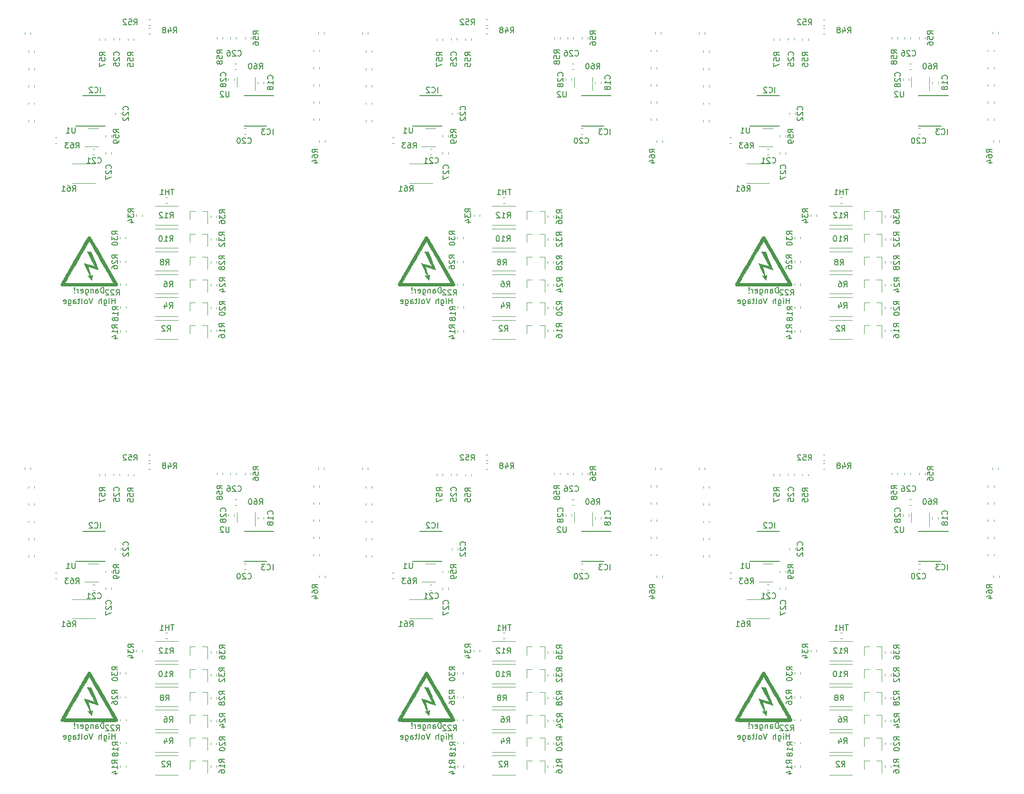
<source format=gbo>
G04 #@! TF.GenerationSoftware,KiCad,Pcbnew,(5.1.4)-1*
G04 #@! TF.CreationDate,2020-11-07T13:08:33+01:00*
G04 #@! TF.ProjectId,FPGA_nutzen,46504741-5f6e-4757-947a-656e2e6b6963,rev?*
G04 #@! TF.SameCoordinates,Original*
G04 #@! TF.FileFunction,Legend,Bot*
G04 #@! TF.FilePolarity,Positive*
%FSLAX46Y46*%
G04 Gerber Fmt 4.6, Leading zero omitted, Abs format (unit mm)*
G04 Created by KiCad (PCBNEW (5.1.4)-1) date 2020-11-07 13:08:33*
%MOMM*%
%LPD*%
G04 APERTURE LIST*
%ADD10C,0.120000*%
%ADD11C,0.150000*%
%ADD12C,0.010000*%
G04 APERTURE END LIST*
D10*
X199425200Y-141820321D02*
X199425200Y-142145879D01*
X200445200Y-141820321D02*
X200445200Y-142145879D01*
X139425200Y-141820321D02*
X139425200Y-142145879D01*
X140445200Y-141820321D02*
X140445200Y-142145879D01*
X79425200Y-141820321D02*
X79425200Y-142145879D01*
X80445200Y-141820321D02*
X80445200Y-142145879D01*
X199425200Y-64320321D02*
X199425200Y-64645879D01*
X200445200Y-64320321D02*
X200445200Y-64645879D01*
X139425200Y-64320321D02*
X139425200Y-64645879D01*
X140445200Y-64320321D02*
X140445200Y-64645879D01*
X226552400Y-129272921D02*
X226552400Y-129598479D01*
X227572400Y-129272921D02*
X227572400Y-129598479D01*
X166552400Y-129272921D02*
X166552400Y-129598479D01*
X167572400Y-129272921D02*
X167572400Y-129598479D01*
X106552400Y-129272921D02*
X106552400Y-129598479D01*
X107572400Y-129272921D02*
X107572400Y-129598479D01*
X226552400Y-51772921D02*
X226552400Y-52098479D01*
X227572400Y-51772921D02*
X227572400Y-52098479D01*
X166552400Y-51772921D02*
X166552400Y-52098479D01*
X167572400Y-51772921D02*
X167572400Y-52098479D01*
X224380379Y-137587000D02*
X224054821Y-137587000D01*
X224380379Y-138607000D02*
X224054821Y-138607000D01*
X164380379Y-137587000D02*
X164054821Y-137587000D01*
X164380379Y-138607000D02*
X164054821Y-138607000D01*
X104380379Y-137587000D02*
X104054821Y-137587000D01*
X104380379Y-138607000D02*
X104054821Y-138607000D01*
X224380379Y-60087000D02*
X224054821Y-60087000D01*
X224380379Y-61107000D02*
X224054821Y-61107000D01*
X164380379Y-60087000D02*
X164054821Y-60087000D01*
X164380379Y-61107000D02*
X164054821Y-61107000D01*
X197481679Y-141244600D02*
X197156121Y-141244600D01*
X197481679Y-142264600D02*
X197156121Y-142264600D01*
X137481679Y-141244600D02*
X137156121Y-141244600D01*
X137481679Y-142264600D02*
X137156121Y-142264600D01*
X77481679Y-141244600D02*
X77156121Y-141244600D01*
X77481679Y-142264600D02*
X77156121Y-142264600D01*
X197481679Y-63744600D02*
X197156121Y-63744600D01*
X197481679Y-64764600D02*
X197156121Y-64764600D01*
X137481679Y-63744600D02*
X137156121Y-63744600D01*
X137481679Y-64764600D02*
X137156121Y-64764600D01*
X202121600Y-135084879D02*
X202121600Y-134759321D01*
X201101600Y-135084879D02*
X201101600Y-134759321D01*
X142121600Y-135084879D02*
X142121600Y-134759321D01*
X141101600Y-135084879D02*
X141101600Y-134759321D01*
X82121600Y-135084879D02*
X82121600Y-134759321D01*
X81101600Y-135084879D02*
X81101600Y-134759321D01*
X202121600Y-57584879D02*
X202121600Y-57259321D01*
X201101600Y-57584879D02*
X201101600Y-57259321D01*
X142121600Y-57584879D02*
X142121600Y-57259321D01*
X141101600Y-57584879D02*
X141101600Y-57259321D01*
X200898400Y-121525721D02*
X200898400Y-121851279D01*
X201918400Y-121525721D02*
X201918400Y-121851279D01*
X140898400Y-121525721D02*
X140898400Y-121851279D01*
X141918400Y-121525721D02*
X141918400Y-121851279D01*
X80898400Y-121525721D02*
X80898400Y-121851279D01*
X81918400Y-121525721D02*
X81918400Y-121851279D01*
X200898400Y-44025721D02*
X200898400Y-44351279D01*
X201918400Y-44025721D02*
X201918400Y-44351279D01*
X140898400Y-44025721D02*
X140898400Y-44351279D01*
X141918400Y-44025721D02*
X141918400Y-44351279D01*
D11*
X195344400Y-131764400D02*
X199344400Y-131764400D01*
X194069400Y-137164400D02*
X199344400Y-137164400D01*
X135344400Y-131764400D02*
X139344400Y-131764400D01*
X134069400Y-137164400D02*
X139344400Y-137164400D01*
X75344400Y-131764400D02*
X79344400Y-131764400D01*
X74069400Y-137164400D02*
X79344400Y-137164400D01*
X195344400Y-54264400D02*
X199344400Y-54264400D01*
X194069400Y-59664400D02*
X199344400Y-59664400D01*
X135344400Y-54264400D02*
X139344400Y-54264400D01*
X134069400Y-59664400D02*
X139344400Y-59664400D01*
D10*
X221624800Y-121373421D02*
X221624800Y-121698979D01*
X222644800Y-121373421D02*
X222644800Y-121698979D01*
X161624800Y-121373421D02*
X161624800Y-121698979D01*
X162644800Y-121373421D02*
X162644800Y-121698979D01*
X101624800Y-121373421D02*
X101624800Y-121698979D01*
X102644800Y-121373421D02*
X102644800Y-121698979D01*
X221624800Y-43873421D02*
X221624800Y-44198979D01*
X222644800Y-43873421D02*
X222644800Y-44198979D01*
X161624800Y-43873421D02*
X161624800Y-44198979D01*
X162644800Y-43873421D02*
X162644800Y-44198979D01*
X221320000Y-128739421D02*
X221320000Y-129064979D01*
X222340000Y-128739421D02*
X222340000Y-129064979D01*
X161320000Y-128739421D02*
X161320000Y-129064979D01*
X162340000Y-128739421D02*
X162340000Y-129064979D01*
X101320000Y-128739421D02*
X101320000Y-129064979D01*
X102340000Y-128739421D02*
X102340000Y-129064979D01*
X221320000Y-51239421D02*
X221320000Y-51564979D01*
X222340000Y-51239421D02*
X222340000Y-51564979D01*
X161320000Y-51239421D02*
X161320000Y-51564979D01*
X162340000Y-51239421D02*
X162340000Y-51564979D01*
D11*
X228097200Y-137165200D02*
X224097200Y-137165200D01*
X229372200Y-131765200D02*
X224097200Y-131765200D01*
X168097200Y-137165200D02*
X164097200Y-137165200D01*
X169372200Y-131765200D02*
X164097200Y-131765200D01*
X108097200Y-137165200D02*
X104097200Y-137165200D01*
X109372200Y-131765200D02*
X104097200Y-131765200D01*
X228097200Y-59665200D02*
X224097200Y-59665200D01*
X229372200Y-54265200D02*
X224097200Y-54265200D01*
X168097200Y-59665200D02*
X164097200Y-59665200D01*
X169372200Y-54265200D02*
X164097200Y-54265200D01*
D10*
X236458400Y-126656621D02*
X236458400Y-126982179D01*
X237478400Y-126656621D02*
X237478400Y-126982179D01*
X176458400Y-126656621D02*
X176458400Y-126982179D01*
X177478400Y-126656621D02*
X177478400Y-126982179D01*
X116458400Y-126656621D02*
X116458400Y-126982179D01*
X117478400Y-126656621D02*
X117478400Y-126982179D01*
X236458400Y-49156621D02*
X236458400Y-49482179D01*
X237478400Y-49156621D02*
X237478400Y-49482179D01*
X176458400Y-49156621D02*
X176458400Y-49482179D01*
X177478400Y-49156621D02*
X177478400Y-49482179D01*
X237271200Y-120433721D02*
X237271200Y-120759279D01*
X238291200Y-120433721D02*
X238291200Y-120759279D01*
X177271200Y-120433721D02*
X177271200Y-120759279D01*
X178291200Y-120433721D02*
X178291200Y-120759279D01*
X117271200Y-120433721D02*
X117271200Y-120759279D01*
X118291200Y-120433721D02*
X118291200Y-120759279D01*
X237271200Y-42933721D02*
X237271200Y-43259279D01*
X238291200Y-42933721D02*
X238291200Y-43259279D01*
X177271200Y-42933721D02*
X177271200Y-43259279D01*
X178291200Y-42933721D02*
X178291200Y-43259279D01*
X185760000Y-126834421D02*
X185760000Y-127159979D01*
X186780000Y-126834421D02*
X186780000Y-127159979D01*
X125760000Y-126834421D02*
X125760000Y-127159979D01*
X126780000Y-126834421D02*
X126780000Y-127159979D01*
X65760000Y-126834421D02*
X65760000Y-127159979D01*
X66780000Y-126834421D02*
X66780000Y-127159979D01*
X185760000Y-49334421D02*
X185760000Y-49659979D01*
X186780000Y-49334421D02*
X186780000Y-49659979D01*
X125760000Y-49334421D02*
X125760000Y-49659979D01*
X126780000Y-49334421D02*
X126780000Y-49659979D01*
X236458400Y-135826121D02*
X236458400Y-136151679D01*
X237478400Y-135826121D02*
X237478400Y-136151679D01*
X176458400Y-135826121D02*
X176458400Y-136151679D01*
X177478400Y-135826121D02*
X177478400Y-136151679D01*
X116458400Y-135826121D02*
X116458400Y-136151679D01*
X117478400Y-135826121D02*
X117478400Y-136151679D01*
X236458400Y-58326121D02*
X236458400Y-58651679D01*
X237478400Y-58326121D02*
X237478400Y-58651679D01*
X176458400Y-58326121D02*
X176458400Y-58651679D01*
X177478400Y-58326121D02*
X177478400Y-58651679D01*
X185760000Y-129907821D02*
X185760000Y-130233379D01*
X186780000Y-129907821D02*
X186780000Y-130233379D01*
X125760000Y-129907821D02*
X125760000Y-130233379D01*
X126780000Y-129907821D02*
X126780000Y-130233379D01*
X65760000Y-129907821D02*
X65760000Y-130233379D01*
X66780000Y-129907821D02*
X66780000Y-130233379D01*
X185760000Y-52407821D02*
X185760000Y-52733379D01*
X186780000Y-52407821D02*
X186780000Y-52733379D01*
X125760000Y-52407821D02*
X125760000Y-52733379D01*
X126780000Y-52407821D02*
X126780000Y-52733379D01*
X185760000Y-132981221D02*
X185760000Y-133306779D01*
X186780000Y-132981221D02*
X186780000Y-133306779D01*
X125760000Y-132981221D02*
X125760000Y-133306779D01*
X126780000Y-132981221D02*
X126780000Y-133306779D01*
X65760000Y-132981221D02*
X65760000Y-133306779D01*
X66780000Y-132981221D02*
X66780000Y-133306779D01*
X185760000Y-55481221D02*
X185760000Y-55806779D01*
X186780000Y-55481221D02*
X186780000Y-55806779D01*
X125760000Y-55481221D02*
X125760000Y-55806779D01*
X126780000Y-55481221D02*
X126780000Y-55806779D01*
X236458400Y-132752621D02*
X236458400Y-133078179D01*
X237478400Y-132752621D02*
X237478400Y-133078179D01*
X176458400Y-132752621D02*
X176458400Y-133078179D01*
X177478400Y-132752621D02*
X177478400Y-133078179D01*
X116458400Y-132752621D02*
X116458400Y-133078179D01*
X117478400Y-132752621D02*
X117478400Y-133078179D01*
X236458400Y-55252621D02*
X236458400Y-55578179D01*
X237478400Y-55252621D02*
X237478400Y-55578179D01*
X176458400Y-55252621D02*
X176458400Y-55578179D01*
X177478400Y-55252621D02*
X177478400Y-55578179D01*
X236458400Y-123583321D02*
X236458400Y-123908879D01*
X237478400Y-123583321D02*
X237478400Y-123908879D01*
X176458400Y-123583321D02*
X176458400Y-123908879D01*
X177478400Y-123583321D02*
X177478400Y-123908879D01*
X116458400Y-123583321D02*
X116458400Y-123908879D01*
X117478400Y-123583321D02*
X117478400Y-123908879D01*
X236458400Y-46083321D02*
X236458400Y-46408879D01*
X237478400Y-46083321D02*
X237478400Y-46408879D01*
X176458400Y-46083321D02*
X176458400Y-46408879D01*
X177478400Y-46083321D02*
X177478400Y-46408879D01*
X185760000Y-123735621D02*
X185760000Y-124061179D01*
X186780000Y-123735621D02*
X186780000Y-124061179D01*
X125760000Y-123735621D02*
X125760000Y-124061179D01*
X126780000Y-123735621D02*
X126780000Y-124061179D01*
X65760000Y-123735621D02*
X65760000Y-124061179D01*
X66780000Y-123735621D02*
X66780000Y-124061179D01*
X185760000Y-46235621D02*
X185760000Y-46561179D01*
X186780000Y-46235621D02*
X186780000Y-46561179D01*
X125760000Y-46235621D02*
X125760000Y-46561179D01*
X126780000Y-46235621D02*
X126780000Y-46561179D01*
X185048800Y-120459021D02*
X185048800Y-120784579D01*
X186068800Y-120459021D02*
X186068800Y-120784579D01*
X125048800Y-120459021D02*
X125048800Y-120784579D01*
X126068800Y-120459021D02*
X126068800Y-120784579D01*
X65048800Y-120459021D02*
X65048800Y-120784579D01*
X66068800Y-120459021D02*
X66068800Y-120784579D01*
X185048800Y-42959021D02*
X185048800Y-43284579D01*
X186068800Y-42959021D02*
X186068800Y-43284579D01*
X125048800Y-42959021D02*
X125048800Y-43284579D01*
X126068800Y-42959021D02*
X126068800Y-43284579D01*
X185760000Y-136054621D02*
X185760000Y-136380179D01*
X186780000Y-136054621D02*
X186780000Y-136380179D01*
X125760000Y-136054621D02*
X125760000Y-136380179D01*
X126780000Y-136054621D02*
X126780000Y-136380179D01*
X65760000Y-136054621D02*
X65760000Y-136380179D01*
X66780000Y-136054621D02*
X66780000Y-136380179D01*
X185760000Y-58554621D02*
X185760000Y-58880179D01*
X186780000Y-58554621D02*
X186780000Y-58880179D01*
X125760000Y-58554621D02*
X125760000Y-58880179D01*
X126780000Y-58554621D02*
X126780000Y-58880179D01*
X236458400Y-129704621D02*
X236458400Y-130030179D01*
X237478400Y-129704621D02*
X237478400Y-130030179D01*
X176458400Y-129704621D02*
X176458400Y-130030179D01*
X177478400Y-129704621D02*
X177478400Y-130030179D01*
X116458400Y-129704621D02*
X116458400Y-130030179D01*
X117478400Y-129704621D02*
X117478400Y-130030179D01*
X236458400Y-52204621D02*
X236458400Y-52530179D01*
X237478400Y-52204621D02*
X237478400Y-52530179D01*
X176458400Y-52204621D02*
X176458400Y-52530179D01*
X177478400Y-52204621D02*
X177478400Y-52530179D01*
X212325064Y-171693000D02*
X208220936Y-171693000D01*
X212325064Y-175113000D02*
X208220936Y-175113000D01*
X152325064Y-171693000D02*
X148220936Y-171693000D01*
X152325064Y-175113000D02*
X148220936Y-175113000D01*
X92325064Y-171693000D02*
X88220936Y-171693000D01*
X92325064Y-175113000D02*
X88220936Y-175113000D01*
X212325064Y-94193000D02*
X208220936Y-94193000D01*
X212325064Y-97613000D02*
X208220936Y-97613000D01*
X152325064Y-94193000D02*
X148220936Y-94193000D01*
X152325064Y-97613000D02*
X148220936Y-97613000D01*
X212325064Y-167629000D02*
X208220936Y-167629000D01*
X212325064Y-171049000D02*
X208220936Y-171049000D01*
X152325064Y-167629000D02*
X148220936Y-167629000D01*
X152325064Y-171049000D02*
X148220936Y-171049000D01*
X92325064Y-167629000D02*
X88220936Y-167629000D01*
X92325064Y-171049000D02*
X88220936Y-171049000D01*
X212325064Y-90129000D02*
X208220936Y-90129000D01*
X212325064Y-93549000D02*
X208220936Y-93549000D01*
X152325064Y-90129000D02*
X148220936Y-90129000D01*
X152325064Y-93549000D02*
X148220936Y-93549000D01*
X212325064Y-151373000D02*
X208220936Y-151373000D01*
X212325064Y-154793000D02*
X208220936Y-154793000D01*
X152325064Y-151373000D02*
X148220936Y-151373000D01*
X152325064Y-154793000D02*
X148220936Y-154793000D01*
X92325064Y-151373000D02*
X88220936Y-151373000D01*
X92325064Y-154793000D02*
X88220936Y-154793000D01*
X212325064Y-73873000D02*
X208220936Y-73873000D01*
X212325064Y-77293000D02*
X208220936Y-77293000D01*
X152325064Y-73873000D02*
X148220936Y-73873000D01*
X152325064Y-77293000D02*
X148220936Y-77293000D01*
X212325064Y-163565000D02*
X208220936Y-163565000D01*
X212325064Y-166985000D02*
X208220936Y-166985000D01*
X152325064Y-163565000D02*
X148220936Y-163565000D01*
X152325064Y-166985000D02*
X148220936Y-166985000D01*
X92325064Y-163565000D02*
X88220936Y-163565000D01*
X92325064Y-166985000D02*
X88220936Y-166985000D01*
X212325064Y-86065000D02*
X208220936Y-86065000D01*
X212325064Y-89485000D02*
X208220936Y-89485000D01*
X152325064Y-86065000D02*
X148220936Y-86065000D01*
X152325064Y-89485000D02*
X148220936Y-89485000D01*
X212325064Y-155437000D02*
X208220936Y-155437000D01*
X212325064Y-158857000D02*
X208220936Y-158857000D01*
X152325064Y-155437000D02*
X148220936Y-155437000D01*
X152325064Y-158857000D02*
X148220936Y-158857000D01*
X92325064Y-155437000D02*
X88220936Y-155437000D01*
X92325064Y-158857000D02*
X88220936Y-158857000D01*
X212325064Y-77937000D02*
X208220936Y-77937000D01*
X212325064Y-81357000D02*
X208220936Y-81357000D01*
X152325064Y-77937000D02*
X148220936Y-77937000D01*
X152325064Y-81357000D02*
X148220936Y-81357000D01*
X212325064Y-159501000D02*
X208220936Y-159501000D01*
X212325064Y-162921000D02*
X208220936Y-162921000D01*
X152325064Y-159501000D02*
X148220936Y-159501000D01*
X152325064Y-162921000D02*
X148220936Y-162921000D01*
X92325064Y-159501000D02*
X88220936Y-159501000D01*
X92325064Y-162921000D02*
X88220936Y-162921000D01*
X212325064Y-82001000D02*
X208220936Y-82001000D01*
X212325064Y-85421000D02*
X208220936Y-85421000D01*
X152325064Y-82001000D02*
X148220936Y-82001000D01*
X152325064Y-85421000D02*
X148220936Y-85421000D01*
X214408000Y-172643000D02*
X215338000Y-172643000D01*
X217568000Y-172643000D02*
X216638000Y-172643000D01*
X217568000Y-172643000D02*
X217568000Y-174803000D01*
X214408000Y-172643000D02*
X214408000Y-174103000D01*
X154408000Y-172643000D02*
X155338000Y-172643000D01*
X157568000Y-172643000D02*
X156638000Y-172643000D01*
X157568000Y-172643000D02*
X157568000Y-174803000D01*
X154408000Y-172643000D02*
X154408000Y-174103000D01*
X94408000Y-172643000D02*
X95338000Y-172643000D01*
X97568000Y-172643000D02*
X96638000Y-172643000D01*
X97568000Y-172643000D02*
X97568000Y-174803000D01*
X94408000Y-172643000D02*
X94408000Y-174103000D01*
X214408000Y-95143000D02*
X215338000Y-95143000D01*
X217568000Y-95143000D02*
X216638000Y-95143000D01*
X217568000Y-95143000D02*
X217568000Y-97303000D01*
X214408000Y-95143000D02*
X214408000Y-96603000D01*
X154408000Y-95143000D02*
X155338000Y-95143000D01*
X157568000Y-95143000D02*
X156638000Y-95143000D01*
X157568000Y-95143000D02*
X157568000Y-97303000D01*
X154408000Y-95143000D02*
X154408000Y-96603000D01*
X218119600Y-173443421D02*
X218119600Y-173768979D01*
X219139600Y-173443421D02*
X219139600Y-173768979D01*
X158119600Y-173443421D02*
X158119600Y-173768979D01*
X159139600Y-173443421D02*
X159139600Y-173768979D01*
X98119600Y-173443421D02*
X98119600Y-173768979D01*
X99139600Y-173443421D02*
X99139600Y-173768979D01*
X218119600Y-95943421D02*
X218119600Y-96268979D01*
X219139600Y-95943421D02*
X219139600Y-96268979D01*
X158119600Y-95943421D02*
X158119600Y-96268979D01*
X159139600Y-95943421D02*
X159139600Y-96268979D01*
X214408000Y-160451000D02*
X215338000Y-160451000D01*
X217568000Y-160451000D02*
X216638000Y-160451000D01*
X217568000Y-160451000D02*
X217568000Y-162611000D01*
X214408000Y-160451000D02*
X214408000Y-161911000D01*
X154408000Y-160451000D02*
X155338000Y-160451000D01*
X157568000Y-160451000D02*
X156638000Y-160451000D01*
X157568000Y-160451000D02*
X157568000Y-162611000D01*
X154408000Y-160451000D02*
X154408000Y-161911000D01*
X94408000Y-160451000D02*
X95338000Y-160451000D01*
X97568000Y-160451000D02*
X96638000Y-160451000D01*
X97568000Y-160451000D02*
X97568000Y-162611000D01*
X94408000Y-160451000D02*
X94408000Y-161911000D01*
X214408000Y-82951000D02*
X215338000Y-82951000D01*
X217568000Y-82951000D02*
X216638000Y-82951000D01*
X217568000Y-82951000D02*
X217568000Y-85111000D01*
X214408000Y-82951000D02*
X214408000Y-84411000D01*
X154408000Y-82951000D02*
X155338000Y-82951000D01*
X157568000Y-82951000D02*
X156638000Y-82951000D01*
X157568000Y-82951000D02*
X157568000Y-85111000D01*
X154408000Y-82951000D02*
X154408000Y-84411000D01*
X214408000Y-168579000D02*
X215338000Y-168579000D01*
X217568000Y-168579000D02*
X216638000Y-168579000D01*
X217568000Y-168579000D02*
X217568000Y-170739000D01*
X214408000Y-168579000D02*
X214408000Y-170039000D01*
X154408000Y-168579000D02*
X155338000Y-168579000D01*
X157568000Y-168579000D02*
X156638000Y-168579000D01*
X157568000Y-168579000D02*
X157568000Y-170739000D01*
X154408000Y-168579000D02*
X154408000Y-170039000D01*
X94408000Y-168579000D02*
X95338000Y-168579000D01*
X97568000Y-168579000D02*
X96638000Y-168579000D01*
X97568000Y-168579000D02*
X97568000Y-170739000D01*
X94408000Y-168579000D02*
X94408000Y-170039000D01*
X214408000Y-91079000D02*
X215338000Y-91079000D01*
X217568000Y-91079000D02*
X216638000Y-91079000D01*
X217568000Y-91079000D02*
X217568000Y-93239000D01*
X214408000Y-91079000D02*
X214408000Y-92539000D01*
X154408000Y-91079000D02*
X155338000Y-91079000D01*
X157568000Y-91079000D02*
X156638000Y-91079000D01*
X157568000Y-91079000D02*
X157568000Y-93239000D01*
X154408000Y-91079000D02*
X154408000Y-92539000D01*
X214408000Y-164515000D02*
X215338000Y-164515000D01*
X217568000Y-164515000D02*
X216638000Y-164515000D01*
X217568000Y-164515000D02*
X217568000Y-166675000D01*
X214408000Y-164515000D02*
X214408000Y-165975000D01*
X154408000Y-164515000D02*
X155338000Y-164515000D01*
X157568000Y-164515000D02*
X156638000Y-164515000D01*
X157568000Y-164515000D02*
X157568000Y-166675000D01*
X154408000Y-164515000D02*
X154408000Y-165975000D01*
X94408000Y-164515000D02*
X95338000Y-164515000D01*
X97568000Y-164515000D02*
X96638000Y-164515000D01*
X97568000Y-164515000D02*
X97568000Y-166675000D01*
X94408000Y-164515000D02*
X94408000Y-165975000D01*
X214408000Y-87015000D02*
X215338000Y-87015000D01*
X217568000Y-87015000D02*
X216638000Y-87015000D01*
X217568000Y-87015000D02*
X217568000Y-89175000D01*
X214408000Y-87015000D02*
X214408000Y-88475000D01*
X154408000Y-87015000D02*
X155338000Y-87015000D01*
X157568000Y-87015000D02*
X156638000Y-87015000D01*
X157568000Y-87015000D02*
X157568000Y-89175000D01*
X154408000Y-87015000D02*
X154408000Y-88475000D01*
X214408000Y-156387000D02*
X215338000Y-156387000D01*
X217568000Y-156387000D02*
X216638000Y-156387000D01*
X217568000Y-156387000D02*
X217568000Y-158547000D01*
X214408000Y-156387000D02*
X214408000Y-157847000D01*
X154408000Y-156387000D02*
X155338000Y-156387000D01*
X157568000Y-156387000D02*
X156638000Y-156387000D01*
X157568000Y-156387000D02*
X157568000Y-158547000D01*
X154408000Y-156387000D02*
X154408000Y-157847000D01*
X94408000Y-156387000D02*
X95338000Y-156387000D01*
X97568000Y-156387000D02*
X96638000Y-156387000D01*
X97568000Y-156387000D02*
X97568000Y-158547000D01*
X94408000Y-156387000D02*
X94408000Y-157847000D01*
X214408000Y-78887000D02*
X215338000Y-78887000D01*
X217568000Y-78887000D02*
X216638000Y-78887000D01*
X217568000Y-78887000D02*
X217568000Y-81047000D01*
X214408000Y-78887000D02*
X214408000Y-80347000D01*
X154408000Y-78887000D02*
X155338000Y-78887000D01*
X157568000Y-78887000D02*
X156638000Y-78887000D01*
X157568000Y-78887000D02*
X157568000Y-81047000D01*
X154408000Y-78887000D02*
X154408000Y-80347000D01*
X214408000Y-152323000D02*
X215338000Y-152323000D01*
X217568000Y-152323000D02*
X216638000Y-152323000D01*
X217568000Y-152323000D02*
X217568000Y-154483000D01*
X214408000Y-152323000D02*
X214408000Y-153783000D01*
X154408000Y-152323000D02*
X155338000Y-152323000D01*
X157568000Y-152323000D02*
X156638000Y-152323000D01*
X157568000Y-152323000D02*
X157568000Y-154483000D01*
X154408000Y-152323000D02*
X154408000Y-153783000D01*
X94408000Y-152323000D02*
X95338000Y-152323000D01*
X97568000Y-152323000D02*
X96638000Y-152323000D01*
X97568000Y-152323000D02*
X97568000Y-154483000D01*
X94408000Y-152323000D02*
X94408000Y-153783000D01*
X214408000Y-74823000D02*
X215338000Y-74823000D01*
X217568000Y-74823000D02*
X216638000Y-74823000D01*
X217568000Y-74823000D02*
X217568000Y-76983000D01*
X214408000Y-74823000D02*
X214408000Y-76283000D01*
X154408000Y-74823000D02*
X155338000Y-74823000D01*
X157568000Y-74823000D02*
X156638000Y-74823000D01*
X157568000Y-74823000D02*
X157568000Y-76983000D01*
X154408000Y-74823000D02*
X154408000Y-76283000D01*
X202066900Y-173468721D02*
X202066900Y-173794279D01*
X203086900Y-173468721D02*
X203086900Y-173794279D01*
X142066900Y-173468721D02*
X142066900Y-173794279D01*
X143086900Y-173468721D02*
X143086900Y-173794279D01*
X82066900Y-173468721D02*
X82066900Y-173794279D01*
X83086900Y-173468721D02*
X83086900Y-173794279D01*
X202066900Y-95968721D02*
X202066900Y-96294279D01*
X203086900Y-95968721D02*
X203086900Y-96294279D01*
X142066900Y-95968721D02*
X142066900Y-96294279D01*
X143086900Y-95968721D02*
X143086900Y-96294279D01*
X202066900Y-169277721D02*
X202066900Y-169603279D01*
X203086900Y-169277721D02*
X203086900Y-169603279D01*
X142066900Y-169277721D02*
X142066900Y-169603279D01*
X143086900Y-169277721D02*
X143086900Y-169603279D01*
X82066900Y-169277721D02*
X82066900Y-169603279D01*
X83086900Y-169277721D02*
X83086900Y-169603279D01*
X202066900Y-91777721D02*
X202066900Y-92103279D01*
X203086900Y-91777721D02*
X203086900Y-92103279D01*
X142066900Y-91777721D02*
X142066900Y-92103279D01*
X143086900Y-91777721D02*
X143086900Y-92103279D01*
X218119600Y-169379421D02*
X218119600Y-169704979D01*
X219139600Y-169379421D02*
X219139600Y-169704979D01*
X158119600Y-169379421D02*
X158119600Y-169704979D01*
X159139600Y-169379421D02*
X159139600Y-169704979D01*
X98119600Y-169379421D02*
X98119600Y-169704979D01*
X99139600Y-169379421D02*
X99139600Y-169704979D01*
X218119600Y-91879421D02*
X218119600Y-92204979D01*
X219139600Y-91879421D02*
X219139600Y-92204979D01*
X158119600Y-91879421D02*
X158119600Y-92204979D01*
X159139600Y-91879421D02*
X159139600Y-92204979D01*
X202016000Y-161149721D02*
X202016000Y-161475279D01*
X203036000Y-161149721D02*
X203036000Y-161475279D01*
X142016000Y-161149721D02*
X142016000Y-161475279D01*
X143036000Y-161149721D02*
X143036000Y-161475279D01*
X82016000Y-161149721D02*
X82016000Y-161475279D01*
X83036000Y-161149721D02*
X83036000Y-161475279D01*
X202016000Y-83649721D02*
X202016000Y-83975279D01*
X203036000Y-83649721D02*
X203036000Y-83975279D01*
X142016000Y-83649721D02*
X142016000Y-83975279D01*
X143036000Y-83649721D02*
X143036000Y-83975279D01*
X218119600Y-165315421D02*
X218119600Y-165640979D01*
X219139600Y-165315421D02*
X219139600Y-165640979D01*
X158119600Y-165315421D02*
X158119600Y-165640979D01*
X159139600Y-165315421D02*
X159139600Y-165640979D01*
X98119600Y-165315421D02*
X98119600Y-165640979D01*
X99139600Y-165315421D02*
X99139600Y-165640979D01*
X218119600Y-87815421D02*
X218119600Y-88140979D01*
X219139600Y-87815421D02*
X219139600Y-88140979D01*
X158119600Y-87815421D02*
X158119600Y-88140979D01*
X159139600Y-87815421D02*
X159139600Y-88140979D01*
X202016000Y-156882721D02*
X202016000Y-157208279D01*
X203036000Y-156882721D02*
X203036000Y-157208279D01*
X142016000Y-156882721D02*
X142016000Y-157208279D01*
X143036000Y-156882721D02*
X143036000Y-157208279D01*
X82016000Y-156882721D02*
X82016000Y-157208279D01*
X83036000Y-156882721D02*
X83036000Y-157208279D01*
X202016000Y-79382721D02*
X202016000Y-79708279D01*
X203036000Y-79382721D02*
X203036000Y-79708279D01*
X142016000Y-79382721D02*
X142016000Y-79708279D01*
X143036000Y-79382721D02*
X143036000Y-79708279D01*
X207087621Y-119201400D02*
X207413179Y-119201400D01*
X207087621Y-118181400D02*
X207413179Y-118181400D01*
X147087621Y-119201400D02*
X147413179Y-119201400D01*
X147087621Y-118181400D02*
X147413179Y-118181400D01*
X87087621Y-119201400D02*
X87413179Y-119201400D01*
X87087621Y-118181400D02*
X87413179Y-118181400D01*
X207087621Y-41701400D02*
X207413179Y-41701400D01*
X207087621Y-40681400D02*
X207413179Y-40681400D01*
X147087621Y-41701400D02*
X147413179Y-41701400D01*
X147087621Y-40681400D02*
X147413179Y-40681400D01*
X218119600Y-161251421D02*
X218119600Y-161576979D01*
X219139600Y-161251421D02*
X219139600Y-161576979D01*
X158119600Y-161251421D02*
X158119600Y-161576979D01*
X159139600Y-161251421D02*
X159139600Y-161576979D01*
X98119600Y-161251421D02*
X98119600Y-161576979D01*
X99139600Y-161251421D02*
X99139600Y-161576979D01*
X218119600Y-83751421D02*
X218119600Y-84076979D01*
X219139600Y-83751421D02*
X219139600Y-84076979D01*
X158119600Y-83751421D02*
X158119600Y-84076979D01*
X159139600Y-83751421D02*
X159139600Y-84076979D01*
X207413179Y-119730800D02*
X207087621Y-119730800D01*
X207413179Y-120750800D02*
X207087621Y-120750800D01*
X147413179Y-119730800D02*
X147087621Y-119730800D01*
X147413179Y-120750800D02*
X147087621Y-120750800D01*
X87413179Y-119730800D02*
X87087621Y-119730800D01*
X87413179Y-120750800D02*
X87087621Y-120750800D01*
X207413179Y-42230800D02*
X207087621Y-42230800D01*
X207413179Y-43250800D02*
X207087621Y-43250800D01*
X147413179Y-42230800D02*
X147087621Y-42230800D01*
X147413179Y-43250800D02*
X147087621Y-43250800D01*
X218119600Y-157187421D02*
X218119600Y-157512979D01*
X219139600Y-157187421D02*
X219139600Y-157512979D01*
X158119600Y-157187421D02*
X158119600Y-157512979D01*
X159139600Y-157187421D02*
X159139600Y-157512979D01*
X98119600Y-157187421D02*
X98119600Y-157512979D01*
X99139600Y-157187421D02*
X99139600Y-157512979D01*
X218119600Y-79687421D02*
X218119600Y-80012979D01*
X219139600Y-79687421D02*
X219139600Y-80012979D01*
X158119600Y-79687421D02*
X158119600Y-80012979D01*
X159139600Y-79687421D02*
X159139600Y-80012979D01*
X204937000Y-152894721D02*
X204937000Y-153220279D01*
X205957000Y-152894721D02*
X205957000Y-153220279D01*
X144937000Y-152894721D02*
X144937000Y-153220279D01*
X145957000Y-152894721D02*
X145957000Y-153220279D01*
X84937000Y-152894721D02*
X84937000Y-153220279D01*
X85957000Y-152894721D02*
X85957000Y-153220279D01*
X204937000Y-75394721D02*
X204937000Y-75720279D01*
X205957000Y-75394721D02*
X205957000Y-75720279D01*
X144937000Y-75394721D02*
X144937000Y-75720279D01*
X145957000Y-75394721D02*
X145957000Y-75720279D01*
X202041500Y-165213721D02*
X202041500Y-165539279D01*
X203061500Y-165213721D02*
X203061500Y-165539279D01*
X142041500Y-165213721D02*
X142041500Y-165539279D01*
X143061500Y-165213721D02*
X143061500Y-165539279D01*
X82041500Y-165213721D02*
X82041500Y-165539279D01*
X83061500Y-165213721D02*
X83061500Y-165539279D01*
X202041500Y-87713721D02*
X202041500Y-88039279D01*
X203061500Y-87713721D02*
X203061500Y-88039279D01*
X142041500Y-87713721D02*
X142041500Y-88039279D01*
X143061500Y-87713721D02*
X143061500Y-88039279D01*
X237449000Y-139686821D02*
X237449000Y-140012379D01*
X238469000Y-139686821D02*
X238469000Y-140012379D01*
X177449000Y-139686821D02*
X177449000Y-140012379D01*
X178469000Y-139686821D02*
X178469000Y-140012379D01*
X117449000Y-139686821D02*
X117449000Y-140012379D01*
X118469000Y-139686821D02*
X118469000Y-140012379D01*
X237449000Y-62186821D02*
X237449000Y-62512379D01*
X238469000Y-62186821D02*
X238469000Y-62512379D01*
X177449000Y-62186821D02*
X177449000Y-62512379D01*
X178469000Y-62186821D02*
X178469000Y-62512379D01*
X210473879Y-149855200D02*
X210148321Y-149855200D01*
X210473879Y-150875200D02*
X210148321Y-150875200D01*
X150473879Y-149855200D02*
X150148321Y-149855200D01*
X150473879Y-150875200D02*
X150148321Y-150875200D01*
X90473879Y-149855200D02*
X90148321Y-149855200D01*
X90473879Y-150875200D02*
X90148321Y-150875200D01*
X210473879Y-72355200D02*
X210148321Y-72355200D01*
X210473879Y-73375200D02*
X210148321Y-73375200D01*
X150473879Y-72355200D02*
X150148321Y-72355200D01*
X150473879Y-73375200D02*
X150148321Y-73375200D01*
D12*
G36*
X196209748Y-159530261D02*
G01*
X196137793Y-159534600D01*
X196825551Y-160830000D01*
X196928778Y-161024482D01*
X197027475Y-161210539D01*
X197120483Y-161385976D01*
X197206643Y-161548602D01*
X197284795Y-161696224D01*
X197353778Y-161826649D01*
X197412434Y-161937686D01*
X197459602Y-162027140D01*
X197494122Y-162092821D01*
X197514835Y-162132534D01*
X197520681Y-162144127D01*
X197506351Y-162142661D01*
X197462495Y-162131880D01*
X197391903Y-162112600D01*
X197297366Y-162085636D01*
X197181673Y-162051803D01*
X197047615Y-162011917D01*
X196897982Y-161966794D01*
X196735563Y-161917247D01*
X196576695Y-161868288D01*
X196404207Y-161815024D01*
X196241384Y-161765021D01*
X196091094Y-161719141D01*
X195956208Y-161678248D01*
X195839592Y-161643204D01*
X195744119Y-161614871D01*
X195672655Y-161594112D01*
X195628071Y-161581790D01*
X195613298Y-161578628D01*
X195618317Y-161594369D01*
X195636627Y-161638374D01*
X195667139Y-161708242D01*
X195708763Y-161801573D01*
X195760413Y-161915967D01*
X195820999Y-162049025D01*
X195889434Y-162198346D01*
X195964627Y-162361532D01*
X196045492Y-162536181D01*
X196130088Y-162718067D01*
X196215606Y-162901785D01*
X196296682Y-163076445D01*
X196372212Y-163239641D01*
X196441095Y-163388966D01*
X196502227Y-163522017D01*
X196554505Y-163636388D01*
X196596828Y-163729673D01*
X196628093Y-163799466D01*
X196647197Y-163843364D01*
X196653051Y-163858948D01*
X196635308Y-163857635D01*
X196591531Y-163849285D01*
X196528481Y-163835304D01*
X196459502Y-163818733D01*
X196384349Y-163801035D01*
X196321843Y-163788096D01*
X196278893Y-163781230D01*
X196262622Y-163781368D01*
X196270729Y-163796125D01*
X196298225Y-163833142D01*
X196342385Y-163889031D01*
X196400484Y-163960403D01*
X196469795Y-164043871D01*
X196547594Y-164136044D01*
X196553782Y-164143316D01*
X196654490Y-164261551D01*
X196735467Y-164356366D01*
X196798940Y-164430126D01*
X196847136Y-164485196D01*
X196882279Y-164523942D01*
X196906595Y-164548728D01*
X196922312Y-164561920D01*
X196931655Y-164565882D01*
X196936850Y-164562980D01*
X196940124Y-164555579D01*
X196940574Y-164554265D01*
X196946794Y-164527206D01*
X196956877Y-164473138D01*
X196969968Y-164397513D01*
X196985218Y-164305779D01*
X197001773Y-164203389D01*
X197018782Y-164095792D01*
X197035394Y-163988439D01*
X197050757Y-163886781D01*
X197064018Y-163796268D01*
X197074326Y-163722351D01*
X197080830Y-163670479D01*
X197082677Y-163646105D01*
X197082593Y-163645483D01*
X197069230Y-163641765D01*
X197034196Y-163659604D01*
X196976337Y-163699668D01*
X196934147Y-163731589D01*
X196875368Y-163776295D01*
X196827388Y-163811499D01*
X196795869Y-163833128D01*
X196786313Y-163837922D01*
X196780420Y-163820438D01*
X196766993Y-163774051D01*
X196747018Y-163702466D01*
X196721480Y-163609388D01*
X196691363Y-163498520D01*
X196657652Y-163373568D01*
X196621331Y-163238236D01*
X196583385Y-163096229D01*
X196544800Y-162951250D01*
X196506559Y-162807004D01*
X196469648Y-162667196D01*
X196435051Y-162535531D01*
X196403753Y-162415712D01*
X196376738Y-162311444D01*
X196354992Y-162226431D01*
X196339499Y-162164379D01*
X196331244Y-162128991D01*
X196330200Y-162122058D01*
X196347027Y-162126104D01*
X196392985Y-162140193D01*
X196465176Y-162163366D01*
X196560701Y-162194663D01*
X196676662Y-162233124D01*
X196810159Y-162277790D01*
X196958296Y-162327701D01*
X197118173Y-162381896D01*
X197231280Y-162420422D01*
X197397363Y-162477005D01*
X197553575Y-162530044D01*
X197697029Y-162578570D01*
X197824838Y-162621615D01*
X197934114Y-162658212D01*
X198021968Y-162687392D01*
X198085514Y-162708187D01*
X198121863Y-162719629D01*
X198129571Y-162721576D01*
X198123864Y-162705686D01*
X198106171Y-162660550D01*
X198077342Y-162588262D01*
X198038224Y-162490917D01*
X197989666Y-162370608D01*
X197932517Y-162229431D01*
X197867625Y-162069480D01*
X197795839Y-161892850D01*
X197718007Y-161701633D01*
X197634978Y-161497926D01*
X197547600Y-161283823D01*
X197486615Y-161134544D01*
X196839637Y-159551534D01*
X196560669Y-159538728D01*
X196460848Y-159534609D01*
X196367405Y-159531599D01*
X196288003Y-159529883D01*
X196230303Y-159529645D01*
X196209748Y-159530261D01*
X196209748Y-159530261D01*
G37*
X196209748Y-159530261D02*
X196137793Y-159534600D01*
X196825551Y-160830000D01*
X196928778Y-161024482D01*
X197027475Y-161210539D01*
X197120483Y-161385976D01*
X197206643Y-161548602D01*
X197284795Y-161696224D01*
X197353778Y-161826649D01*
X197412434Y-161937686D01*
X197459602Y-162027140D01*
X197494122Y-162092821D01*
X197514835Y-162132534D01*
X197520681Y-162144127D01*
X197506351Y-162142661D01*
X197462495Y-162131880D01*
X197391903Y-162112600D01*
X197297366Y-162085636D01*
X197181673Y-162051803D01*
X197047615Y-162011917D01*
X196897982Y-161966794D01*
X196735563Y-161917247D01*
X196576695Y-161868288D01*
X196404207Y-161815024D01*
X196241384Y-161765021D01*
X196091094Y-161719141D01*
X195956208Y-161678248D01*
X195839592Y-161643204D01*
X195744119Y-161614871D01*
X195672655Y-161594112D01*
X195628071Y-161581790D01*
X195613298Y-161578628D01*
X195618317Y-161594369D01*
X195636627Y-161638374D01*
X195667139Y-161708242D01*
X195708763Y-161801573D01*
X195760413Y-161915967D01*
X195820999Y-162049025D01*
X195889434Y-162198346D01*
X195964627Y-162361532D01*
X196045492Y-162536181D01*
X196130088Y-162718067D01*
X196215606Y-162901785D01*
X196296682Y-163076445D01*
X196372212Y-163239641D01*
X196441095Y-163388966D01*
X196502227Y-163522017D01*
X196554505Y-163636388D01*
X196596828Y-163729673D01*
X196628093Y-163799466D01*
X196647197Y-163843364D01*
X196653051Y-163858948D01*
X196635308Y-163857635D01*
X196591531Y-163849285D01*
X196528481Y-163835304D01*
X196459502Y-163818733D01*
X196384349Y-163801035D01*
X196321843Y-163788096D01*
X196278893Y-163781230D01*
X196262622Y-163781368D01*
X196270729Y-163796125D01*
X196298225Y-163833142D01*
X196342385Y-163889031D01*
X196400484Y-163960403D01*
X196469795Y-164043871D01*
X196547594Y-164136044D01*
X196553782Y-164143316D01*
X196654490Y-164261551D01*
X196735467Y-164356366D01*
X196798940Y-164430126D01*
X196847136Y-164485196D01*
X196882279Y-164523942D01*
X196906595Y-164548728D01*
X196922312Y-164561920D01*
X196931655Y-164565882D01*
X196936850Y-164562980D01*
X196940124Y-164555579D01*
X196940574Y-164554265D01*
X196946794Y-164527206D01*
X196956877Y-164473138D01*
X196969968Y-164397513D01*
X196985218Y-164305779D01*
X197001773Y-164203389D01*
X197018782Y-164095792D01*
X197035394Y-163988439D01*
X197050757Y-163886781D01*
X197064018Y-163796268D01*
X197074326Y-163722351D01*
X197080830Y-163670479D01*
X197082677Y-163646105D01*
X197082593Y-163645483D01*
X197069230Y-163641765D01*
X197034196Y-163659604D01*
X196976337Y-163699668D01*
X196934147Y-163731589D01*
X196875368Y-163776295D01*
X196827388Y-163811499D01*
X196795869Y-163833128D01*
X196786313Y-163837922D01*
X196780420Y-163820438D01*
X196766993Y-163774051D01*
X196747018Y-163702466D01*
X196721480Y-163609388D01*
X196691363Y-163498520D01*
X196657652Y-163373568D01*
X196621331Y-163238236D01*
X196583385Y-163096229D01*
X196544800Y-162951250D01*
X196506559Y-162807004D01*
X196469648Y-162667196D01*
X196435051Y-162535531D01*
X196403753Y-162415712D01*
X196376738Y-162311444D01*
X196354992Y-162226431D01*
X196339499Y-162164379D01*
X196331244Y-162128991D01*
X196330200Y-162122058D01*
X196347027Y-162126104D01*
X196392985Y-162140193D01*
X196465176Y-162163366D01*
X196560701Y-162194663D01*
X196676662Y-162233124D01*
X196810159Y-162277790D01*
X196958296Y-162327701D01*
X197118173Y-162381896D01*
X197231280Y-162420422D01*
X197397363Y-162477005D01*
X197553575Y-162530044D01*
X197697029Y-162578570D01*
X197824838Y-162621615D01*
X197934114Y-162658212D01*
X198021968Y-162687392D01*
X198085514Y-162708187D01*
X198121863Y-162719629D01*
X198129571Y-162721576D01*
X198123864Y-162705686D01*
X198106171Y-162660550D01*
X198077342Y-162588262D01*
X198038224Y-162490917D01*
X197989666Y-162370608D01*
X197932517Y-162229431D01*
X197867625Y-162069480D01*
X197795839Y-161892850D01*
X197718007Y-161701633D01*
X197634978Y-161497926D01*
X197547600Y-161283823D01*
X197486615Y-161134544D01*
X196839637Y-159551534D01*
X196560669Y-159538728D01*
X196460848Y-159534609D01*
X196367405Y-159531599D01*
X196288003Y-159529883D01*
X196230303Y-159529645D01*
X196209748Y-159530261D01*
G36*
X196431865Y-156777700D02*
G01*
X196351068Y-156818052D01*
X196326411Y-156838270D01*
X196301305Y-156868722D01*
X196260983Y-156927625D01*
X196206284Y-157013612D01*
X196138050Y-157125314D01*
X196057122Y-157261365D01*
X195964340Y-157420398D01*
X195902343Y-157528000D01*
X195839735Y-157637023D01*
X195762072Y-157772094D01*
X195671243Y-157929933D01*
X195569138Y-158107265D01*
X195457645Y-158300810D01*
X195338652Y-158507293D01*
X195214048Y-158723436D01*
X195085722Y-158945961D01*
X194955563Y-159171591D01*
X194825459Y-159397048D01*
X194697299Y-159619056D01*
X194692289Y-159627733D01*
X194574458Y-159831804D01*
X194441783Y-160061583D01*
X194296354Y-160313450D01*
X194140262Y-160583784D01*
X193975596Y-160868965D01*
X193804448Y-161165373D01*
X193628907Y-161469387D01*
X193451065Y-161777387D01*
X193273012Y-162085753D01*
X193096837Y-162390864D01*
X192924632Y-162689099D01*
X192758487Y-162976839D01*
X192643886Y-163175312D01*
X192502201Y-163420919D01*
X192365099Y-163659034D01*
X192233548Y-163887953D01*
X192108513Y-164105975D01*
X191990964Y-164311398D01*
X191881867Y-164502520D01*
X191782190Y-164677638D01*
X191692901Y-164835052D01*
X191614967Y-164973058D01*
X191549356Y-165089955D01*
X191497035Y-165184040D01*
X191458971Y-165253613D01*
X191436132Y-165296970D01*
X191429452Y-165311728D01*
X191427615Y-165393950D01*
X191454395Y-165473924D01*
X191504939Y-165544229D01*
X191574394Y-165597448D01*
X191631421Y-165620496D01*
X191653805Y-165622016D01*
X191708406Y-165623470D01*
X191793571Y-165624855D01*
X191907651Y-165626172D01*
X192048995Y-165627421D01*
X192215952Y-165628601D01*
X192406871Y-165629711D01*
X192620102Y-165630751D01*
X192853994Y-165631721D01*
X193106896Y-165632620D01*
X193377158Y-165633448D01*
X193663129Y-165634205D01*
X193963159Y-165634889D01*
X194275595Y-165635501D01*
X194598789Y-165636040D01*
X194931089Y-165636506D01*
X195270844Y-165636898D01*
X195616404Y-165637216D01*
X195966118Y-165637459D01*
X196318335Y-165637627D01*
X196671406Y-165637720D01*
X197023678Y-165637737D01*
X197373501Y-165637677D01*
X197719225Y-165637540D01*
X198059199Y-165637327D01*
X198391772Y-165637036D01*
X198715294Y-165636666D01*
X199028113Y-165636218D01*
X199328580Y-165635692D01*
X199615043Y-165635085D01*
X199885851Y-165634399D01*
X200139355Y-165633633D01*
X200373903Y-165632786D01*
X200587845Y-165631858D01*
X200779529Y-165630849D01*
X200947306Y-165629757D01*
X201089524Y-165628584D01*
X201204533Y-165627327D01*
X201290683Y-165625987D01*
X201346322Y-165624564D01*
X201369799Y-165623056D01*
X201369869Y-165623040D01*
X201453029Y-165586771D01*
X201518615Y-165521719D01*
X201547715Y-165472803D01*
X201565790Y-165430681D01*
X201575134Y-165390151D01*
X201574367Y-165346707D01*
X201562111Y-165295840D01*
X201536985Y-165233043D01*
X201497611Y-165153808D01*
X201452110Y-165070933D01*
X200817755Y-165070933D01*
X200801058Y-165071755D01*
X200751914Y-165072556D01*
X200671742Y-165073336D01*
X200561961Y-165074090D01*
X200423992Y-165074815D01*
X200259252Y-165075509D01*
X200069163Y-165076168D01*
X199855142Y-165076790D01*
X199618610Y-165077370D01*
X199360985Y-165077907D01*
X199083688Y-165078397D01*
X198788137Y-165078837D01*
X198475753Y-165079224D01*
X198147953Y-165079555D01*
X197806158Y-165079826D01*
X197451788Y-165080035D01*
X197086261Y-165080179D01*
X196710996Y-165080255D01*
X196497943Y-165080266D01*
X196030728Y-165080237D01*
X195596334Y-165080147D01*
X195193713Y-165079991D01*
X194821820Y-165079763D01*
X194479609Y-165079459D01*
X194166032Y-165079073D01*
X193880044Y-165078600D01*
X193620598Y-165078036D01*
X193386647Y-165077374D01*
X193177146Y-165076610D01*
X192991049Y-165075738D01*
X192827308Y-165074754D01*
X192684878Y-165073653D01*
X192562711Y-165072428D01*
X192459763Y-165071076D01*
X192374985Y-165069591D01*
X192307333Y-165067967D01*
X192255760Y-165066200D01*
X192219219Y-165064285D01*
X192196663Y-165062216D01*
X192187048Y-165059988D01*
X192186569Y-165059099D01*
X192195890Y-165042274D01*
X192221276Y-164997775D01*
X192261793Y-164927218D01*
X192316506Y-164832221D01*
X192384480Y-164714400D01*
X192464780Y-164575371D01*
X192556470Y-164416752D01*
X192658617Y-164240160D01*
X192770285Y-164047209D01*
X192890539Y-163839518D01*
X193018445Y-163618703D01*
X193153067Y-163386381D01*
X193293470Y-163144168D01*
X193438721Y-162893681D01*
X193476738Y-162828133D01*
X193641704Y-162543715D01*
X193813763Y-162247062D01*
X193990932Y-161941592D01*
X194171229Y-161630720D01*
X194352675Y-161317864D01*
X194533287Y-161006440D01*
X194711084Y-160699863D01*
X194884085Y-160401552D01*
X195050307Y-160114922D01*
X195207770Y-159843391D01*
X195354493Y-159590373D01*
X195488494Y-159359287D01*
X195607791Y-159153549D01*
X195624879Y-159124078D01*
X195744740Y-158917500D01*
X195859852Y-158719382D01*
X195969077Y-158531666D01*
X196071278Y-158356295D01*
X196165317Y-158195214D01*
X196250055Y-158050366D01*
X196324355Y-157923693D01*
X196387080Y-157817139D01*
X196437090Y-157732647D01*
X196473249Y-157672161D01*
X196494418Y-157637624D01*
X196499755Y-157629914D01*
X196509986Y-157644031D01*
X196535047Y-157684020D01*
X196572860Y-157746409D01*
X196621349Y-157827725D01*
X196678436Y-157924495D01*
X196742045Y-158033245D01*
X196780680Y-158099702D01*
X197124194Y-158691919D01*
X197453264Y-159259283D01*
X197767770Y-159801588D01*
X198067591Y-160318626D01*
X198352608Y-160810189D01*
X198622701Y-161276072D01*
X198877748Y-161716066D01*
X199117632Y-162129963D01*
X199342231Y-162517558D01*
X199551425Y-162878643D01*
X199745094Y-163213009D01*
X199923119Y-163520451D01*
X200085379Y-163800760D01*
X200231755Y-164053730D01*
X200362126Y-164279153D01*
X200476372Y-164476822D01*
X200574373Y-164646530D01*
X200656009Y-164788069D01*
X200721160Y-164901233D01*
X200769707Y-164985813D01*
X200801528Y-165041603D01*
X200816505Y-165068395D01*
X200817755Y-165070933D01*
X201452110Y-165070933D01*
X201442609Y-165053628D01*
X201392718Y-164966279D01*
X201356444Y-164903371D01*
X201304947Y-164814107D01*
X201239942Y-164701456D01*
X201163143Y-164568388D01*
X201076264Y-164417873D01*
X200981020Y-164252882D01*
X200879126Y-164076385D01*
X200772295Y-163891352D01*
X200662243Y-163700752D01*
X200550683Y-163507557D01*
X200529919Y-163471599D01*
X200317448Y-163103657D01*
X200104856Y-162735481D01*
X199892890Y-162368372D01*
X199682303Y-162003627D01*
X199473842Y-161642548D01*
X199268259Y-161286432D01*
X199066302Y-160936579D01*
X198868722Y-160594289D01*
X198676268Y-160260861D01*
X198489691Y-159937594D01*
X198309739Y-159625787D01*
X198137163Y-159326739D01*
X197972712Y-159041751D01*
X197817137Y-158772121D01*
X197671187Y-158519149D01*
X197535612Y-158284133D01*
X197411161Y-158068373D01*
X197298585Y-157873169D01*
X197198633Y-157699820D01*
X197112054Y-157549625D01*
X197039600Y-157423883D01*
X196982019Y-157323893D01*
X196940062Y-157250956D01*
X196919267Y-157214733D01*
X196861811Y-157116540D01*
X196806208Y-157025279D01*
X196755834Y-156946209D01*
X196714067Y-156884590D01*
X196684286Y-156845680D01*
X196677950Y-156838990D01*
X196602003Y-156788182D01*
X196517742Y-156767748D01*
X196431865Y-156777700D01*
X196431865Y-156777700D01*
G37*
X196431865Y-156777700D02*
X196351068Y-156818052D01*
X196326411Y-156838270D01*
X196301305Y-156868722D01*
X196260983Y-156927625D01*
X196206284Y-157013612D01*
X196138050Y-157125314D01*
X196057122Y-157261365D01*
X195964340Y-157420398D01*
X195902343Y-157528000D01*
X195839735Y-157637023D01*
X195762072Y-157772094D01*
X195671243Y-157929933D01*
X195569138Y-158107265D01*
X195457645Y-158300810D01*
X195338652Y-158507293D01*
X195214048Y-158723436D01*
X195085722Y-158945961D01*
X194955563Y-159171591D01*
X194825459Y-159397048D01*
X194697299Y-159619056D01*
X194692289Y-159627733D01*
X194574458Y-159831804D01*
X194441783Y-160061583D01*
X194296354Y-160313450D01*
X194140262Y-160583784D01*
X193975596Y-160868965D01*
X193804448Y-161165373D01*
X193628907Y-161469387D01*
X193451065Y-161777387D01*
X193273012Y-162085753D01*
X193096837Y-162390864D01*
X192924632Y-162689099D01*
X192758487Y-162976839D01*
X192643886Y-163175312D01*
X192502201Y-163420919D01*
X192365099Y-163659034D01*
X192233548Y-163887953D01*
X192108513Y-164105975D01*
X191990964Y-164311398D01*
X191881867Y-164502520D01*
X191782190Y-164677638D01*
X191692901Y-164835052D01*
X191614967Y-164973058D01*
X191549356Y-165089955D01*
X191497035Y-165184040D01*
X191458971Y-165253613D01*
X191436132Y-165296970D01*
X191429452Y-165311728D01*
X191427615Y-165393950D01*
X191454395Y-165473924D01*
X191504939Y-165544229D01*
X191574394Y-165597448D01*
X191631421Y-165620496D01*
X191653805Y-165622016D01*
X191708406Y-165623470D01*
X191793571Y-165624855D01*
X191907651Y-165626172D01*
X192048995Y-165627421D01*
X192215952Y-165628601D01*
X192406871Y-165629711D01*
X192620102Y-165630751D01*
X192853994Y-165631721D01*
X193106896Y-165632620D01*
X193377158Y-165633448D01*
X193663129Y-165634205D01*
X193963159Y-165634889D01*
X194275595Y-165635501D01*
X194598789Y-165636040D01*
X194931089Y-165636506D01*
X195270844Y-165636898D01*
X195616404Y-165637216D01*
X195966118Y-165637459D01*
X196318335Y-165637627D01*
X196671406Y-165637720D01*
X197023678Y-165637737D01*
X197373501Y-165637677D01*
X197719225Y-165637540D01*
X198059199Y-165637327D01*
X198391772Y-165637036D01*
X198715294Y-165636666D01*
X199028113Y-165636218D01*
X199328580Y-165635692D01*
X199615043Y-165635085D01*
X199885851Y-165634399D01*
X200139355Y-165633633D01*
X200373903Y-165632786D01*
X200587845Y-165631858D01*
X200779529Y-165630849D01*
X200947306Y-165629757D01*
X201089524Y-165628584D01*
X201204533Y-165627327D01*
X201290683Y-165625987D01*
X201346322Y-165624564D01*
X201369799Y-165623056D01*
X201369869Y-165623040D01*
X201453029Y-165586771D01*
X201518615Y-165521719D01*
X201547715Y-165472803D01*
X201565790Y-165430681D01*
X201575134Y-165390151D01*
X201574367Y-165346707D01*
X201562111Y-165295840D01*
X201536985Y-165233043D01*
X201497611Y-165153808D01*
X201452110Y-165070933D01*
X200817755Y-165070933D01*
X200801058Y-165071755D01*
X200751914Y-165072556D01*
X200671742Y-165073336D01*
X200561961Y-165074090D01*
X200423992Y-165074815D01*
X200259252Y-165075509D01*
X200069163Y-165076168D01*
X199855142Y-165076790D01*
X199618610Y-165077370D01*
X199360985Y-165077907D01*
X199083688Y-165078397D01*
X198788137Y-165078837D01*
X198475753Y-165079224D01*
X198147953Y-165079555D01*
X197806158Y-165079826D01*
X197451788Y-165080035D01*
X197086261Y-165080179D01*
X196710996Y-165080255D01*
X196497943Y-165080266D01*
X196030728Y-165080237D01*
X195596334Y-165080147D01*
X195193713Y-165079991D01*
X194821820Y-165079763D01*
X194479609Y-165079459D01*
X194166032Y-165079073D01*
X193880044Y-165078600D01*
X193620598Y-165078036D01*
X193386647Y-165077374D01*
X193177146Y-165076610D01*
X192991049Y-165075738D01*
X192827308Y-165074754D01*
X192684878Y-165073653D01*
X192562711Y-165072428D01*
X192459763Y-165071076D01*
X192374985Y-165069591D01*
X192307333Y-165067967D01*
X192255760Y-165066200D01*
X192219219Y-165064285D01*
X192196663Y-165062216D01*
X192187048Y-165059988D01*
X192186569Y-165059099D01*
X192195890Y-165042274D01*
X192221276Y-164997775D01*
X192261793Y-164927218D01*
X192316506Y-164832221D01*
X192384480Y-164714400D01*
X192464780Y-164575371D01*
X192556470Y-164416752D01*
X192658617Y-164240160D01*
X192770285Y-164047209D01*
X192890539Y-163839518D01*
X193018445Y-163618703D01*
X193153067Y-163386381D01*
X193293470Y-163144168D01*
X193438721Y-162893681D01*
X193476738Y-162828133D01*
X193641704Y-162543715D01*
X193813763Y-162247062D01*
X193990932Y-161941592D01*
X194171229Y-161630720D01*
X194352675Y-161317864D01*
X194533287Y-161006440D01*
X194711084Y-160699863D01*
X194884085Y-160401552D01*
X195050307Y-160114922D01*
X195207770Y-159843391D01*
X195354493Y-159590373D01*
X195488494Y-159359287D01*
X195607791Y-159153549D01*
X195624879Y-159124078D01*
X195744740Y-158917500D01*
X195859852Y-158719382D01*
X195969077Y-158531666D01*
X196071278Y-158356295D01*
X196165317Y-158195214D01*
X196250055Y-158050366D01*
X196324355Y-157923693D01*
X196387080Y-157817139D01*
X196437090Y-157732647D01*
X196473249Y-157672161D01*
X196494418Y-157637624D01*
X196499755Y-157629914D01*
X196509986Y-157644031D01*
X196535047Y-157684020D01*
X196572860Y-157746409D01*
X196621349Y-157827725D01*
X196678436Y-157924495D01*
X196742045Y-158033245D01*
X196780680Y-158099702D01*
X197124194Y-158691919D01*
X197453264Y-159259283D01*
X197767770Y-159801588D01*
X198067591Y-160318626D01*
X198352608Y-160810189D01*
X198622701Y-161276072D01*
X198877748Y-161716066D01*
X199117632Y-162129963D01*
X199342231Y-162517558D01*
X199551425Y-162878643D01*
X199745094Y-163213009D01*
X199923119Y-163520451D01*
X200085379Y-163800760D01*
X200231755Y-164053730D01*
X200362126Y-164279153D01*
X200476372Y-164476822D01*
X200574373Y-164646530D01*
X200656009Y-164788069D01*
X200721160Y-164901233D01*
X200769707Y-164985813D01*
X200801528Y-165041603D01*
X200816505Y-165068395D01*
X200817755Y-165070933D01*
X201452110Y-165070933D01*
X201442609Y-165053628D01*
X201392718Y-164966279D01*
X201356444Y-164903371D01*
X201304947Y-164814107D01*
X201239942Y-164701456D01*
X201163143Y-164568388D01*
X201076264Y-164417873D01*
X200981020Y-164252882D01*
X200879126Y-164076385D01*
X200772295Y-163891352D01*
X200662243Y-163700752D01*
X200550683Y-163507557D01*
X200529919Y-163471599D01*
X200317448Y-163103657D01*
X200104856Y-162735481D01*
X199892890Y-162368372D01*
X199682303Y-162003627D01*
X199473842Y-161642548D01*
X199268259Y-161286432D01*
X199066302Y-160936579D01*
X198868722Y-160594289D01*
X198676268Y-160260861D01*
X198489691Y-159937594D01*
X198309739Y-159625787D01*
X198137163Y-159326739D01*
X197972712Y-159041751D01*
X197817137Y-158772121D01*
X197671187Y-158519149D01*
X197535612Y-158284133D01*
X197411161Y-158068373D01*
X197298585Y-157873169D01*
X197198633Y-157699820D01*
X197112054Y-157549625D01*
X197039600Y-157423883D01*
X196982019Y-157323893D01*
X196940062Y-157250956D01*
X196919267Y-157214733D01*
X196861811Y-157116540D01*
X196806208Y-157025279D01*
X196755834Y-156946209D01*
X196714067Y-156884590D01*
X196684286Y-156845680D01*
X196677950Y-156838990D01*
X196602003Y-156788182D01*
X196517742Y-156767748D01*
X196431865Y-156777700D01*
G36*
X136209748Y-159530261D02*
G01*
X136137793Y-159534600D01*
X136825551Y-160830000D01*
X136928778Y-161024482D01*
X137027475Y-161210539D01*
X137120483Y-161385976D01*
X137206643Y-161548602D01*
X137284795Y-161696224D01*
X137353778Y-161826649D01*
X137412434Y-161937686D01*
X137459602Y-162027140D01*
X137494122Y-162092821D01*
X137514835Y-162132534D01*
X137520681Y-162144127D01*
X137506351Y-162142661D01*
X137462495Y-162131880D01*
X137391903Y-162112600D01*
X137297366Y-162085636D01*
X137181673Y-162051803D01*
X137047615Y-162011917D01*
X136897982Y-161966794D01*
X136735563Y-161917247D01*
X136576695Y-161868288D01*
X136404207Y-161815024D01*
X136241384Y-161765021D01*
X136091094Y-161719141D01*
X135956208Y-161678248D01*
X135839592Y-161643204D01*
X135744119Y-161614871D01*
X135672655Y-161594112D01*
X135628071Y-161581790D01*
X135613298Y-161578628D01*
X135618317Y-161594369D01*
X135636627Y-161638374D01*
X135667139Y-161708242D01*
X135708763Y-161801573D01*
X135760413Y-161915967D01*
X135820999Y-162049025D01*
X135889434Y-162198346D01*
X135964627Y-162361532D01*
X136045492Y-162536181D01*
X136130088Y-162718067D01*
X136215606Y-162901785D01*
X136296682Y-163076445D01*
X136372212Y-163239641D01*
X136441095Y-163388966D01*
X136502227Y-163522017D01*
X136554505Y-163636388D01*
X136596828Y-163729673D01*
X136628093Y-163799466D01*
X136647197Y-163843364D01*
X136653051Y-163858948D01*
X136635308Y-163857635D01*
X136591531Y-163849285D01*
X136528481Y-163835304D01*
X136459502Y-163818733D01*
X136384349Y-163801035D01*
X136321843Y-163788096D01*
X136278893Y-163781230D01*
X136262622Y-163781368D01*
X136270729Y-163796125D01*
X136298225Y-163833142D01*
X136342385Y-163889031D01*
X136400484Y-163960403D01*
X136469795Y-164043871D01*
X136547594Y-164136044D01*
X136553782Y-164143316D01*
X136654490Y-164261551D01*
X136735467Y-164356366D01*
X136798940Y-164430126D01*
X136847136Y-164485196D01*
X136882279Y-164523942D01*
X136906595Y-164548728D01*
X136922312Y-164561920D01*
X136931655Y-164565882D01*
X136936850Y-164562980D01*
X136940124Y-164555579D01*
X136940574Y-164554265D01*
X136946794Y-164527206D01*
X136956877Y-164473138D01*
X136969968Y-164397513D01*
X136985218Y-164305779D01*
X137001773Y-164203389D01*
X137018782Y-164095792D01*
X137035394Y-163988439D01*
X137050757Y-163886781D01*
X137064018Y-163796268D01*
X137074326Y-163722351D01*
X137080830Y-163670479D01*
X137082677Y-163646105D01*
X137082593Y-163645483D01*
X137069230Y-163641765D01*
X137034196Y-163659604D01*
X136976337Y-163699668D01*
X136934147Y-163731589D01*
X136875368Y-163776295D01*
X136827388Y-163811499D01*
X136795869Y-163833128D01*
X136786313Y-163837922D01*
X136780420Y-163820438D01*
X136766993Y-163774051D01*
X136747018Y-163702466D01*
X136721480Y-163609388D01*
X136691363Y-163498520D01*
X136657652Y-163373568D01*
X136621331Y-163238236D01*
X136583385Y-163096229D01*
X136544800Y-162951250D01*
X136506559Y-162807004D01*
X136469648Y-162667196D01*
X136435051Y-162535531D01*
X136403753Y-162415712D01*
X136376738Y-162311444D01*
X136354992Y-162226431D01*
X136339499Y-162164379D01*
X136331244Y-162128991D01*
X136330200Y-162122058D01*
X136347027Y-162126104D01*
X136392985Y-162140193D01*
X136465176Y-162163366D01*
X136560701Y-162194663D01*
X136676662Y-162233124D01*
X136810159Y-162277790D01*
X136958296Y-162327701D01*
X137118173Y-162381896D01*
X137231280Y-162420422D01*
X137397363Y-162477005D01*
X137553575Y-162530044D01*
X137697029Y-162578570D01*
X137824838Y-162621615D01*
X137934114Y-162658212D01*
X138021968Y-162687392D01*
X138085514Y-162708187D01*
X138121863Y-162719629D01*
X138129571Y-162721576D01*
X138123864Y-162705686D01*
X138106171Y-162660550D01*
X138077342Y-162588262D01*
X138038224Y-162490917D01*
X137989666Y-162370608D01*
X137932517Y-162229431D01*
X137867625Y-162069480D01*
X137795839Y-161892850D01*
X137718007Y-161701633D01*
X137634978Y-161497926D01*
X137547600Y-161283823D01*
X137486615Y-161134544D01*
X136839637Y-159551534D01*
X136560669Y-159538728D01*
X136460848Y-159534609D01*
X136367405Y-159531599D01*
X136288003Y-159529883D01*
X136230303Y-159529645D01*
X136209748Y-159530261D01*
X136209748Y-159530261D01*
G37*
X136209748Y-159530261D02*
X136137793Y-159534600D01*
X136825551Y-160830000D01*
X136928778Y-161024482D01*
X137027475Y-161210539D01*
X137120483Y-161385976D01*
X137206643Y-161548602D01*
X137284795Y-161696224D01*
X137353778Y-161826649D01*
X137412434Y-161937686D01*
X137459602Y-162027140D01*
X137494122Y-162092821D01*
X137514835Y-162132534D01*
X137520681Y-162144127D01*
X137506351Y-162142661D01*
X137462495Y-162131880D01*
X137391903Y-162112600D01*
X137297366Y-162085636D01*
X137181673Y-162051803D01*
X137047615Y-162011917D01*
X136897982Y-161966794D01*
X136735563Y-161917247D01*
X136576695Y-161868288D01*
X136404207Y-161815024D01*
X136241384Y-161765021D01*
X136091094Y-161719141D01*
X135956208Y-161678248D01*
X135839592Y-161643204D01*
X135744119Y-161614871D01*
X135672655Y-161594112D01*
X135628071Y-161581790D01*
X135613298Y-161578628D01*
X135618317Y-161594369D01*
X135636627Y-161638374D01*
X135667139Y-161708242D01*
X135708763Y-161801573D01*
X135760413Y-161915967D01*
X135820999Y-162049025D01*
X135889434Y-162198346D01*
X135964627Y-162361532D01*
X136045492Y-162536181D01*
X136130088Y-162718067D01*
X136215606Y-162901785D01*
X136296682Y-163076445D01*
X136372212Y-163239641D01*
X136441095Y-163388966D01*
X136502227Y-163522017D01*
X136554505Y-163636388D01*
X136596828Y-163729673D01*
X136628093Y-163799466D01*
X136647197Y-163843364D01*
X136653051Y-163858948D01*
X136635308Y-163857635D01*
X136591531Y-163849285D01*
X136528481Y-163835304D01*
X136459502Y-163818733D01*
X136384349Y-163801035D01*
X136321843Y-163788096D01*
X136278893Y-163781230D01*
X136262622Y-163781368D01*
X136270729Y-163796125D01*
X136298225Y-163833142D01*
X136342385Y-163889031D01*
X136400484Y-163960403D01*
X136469795Y-164043871D01*
X136547594Y-164136044D01*
X136553782Y-164143316D01*
X136654490Y-164261551D01*
X136735467Y-164356366D01*
X136798940Y-164430126D01*
X136847136Y-164485196D01*
X136882279Y-164523942D01*
X136906595Y-164548728D01*
X136922312Y-164561920D01*
X136931655Y-164565882D01*
X136936850Y-164562980D01*
X136940124Y-164555579D01*
X136940574Y-164554265D01*
X136946794Y-164527206D01*
X136956877Y-164473138D01*
X136969968Y-164397513D01*
X136985218Y-164305779D01*
X137001773Y-164203389D01*
X137018782Y-164095792D01*
X137035394Y-163988439D01*
X137050757Y-163886781D01*
X137064018Y-163796268D01*
X137074326Y-163722351D01*
X137080830Y-163670479D01*
X137082677Y-163646105D01*
X137082593Y-163645483D01*
X137069230Y-163641765D01*
X137034196Y-163659604D01*
X136976337Y-163699668D01*
X136934147Y-163731589D01*
X136875368Y-163776295D01*
X136827388Y-163811499D01*
X136795869Y-163833128D01*
X136786313Y-163837922D01*
X136780420Y-163820438D01*
X136766993Y-163774051D01*
X136747018Y-163702466D01*
X136721480Y-163609388D01*
X136691363Y-163498520D01*
X136657652Y-163373568D01*
X136621331Y-163238236D01*
X136583385Y-163096229D01*
X136544800Y-162951250D01*
X136506559Y-162807004D01*
X136469648Y-162667196D01*
X136435051Y-162535531D01*
X136403753Y-162415712D01*
X136376738Y-162311444D01*
X136354992Y-162226431D01*
X136339499Y-162164379D01*
X136331244Y-162128991D01*
X136330200Y-162122058D01*
X136347027Y-162126104D01*
X136392985Y-162140193D01*
X136465176Y-162163366D01*
X136560701Y-162194663D01*
X136676662Y-162233124D01*
X136810159Y-162277790D01*
X136958296Y-162327701D01*
X137118173Y-162381896D01*
X137231280Y-162420422D01*
X137397363Y-162477005D01*
X137553575Y-162530044D01*
X137697029Y-162578570D01*
X137824838Y-162621615D01*
X137934114Y-162658212D01*
X138021968Y-162687392D01*
X138085514Y-162708187D01*
X138121863Y-162719629D01*
X138129571Y-162721576D01*
X138123864Y-162705686D01*
X138106171Y-162660550D01*
X138077342Y-162588262D01*
X138038224Y-162490917D01*
X137989666Y-162370608D01*
X137932517Y-162229431D01*
X137867625Y-162069480D01*
X137795839Y-161892850D01*
X137718007Y-161701633D01*
X137634978Y-161497926D01*
X137547600Y-161283823D01*
X137486615Y-161134544D01*
X136839637Y-159551534D01*
X136560669Y-159538728D01*
X136460848Y-159534609D01*
X136367405Y-159531599D01*
X136288003Y-159529883D01*
X136230303Y-159529645D01*
X136209748Y-159530261D01*
G36*
X136431865Y-156777700D02*
G01*
X136351068Y-156818052D01*
X136326411Y-156838270D01*
X136301305Y-156868722D01*
X136260983Y-156927625D01*
X136206284Y-157013612D01*
X136138050Y-157125314D01*
X136057122Y-157261365D01*
X135964340Y-157420398D01*
X135902343Y-157528000D01*
X135839735Y-157637023D01*
X135762072Y-157772094D01*
X135671243Y-157929933D01*
X135569138Y-158107265D01*
X135457645Y-158300810D01*
X135338652Y-158507293D01*
X135214048Y-158723436D01*
X135085722Y-158945961D01*
X134955563Y-159171591D01*
X134825459Y-159397048D01*
X134697299Y-159619056D01*
X134692289Y-159627733D01*
X134574458Y-159831804D01*
X134441783Y-160061583D01*
X134296354Y-160313450D01*
X134140262Y-160583784D01*
X133975596Y-160868965D01*
X133804448Y-161165373D01*
X133628907Y-161469387D01*
X133451065Y-161777387D01*
X133273012Y-162085753D01*
X133096837Y-162390864D01*
X132924632Y-162689099D01*
X132758487Y-162976839D01*
X132643886Y-163175312D01*
X132502201Y-163420919D01*
X132365099Y-163659034D01*
X132233548Y-163887953D01*
X132108513Y-164105975D01*
X131990964Y-164311398D01*
X131881867Y-164502520D01*
X131782190Y-164677638D01*
X131692901Y-164835052D01*
X131614967Y-164973058D01*
X131549356Y-165089955D01*
X131497035Y-165184040D01*
X131458971Y-165253613D01*
X131436132Y-165296970D01*
X131429452Y-165311728D01*
X131427615Y-165393950D01*
X131454395Y-165473924D01*
X131504939Y-165544229D01*
X131574394Y-165597448D01*
X131631421Y-165620496D01*
X131653805Y-165622016D01*
X131708406Y-165623470D01*
X131793571Y-165624855D01*
X131907651Y-165626172D01*
X132048995Y-165627421D01*
X132215952Y-165628601D01*
X132406871Y-165629711D01*
X132620102Y-165630751D01*
X132853994Y-165631721D01*
X133106896Y-165632620D01*
X133377158Y-165633448D01*
X133663129Y-165634205D01*
X133963159Y-165634889D01*
X134275595Y-165635501D01*
X134598789Y-165636040D01*
X134931089Y-165636506D01*
X135270844Y-165636898D01*
X135616404Y-165637216D01*
X135966118Y-165637459D01*
X136318335Y-165637627D01*
X136671406Y-165637720D01*
X137023678Y-165637737D01*
X137373501Y-165637677D01*
X137719225Y-165637540D01*
X138059199Y-165637327D01*
X138391772Y-165637036D01*
X138715294Y-165636666D01*
X139028113Y-165636218D01*
X139328580Y-165635692D01*
X139615043Y-165635085D01*
X139885851Y-165634399D01*
X140139355Y-165633633D01*
X140373903Y-165632786D01*
X140587845Y-165631858D01*
X140779529Y-165630849D01*
X140947306Y-165629757D01*
X141089524Y-165628584D01*
X141204533Y-165627327D01*
X141290683Y-165625987D01*
X141346322Y-165624564D01*
X141369799Y-165623056D01*
X141369869Y-165623040D01*
X141453029Y-165586771D01*
X141518615Y-165521719D01*
X141547715Y-165472803D01*
X141565790Y-165430681D01*
X141575134Y-165390151D01*
X141574367Y-165346707D01*
X141562111Y-165295840D01*
X141536985Y-165233043D01*
X141497611Y-165153808D01*
X141452110Y-165070933D01*
X140817755Y-165070933D01*
X140801058Y-165071755D01*
X140751914Y-165072556D01*
X140671742Y-165073336D01*
X140561961Y-165074090D01*
X140423992Y-165074815D01*
X140259252Y-165075509D01*
X140069163Y-165076168D01*
X139855142Y-165076790D01*
X139618610Y-165077370D01*
X139360985Y-165077907D01*
X139083688Y-165078397D01*
X138788137Y-165078837D01*
X138475753Y-165079224D01*
X138147953Y-165079555D01*
X137806158Y-165079826D01*
X137451788Y-165080035D01*
X137086261Y-165080179D01*
X136710996Y-165080255D01*
X136497943Y-165080266D01*
X136030728Y-165080237D01*
X135596334Y-165080147D01*
X135193713Y-165079991D01*
X134821820Y-165079763D01*
X134479609Y-165079459D01*
X134166032Y-165079073D01*
X133880044Y-165078600D01*
X133620598Y-165078036D01*
X133386647Y-165077374D01*
X133177146Y-165076610D01*
X132991049Y-165075738D01*
X132827308Y-165074754D01*
X132684878Y-165073653D01*
X132562711Y-165072428D01*
X132459763Y-165071076D01*
X132374985Y-165069591D01*
X132307333Y-165067967D01*
X132255760Y-165066200D01*
X132219219Y-165064285D01*
X132196663Y-165062216D01*
X132187048Y-165059988D01*
X132186569Y-165059099D01*
X132195890Y-165042274D01*
X132221276Y-164997775D01*
X132261793Y-164927218D01*
X132316506Y-164832221D01*
X132384480Y-164714400D01*
X132464780Y-164575371D01*
X132556470Y-164416752D01*
X132658617Y-164240160D01*
X132770285Y-164047209D01*
X132890539Y-163839518D01*
X133018445Y-163618703D01*
X133153067Y-163386381D01*
X133293470Y-163144168D01*
X133438721Y-162893681D01*
X133476738Y-162828133D01*
X133641704Y-162543715D01*
X133813763Y-162247062D01*
X133990932Y-161941592D01*
X134171229Y-161630720D01*
X134352675Y-161317864D01*
X134533287Y-161006440D01*
X134711084Y-160699863D01*
X134884085Y-160401552D01*
X135050307Y-160114922D01*
X135207770Y-159843391D01*
X135354493Y-159590373D01*
X135488494Y-159359287D01*
X135607791Y-159153549D01*
X135624879Y-159124078D01*
X135744740Y-158917500D01*
X135859852Y-158719382D01*
X135969077Y-158531666D01*
X136071278Y-158356295D01*
X136165317Y-158195214D01*
X136250055Y-158050366D01*
X136324355Y-157923693D01*
X136387080Y-157817139D01*
X136437090Y-157732647D01*
X136473249Y-157672161D01*
X136494418Y-157637624D01*
X136499755Y-157629914D01*
X136509986Y-157644031D01*
X136535047Y-157684020D01*
X136572860Y-157746409D01*
X136621349Y-157827725D01*
X136678436Y-157924495D01*
X136742045Y-158033245D01*
X136780680Y-158099702D01*
X137124194Y-158691919D01*
X137453264Y-159259283D01*
X137767770Y-159801588D01*
X138067591Y-160318626D01*
X138352608Y-160810189D01*
X138622701Y-161276072D01*
X138877748Y-161716066D01*
X139117632Y-162129963D01*
X139342231Y-162517558D01*
X139551425Y-162878643D01*
X139745094Y-163213009D01*
X139923119Y-163520451D01*
X140085379Y-163800760D01*
X140231755Y-164053730D01*
X140362126Y-164279153D01*
X140476372Y-164476822D01*
X140574373Y-164646530D01*
X140656009Y-164788069D01*
X140721160Y-164901233D01*
X140769707Y-164985813D01*
X140801528Y-165041603D01*
X140816505Y-165068395D01*
X140817755Y-165070933D01*
X141452110Y-165070933D01*
X141442609Y-165053628D01*
X141392718Y-164966279D01*
X141356444Y-164903371D01*
X141304947Y-164814107D01*
X141239942Y-164701456D01*
X141163143Y-164568388D01*
X141076264Y-164417873D01*
X140981020Y-164252882D01*
X140879126Y-164076385D01*
X140772295Y-163891352D01*
X140662243Y-163700752D01*
X140550683Y-163507557D01*
X140529919Y-163471599D01*
X140317448Y-163103657D01*
X140104856Y-162735481D01*
X139892890Y-162368372D01*
X139682303Y-162003627D01*
X139473842Y-161642548D01*
X139268259Y-161286432D01*
X139066302Y-160936579D01*
X138868722Y-160594289D01*
X138676268Y-160260861D01*
X138489691Y-159937594D01*
X138309739Y-159625787D01*
X138137163Y-159326739D01*
X137972712Y-159041751D01*
X137817137Y-158772121D01*
X137671187Y-158519149D01*
X137535612Y-158284133D01*
X137411161Y-158068373D01*
X137298585Y-157873169D01*
X137198633Y-157699820D01*
X137112054Y-157549625D01*
X137039600Y-157423883D01*
X136982019Y-157323893D01*
X136940062Y-157250956D01*
X136919267Y-157214733D01*
X136861811Y-157116540D01*
X136806208Y-157025279D01*
X136755834Y-156946209D01*
X136714067Y-156884590D01*
X136684286Y-156845680D01*
X136677950Y-156838990D01*
X136602003Y-156788182D01*
X136517742Y-156767748D01*
X136431865Y-156777700D01*
X136431865Y-156777700D01*
G37*
X136431865Y-156777700D02*
X136351068Y-156818052D01*
X136326411Y-156838270D01*
X136301305Y-156868722D01*
X136260983Y-156927625D01*
X136206284Y-157013612D01*
X136138050Y-157125314D01*
X136057122Y-157261365D01*
X135964340Y-157420398D01*
X135902343Y-157528000D01*
X135839735Y-157637023D01*
X135762072Y-157772094D01*
X135671243Y-157929933D01*
X135569138Y-158107265D01*
X135457645Y-158300810D01*
X135338652Y-158507293D01*
X135214048Y-158723436D01*
X135085722Y-158945961D01*
X134955563Y-159171591D01*
X134825459Y-159397048D01*
X134697299Y-159619056D01*
X134692289Y-159627733D01*
X134574458Y-159831804D01*
X134441783Y-160061583D01*
X134296354Y-160313450D01*
X134140262Y-160583784D01*
X133975596Y-160868965D01*
X133804448Y-161165373D01*
X133628907Y-161469387D01*
X133451065Y-161777387D01*
X133273012Y-162085753D01*
X133096837Y-162390864D01*
X132924632Y-162689099D01*
X132758487Y-162976839D01*
X132643886Y-163175312D01*
X132502201Y-163420919D01*
X132365099Y-163659034D01*
X132233548Y-163887953D01*
X132108513Y-164105975D01*
X131990964Y-164311398D01*
X131881867Y-164502520D01*
X131782190Y-164677638D01*
X131692901Y-164835052D01*
X131614967Y-164973058D01*
X131549356Y-165089955D01*
X131497035Y-165184040D01*
X131458971Y-165253613D01*
X131436132Y-165296970D01*
X131429452Y-165311728D01*
X131427615Y-165393950D01*
X131454395Y-165473924D01*
X131504939Y-165544229D01*
X131574394Y-165597448D01*
X131631421Y-165620496D01*
X131653805Y-165622016D01*
X131708406Y-165623470D01*
X131793571Y-165624855D01*
X131907651Y-165626172D01*
X132048995Y-165627421D01*
X132215952Y-165628601D01*
X132406871Y-165629711D01*
X132620102Y-165630751D01*
X132853994Y-165631721D01*
X133106896Y-165632620D01*
X133377158Y-165633448D01*
X133663129Y-165634205D01*
X133963159Y-165634889D01*
X134275595Y-165635501D01*
X134598789Y-165636040D01*
X134931089Y-165636506D01*
X135270844Y-165636898D01*
X135616404Y-165637216D01*
X135966118Y-165637459D01*
X136318335Y-165637627D01*
X136671406Y-165637720D01*
X137023678Y-165637737D01*
X137373501Y-165637677D01*
X137719225Y-165637540D01*
X138059199Y-165637327D01*
X138391772Y-165637036D01*
X138715294Y-165636666D01*
X139028113Y-165636218D01*
X139328580Y-165635692D01*
X139615043Y-165635085D01*
X139885851Y-165634399D01*
X140139355Y-165633633D01*
X140373903Y-165632786D01*
X140587845Y-165631858D01*
X140779529Y-165630849D01*
X140947306Y-165629757D01*
X141089524Y-165628584D01*
X141204533Y-165627327D01*
X141290683Y-165625987D01*
X141346322Y-165624564D01*
X141369799Y-165623056D01*
X141369869Y-165623040D01*
X141453029Y-165586771D01*
X141518615Y-165521719D01*
X141547715Y-165472803D01*
X141565790Y-165430681D01*
X141575134Y-165390151D01*
X141574367Y-165346707D01*
X141562111Y-165295840D01*
X141536985Y-165233043D01*
X141497611Y-165153808D01*
X141452110Y-165070933D01*
X140817755Y-165070933D01*
X140801058Y-165071755D01*
X140751914Y-165072556D01*
X140671742Y-165073336D01*
X140561961Y-165074090D01*
X140423992Y-165074815D01*
X140259252Y-165075509D01*
X140069163Y-165076168D01*
X139855142Y-165076790D01*
X139618610Y-165077370D01*
X139360985Y-165077907D01*
X139083688Y-165078397D01*
X138788137Y-165078837D01*
X138475753Y-165079224D01*
X138147953Y-165079555D01*
X137806158Y-165079826D01*
X137451788Y-165080035D01*
X137086261Y-165080179D01*
X136710996Y-165080255D01*
X136497943Y-165080266D01*
X136030728Y-165080237D01*
X135596334Y-165080147D01*
X135193713Y-165079991D01*
X134821820Y-165079763D01*
X134479609Y-165079459D01*
X134166032Y-165079073D01*
X133880044Y-165078600D01*
X133620598Y-165078036D01*
X133386647Y-165077374D01*
X133177146Y-165076610D01*
X132991049Y-165075738D01*
X132827308Y-165074754D01*
X132684878Y-165073653D01*
X132562711Y-165072428D01*
X132459763Y-165071076D01*
X132374985Y-165069591D01*
X132307333Y-165067967D01*
X132255760Y-165066200D01*
X132219219Y-165064285D01*
X132196663Y-165062216D01*
X132187048Y-165059988D01*
X132186569Y-165059099D01*
X132195890Y-165042274D01*
X132221276Y-164997775D01*
X132261793Y-164927218D01*
X132316506Y-164832221D01*
X132384480Y-164714400D01*
X132464780Y-164575371D01*
X132556470Y-164416752D01*
X132658617Y-164240160D01*
X132770285Y-164047209D01*
X132890539Y-163839518D01*
X133018445Y-163618703D01*
X133153067Y-163386381D01*
X133293470Y-163144168D01*
X133438721Y-162893681D01*
X133476738Y-162828133D01*
X133641704Y-162543715D01*
X133813763Y-162247062D01*
X133990932Y-161941592D01*
X134171229Y-161630720D01*
X134352675Y-161317864D01*
X134533287Y-161006440D01*
X134711084Y-160699863D01*
X134884085Y-160401552D01*
X135050307Y-160114922D01*
X135207770Y-159843391D01*
X135354493Y-159590373D01*
X135488494Y-159359287D01*
X135607791Y-159153549D01*
X135624879Y-159124078D01*
X135744740Y-158917500D01*
X135859852Y-158719382D01*
X135969077Y-158531666D01*
X136071278Y-158356295D01*
X136165317Y-158195214D01*
X136250055Y-158050366D01*
X136324355Y-157923693D01*
X136387080Y-157817139D01*
X136437090Y-157732647D01*
X136473249Y-157672161D01*
X136494418Y-157637624D01*
X136499755Y-157629914D01*
X136509986Y-157644031D01*
X136535047Y-157684020D01*
X136572860Y-157746409D01*
X136621349Y-157827725D01*
X136678436Y-157924495D01*
X136742045Y-158033245D01*
X136780680Y-158099702D01*
X137124194Y-158691919D01*
X137453264Y-159259283D01*
X137767770Y-159801588D01*
X138067591Y-160318626D01*
X138352608Y-160810189D01*
X138622701Y-161276072D01*
X138877748Y-161716066D01*
X139117632Y-162129963D01*
X139342231Y-162517558D01*
X139551425Y-162878643D01*
X139745094Y-163213009D01*
X139923119Y-163520451D01*
X140085379Y-163800760D01*
X140231755Y-164053730D01*
X140362126Y-164279153D01*
X140476372Y-164476822D01*
X140574373Y-164646530D01*
X140656009Y-164788069D01*
X140721160Y-164901233D01*
X140769707Y-164985813D01*
X140801528Y-165041603D01*
X140816505Y-165068395D01*
X140817755Y-165070933D01*
X141452110Y-165070933D01*
X141442609Y-165053628D01*
X141392718Y-164966279D01*
X141356444Y-164903371D01*
X141304947Y-164814107D01*
X141239942Y-164701456D01*
X141163143Y-164568388D01*
X141076264Y-164417873D01*
X140981020Y-164252882D01*
X140879126Y-164076385D01*
X140772295Y-163891352D01*
X140662243Y-163700752D01*
X140550683Y-163507557D01*
X140529919Y-163471599D01*
X140317448Y-163103657D01*
X140104856Y-162735481D01*
X139892890Y-162368372D01*
X139682303Y-162003627D01*
X139473842Y-161642548D01*
X139268259Y-161286432D01*
X139066302Y-160936579D01*
X138868722Y-160594289D01*
X138676268Y-160260861D01*
X138489691Y-159937594D01*
X138309739Y-159625787D01*
X138137163Y-159326739D01*
X137972712Y-159041751D01*
X137817137Y-158772121D01*
X137671187Y-158519149D01*
X137535612Y-158284133D01*
X137411161Y-158068373D01*
X137298585Y-157873169D01*
X137198633Y-157699820D01*
X137112054Y-157549625D01*
X137039600Y-157423883D01*
X136982019Y-157323893D01*
X136940062Y-157250956D01*
X136919267Y-157214733D01*
X136861811Y-157116540D01*
X136806208Y-157025279D01*
X136755834Y-156946209D01*
X136714067Y-156884590D01*
X136684286Y-156845680D01*
X136677950Y-156838990D01*
X136602003Y-156788182D01*
X136517742Y-156767748D01*
X136431865Y-156777700D01*
G36*
X76209748Y-159530261D02*
G01*
X76137793Y-159534600D01*
X76825551Y-160830000D01*
X76928778Y-161024482D01*
X77027475Y-161210539D01*
X77120483Y-161385976D01*
X77206643Y-161548602D01*
X77284795Y-161696224D01*
X77353778Y-161826649D01*
X77412434Y-161937686D01*
X77459602Y-162027140D01*
X77494122Y-162092821D01*
X77514835Y-162132534D01*
X77520681Y-162144127D01*
X77506351Y-162142661D01*
X77462495Y-162131880D01*
X77391903Y-162112600D01*
X77297366Y-162085636D01*
X77181673Y-162051803D01*
X77047615Y-162011917D01*
X76897982Y-161966794D01*
X76735563Y-161917247D01*
X76576695Y-161868288D01*
X76404207Y-161815024D01*
X76241384Y-161765021D01*
X76091094Y-161719141D01*
X75956208Y-161678248D01*
X75839592Y-161643204D01*
X75744119Y-161614871D01*
X75672655Y-161594112D01*
X75628071Y-161581790D01*
X75613298Y-161578628D01*
X75618317Y-161594369D01*
X75636627Y-161638374D01*
X75667139Y-161708242D01*
X75708763Y-161801573D01*
X75760413Y-161915967D01*
X75820999Y-162049025D01*
X75889434Y-162198346D01*
X75964627Y-162361532D01*
X76045492Y-162536181D01*
X76130088Y-162718067D01*
X76215606Y-162901785D01*
X76296682Y-163076445D01*
X76372212Y-163239641D01*
X76441095Y-163388966D01*
X76502227Y-163522017D01*
X76554505Y-163636388D01*
X76596828Y-163729673D01*
X76628093Y-163799466D01*
X76647197Y-163843364D01*
X76653051Y-163858948D01*
X76635308Y-163857635D01*
X76591531Y-163849285D01*
X76528481Y-163835304D01*
X76459502Y-163818733D01*
X76384349Y-163801035D01*
X76321843Y-163788096D01*
X76278893Y-163781230D01*
X76262622Y-163781368D01*
X76270729Y-163796125D01*
X76298225Y-163833142D01*
X76342385Y-163889031D01*
X76400484Y-163960403D01*
X76469795Y-164043871D01*
X76547594Y-164136044D01*
X76553782Y-164143316D01*
X76654490Y-164261551D01*
X76735467Y-164356366D01*
X76798940Y-164430126D01*
X76847136Y-164485196D01*
X76882279Y-164523942D01*
X76906595Y-164548728D01*
X76922312Y-164561920D01*
X76931655Y-164565882D01*
X76936850Y-164562980D01*
X76940124Y-164555579D01*
X76940574Y-164554265D01*
X76946794Y-164527206D01*
X76956877Y-164473138D01*
X76969968Y-164397513D01*
X76985218Y-164305779D01*
X77001773Y-164203389D01*
X77018782Y-164095792D01*
X77035394Y-163988439D01*
X77050757Y-163886781D01*
X77064018Y-163796268D01*
X77074326Y-163722351D01*
X77080830Y-163670479D01*
X77082677Y-163646105D01*
X77082593Y-163645483D01*
X77069230Y-163641765D01*
X77034196Y-163659604D01*
X76976337Y-163699668D01*
X76934147Y-163731589D01*
X76875368Y-163776295D01*
X76827388Y-163811499D01*
X76795869Y-163833128D01*
X76786313Y-163837922D01*
X76780420Y-163820438D01*
X76766993Y-163774051D01*
X76747018Y-163702466D01*
X76721480Y-163609388D01*
X76691363Y-163498520D01*
X76657652Y-163373568D01*
X76621331Y-163238236D01*
X76583385Y-163096229D01*
X76544800Y-162951250D01*
X76506559Y-162807004D01*
X76469648Y-162667196D01*
X76435051Y-162535531D01*
X76403753Y-162415712D01*
X76376738Y-162311444D01*
X76354992Y-162226431D01*
X76339499Y-162164379D01*
X76331244Y-162128991D01*
X76330200Y-162122058D01*
X76347027Y-162126104D01*
X76392985Y-162140193D01*
X76465176Y-162163366D01*
X76560701Y-162194663D01*
X76676662Y-162233124D01*
X76810159Y-162277790D01*
X76958296Y-162327701D01*
X77118173Y-162381896D01*
X77231280Y-162420422D01*
X77397363Y-162477005D01*
X77553575Y-162530044D01*
X77697029Y-162578570D01*
X77824838Y-162621615D01*
X77934114Y-162658212D01*
X78021968Y-162687392D01*
X78085514Y-162708187D01*
X78121863Y-162719629D01*
X78129571Y-162721576D01*
X78123864Y-162705686D01*
X78106171Y-162660550D01*
X78077342Y-162588262D01*
X78038224Y-162490917D01*
X77989666Y-162370608D01*
X77932517Y-162229431D01*
X77867625Y-162069480D01*
X77795839Y-161892850D01*
X77718007Y-161701633D01*
X77634978Y-161497926D01*
X77547600Y-161283823D01*
X77486615Y-161134544D01*
X76839637Y-159551534D01*
X76560669Y-159538728D01*
X76460848Y-159534609D01*
X76367405Y-159531599D01*
X76288003Y-159529883D01*
X76230303Y-159529645D01*
X76209748Y-159530261D01*
X76209748Y-159530261D01*
G37*
X76209748Y-159530261D02*
X76137793Y-159534600D01*
X76825551Y-160830000D01*
X76928778Y-161024482D01*
X77027475Y-161210539D01*
X77120483Y-161385976D01*
X77206643Y-161548602D01*
X77284795Y-161696224D01*
X77353778Y-161826649D01*
X77412434Y-161937686D01*
X77459602Y-162027140D01*
X77494122Y-162092821D01*
X77514835Y-162132534D01*
X77520681Y-162144127D01*
X77506351Y-162142661D01*
X77462495Y-162131880D01*
X77391903Y-162112600D01*
X77297366Y-162085636D01*
X77181673Y-162051803D01*
X77047615Y-162011917D01*
X76897982Y-161966794D01*
X76735563Y-161917247D01*
X76576695Y-161868288D01*
X76404207Y-161815024D01*
X76241384Y-161765021D01*
X76091094Y-161719141D01*
X75956208Y-161678248D01*
X75839592Y-161643204D01*
X75744119Y-161614871D01*
X75672655Y-161594112D01*
X75628071Y-161581790D01*
X75613298Y-161578628D01*
X75618317Y-161594369D01*
X75636627Y-161638374D01*
X75667139Y-161708242D01*
X75708763Y-161801573D01*
X75760413Y-161915967D01*
X75820999Y-162049025D01*
X75889434Y-162198346D01*
X75964627Y-162361532D01*
X76045492Y-162536181D01*
X76130088Y-162718067D01*
X76215606Y-162901785D01*
X76296682Y-163076445D01*
X76372212Y-163239641D01*
X76441095Y-163388966D01*
X76502227Y-163522017D01*
X76554505Y-163636388D01*
X76596828Y-163729673D01*
X76628093Y-163799466D01*
X76647197Y-163843364D01*
X76653051Y-163858948D01*
X76635308Y-163857635D01*
X76591531Y-163849285D01*
X76528481Y-163835304D01*
X76459502Y-163818733D01*
X76384349Y-163801035D01*
X76321843Y-163788096D01*
X76278893Y-163781230D01*
X76262622Y-163781368D01*
X76270729Y-163796125D01*
X76298225Y-163833142D01*
X76342385Y-163889031D01*
X76400484Y-163960403D01*
X76469795Y-164043871D01*
X76547594Y-164136044D01*
X76553782Y-164143316D01*
X76654490Y-164261551D01*
X76735467Y-164356366D01*
X76798940Y-164430126D01*
X76847136Y-164485196D01*
X76882279Y-164523942D01*
X76906595Y-164548728D01*
X76922312Y-164561920D01*
X76931655Y-164565882D01*
X76936850Y-164562980D01*
X76940124Y-164555579D01*
X76940574Y-164554265D01*
X76946794Y-164527206D01*
X76956877Y-164473138D01*
X76969968Y-164397513D01*
X76985218Y-164305779D01*
X77001773Y-164203389D01*
X77018782Y-164095792D01*
X77035394Y-163988439D01*
X77050757Y-163886781D01*
X77064018Y-163796268D01*
X77074326Y-163722351D01*
X77080830Y-163670479D01*
X77082677Y-163646105D01*
X77082593Y-163645483D01*
X77069230Y-163641765D01*
X77034196Y-163659604D01*
X76976337Y-163699668D01*
X76934147Y-163731589D01*
X76875368Y-163776295D01*
X76827388Y-163811499D01*
X76795869Y-163833128D01*
X76786313Y-163837922D01*
X76780420Y-163820438D01*
X76766993Y-163774051D01*
X76747018Y-163702466D01*
X76721480Y-163609388D01*
X76691363Y-163498520D01*
X76657652Y-163373568D01*
X76621331Y-163238236D01*
X76583385Y-163096229D01*
X76544800Y-162951250D01*
X76506559Y-162807004D01*
X76469648Y-162667196D01*
X76435051Y-162535531D01*
X76403753Y-162415712D01*
X76376738Y-162311444D01*
X76354992Y-162226431D01*
X76339499Y-162164379D01*
X76331244Y-162128991D01*
X76330200Y-162122058D01*
X76347027Y-162126104D01*
X76392985Y-162140193D01*
X76465176Y-162163366D01*
X76560701Y-162194663D01*
X76676662Y-162233124D01*
X76810159Y-162277790D01*
X76958296Y-162327701D01*
X77118173Y-162381896D01*
X77231280Y-162420422D01*
X77397363Y-162477005D01*
X77553575Y-162530044D01*
X77697029Y-162578570D01*
X77824838Y-162621615D01*
X77934114Y-162658212D01*
X78021968Y-162687392D01*
X78085514Y-162708187D01*
X78121863Y-162719629D01*
X78129571Y-162721576D01*
X78123864Y-162705686D01*
X78106171Y-162660550D01*
X78077342Y-162588262D01*
X78038224Y-162490917D01*
X77989666Y-162370608D01*
X77932517Y-162229431D01*
X77867625Y-162069480D01*
X77795839Y-161892850D01*
X77718007Y-161701633D01*
X77634978Y-161497926D01*
X77547600Y-161283823D01*
X77486615Y-161134544D01*
X76839637Y-159551534D01*
X76560669Y-159538728D01*
X76460848Y-159534609D01*
X76367405Y-159531599D01*
X76288003Y-159529883D01*
X76230303Y-159529645D01*
X76209748Y-159530261D01*
G36*
X76431865Y-156777700D02*
G01*
X76351068Y-156818052D01*
X76326411Y-156838270D01*
X76301305Y-156868722D01*
X76260983Y-156927625D01*
X76206284Y-157013612D01*
X76138050Y-157125314D01*
X76057122Y-157261365D01*
X75964340Y-157420398D01*
X75902343Y-157528000D01*
X75839735Y-157637023D01*
X75762072Y-157772094D01*
X75671243Y-157929933D01*
X75569138Y-158107265D01*
X75457645Y-158300810D01*
X75338652Y-158507293D01*
X75214048Y-158723436D01*
X75085722Y-158945961D01*
X74955563Y-159171591D01*
X74825459Y-159397048D01*
X74697299Y-159619056D01*
X74692289Y-159627733D01*
X74574458Y-159831804D01*
X74441783Y-160061583D01*
X74296354Y-160313450D01*
X74140262Y-160583784D01*
X73975596Y-160868965D01*
X73804448Y-161165373D01*
X73628907Y-161469387D01*
X73451065Y-161777387D01*
X73273012Y-162085753D01*
X73096837Y-162390864D01*
X72924632Y-162689099D01*
X72758487Y-162976839D01*
X72643886Y-163175312D01*
X72502201Y-163420919D01*
X72365099Y-163659034D01*
X72233548Y-163887953D01*
X72108513Y-164105975D01*
X71990964Y-164311398D01*
X71881867Y-164502520D01*
X71782190Y-164677638D01*
X71692901Y-164835052D01*
X71614967Y-164973058D01*
X71549356Y-165089955D01*
X71497035Y-165184040D01*
X71458971Y-165253613D01*
X71436132Y-165296970D01*
X71429452Y-165311728D01*
X71427615Y-165393950D01*
X71454395Y-165473924D01*
X71504939Y-165544229D01*
X71574394Y-165597448D01*
X71631421Y-165620496D01*
X71653805Y-165622016D01*
X71708406Y-165623470D01*
X71793571Y-165624855D01*
X71907651Y-165626172D01*
X72048995Y-165627421D01*
X72215952Y-165628601D01*
X72406871Y-165629711D01*
X72620102Y-165630751D01*
X72853994Y-165631721D01*
X73106896Y-165632620D01*
X73377158Y-165633448D01*
X73663129Y-165634205D01*
X73963159Y-165634889D01*
X74275595Y-165635501D01*
X74598789Y-165636040D01*
X74931089Y-165636506D01*
X75270844Y-165636898D01*
X75616404Y-165637216D01*
X75966118Y-165637459D01*
X76318335Y-165637627D01*
X76671406Y-165637720D01*
X77023678Y-165637737D01*
X77373501Y-165637677D01*
X77719225Y-165637540D01*
X78059199Y-165637327D01*
X78391772Y-165637036D01*
X78715294Y-165636666D01*
X79028113Y-165636218D01*
X79328580Y-165635692D01*
X79615043Y-165635085D01*
X79885851Y-165634399D01*
X80139355Y-165633633D01*
X80373903Y-165632786D01*
X80587845Y-165631858D01*
X80779529Y-165630849D01*
X80947306Y-165629757D01*
X81089524Y-165628584D01*
X81204533Y-165627327D01*
X81290683Y-165625987D01*
X81346322Y-165624564D01*
X81369799Y-165623056D01*
X81369869Y-165623040D01*
X81453029Y-165586771D01*
X81518615Y-165521719D01*
X81547715Y-165472803D01*
X81565790Y-165430681D01*
X81575134Y-165390151D01*
X81574367Y-165346707D01*
X81562111Y-165295840D01*
X81536985Y-165233043D01*
X81497611Y-165153808D01*
X81452110Y-165070933D01*
X80817755Y-165070933D01*
X80801058Y-165071755D01*
X80751914Y-165072556D01*
X80671742Y-165073336D01*
X80561961Y-165074090D01*
X80423992Y-165074815D01*
X80259252Y-165075509D01*
X80069163Y-165076168D01*
X79855142Y-165076790D01*
X79618610Y-165077370D01*
X79360985Y-165077907D01*
X79083688Y-165078397D01*
X78788137Y-165078837D01*
X78475753Y-165079224D01*
X78147953Y-165079555D01*
X77806158Y-165079826D01*
X77451788Y-165080035D01*
X77086261Y-165080179D01*
X76710996Y-165080255D01*
X76497943Y-165080266D01*
X76030728Y-165080237D01*
X75596334Y-165080147D01*
X75193713Y-165079991D01*
X74821820Y-165079763D01*
X74479609Y-165079459D01*
X74166032Y-165079073D01*
X73880044Y-165078600D01*
X73620598Y-165078036D01*
X73386647Y-165077374D01*
X73177146Y-165076610D01*
X72991049Y-165075738D01*
X72827308Y-165074754D01*
X72684878Y-165073653D01*
X72562711Y-165072428D01*
X72459763Y-165071076D01*
X72374985Y-165069591D01*
X72307333Y-165067967D01*
X72255760Y-165066200D01*
X72219219Y-165064285D01*
X72196663Y-165062216D01*
X72187048Y-165059988D01*
X72186569Y-165059099D01*
X72195890Y-165042274D01*
X72221276Y-164997775D01*
X72261793Y-164927218D01*
X72316506Y-164832221D01*
X72384480Y-164714400D01*
X72464780Y-164575371D01*
X72556470Y-164416752D01*
X72658617Y-164240160D01*
X72770285Y-164047209D01*
X72890539Y-163839518D01*
X73018445Y-163618703D01*
X73153067Y-163386381D01*
X73293470Y-163144168D01*
X73438721Y-162893681D01*
X73476738Y-162828133D01*
X73641704Y-162543715D01*
X73813763Y-162247062D01*
X73990932Y-161941592D01*
X74171229Y-161630720D01*
X74352675Y-161317864D01*
X74533287Y-161006440D01*
X74711084Y-160699863D01*
X74884085Y-160401552D01*
X75050307Y-160114922D01*
X75207770Y-159843391D01*
X75354493Y-159590373D01*
X75488494Y-159359287D01*
X75607791Y-159153549D01*
X75624879Y-159124078D01*
X75744740Y-158917500D01*
X75859852Y-158719382D01*
X75969077Y-158531666D01*
X76071278Y-158356295D01*
X76165317Y-158195214D01*
X76250055Y-158050366D01*
X76324355Y-157923693D01*
X76387080Y-157817139D01*
X76437090Y-157732647D01*
X76473249Y-157672161D01*
X76494418Y-157637624D01*
X76499755Y-157629914D01*
X76509986Y-157644031D01*
X76535047Y-157684020D01*
X76572860Y-157746409D01*
X76621349Y-157827725D01*
X76678436Y-157924495D01*
X76742045Y-158033245D01*
X76780680Y-158099702D01*
X77124194Y-158691919D01*
X77453264Y-159259283D01*
X77767770Y-159801588D01*
X78067591Y-160318626D01*
X78352608Y-160810189D01*
X78622701Y-161276072D01*
X78877748Y-161716066D01*
X79117632Y-162129963D01*
X79342231Y-162517558D01*
X79551425Y-162878643D01*
X79745094Y-163213009D01*
X79923119Y-163520451D01*
X80085379Y-163800760D01*
X80231755Y-164053730D01*
X80362126Y-164279153D01*
X80476372Y-164476822D01*
X80574373Y-164646530D01*
X80656009Y-164788069D01*
X80721160Y-164901233D01*
X80769707Y-164985813D01*
X80801528Y-165041603D01*
X80816505Y-165068395D01*
X80817755Y-165070933D01*
X81452110Y-165070933D01*
X81442609Y-165053628D01*
X81392718Y-164966279D01*
X81356444Y-164903371D01*
X81304947Y-164814107D01*
X81239942Y-164701456D01*
X81163143Y-164568388D01*
X81076264Y-164417873D01*
X80981020Y-164252882D01*
X80879126Y-164076385D01*
X80772295Y-163891352D01*
X80662243Y-163700752D01*
X80550683Y-163507557D01*
X80529919Y-163471599D01*
X80317448Y-163103657D01*
X80104856Y-162735481D01*
X79892890Y-162368372D01*
X79682303Y-162003627D01*
X79473842Y-161642548D01*
X79268259Y-161286432D01*
X79066302Y-160936579D01*
X78868722Y-160594289D01*
X78676268Y-160260861D01*
X78489691Y-159937594D01*
X78309739Y-159625787D01*
X78137163Y-159326739D01*
X77972712Y-159041751D01*
X77817137Y-158772121D01*
X77671187Y-158519149D01*
X77535612Y-158284133D01*
X77411161Y-158068373D01*
X77298585Y-157873169D01*
X77198633Y-157699820D01*
X77112054Y-157549625D01*
X77039600Y-157423883D01*
X76982019Y-157323893D01*
X76940062Y-157250956D01*
X76919267Y-157214733D01*
X76861811Y-157116540D01*
X76806208Y-157025279D01*
X76755834Y-156946209D01*
X76714067Y-156884590D01*
X76684286Y-156845680D01*
X76677950Y-156838990D01*
X76602003Y-156788182D01*
X76517742Y-156767748D01*
X76431865Y-156777700D01*
X76431865Y-156777700D01*
G37*
X76431865Y-156777700D02*
X76351068Y-156818052D01*
X76326411Y-156838270D01*
X76301305Y-156868722D01*
X76260983Y-156927625D01*
X76206284Y-157013612D01*
X76138050Y-157125314D01*
X76057122Y-157261365D01*
X75964340Y-157420398D01*
X75902343Y-157528000D01*
X75839735Y-157637023D01*
X75762072Y-157772094D01*
X75671243Y-157929933D01*
X75569138Y-158107265D01*
X75457645Y-158300810D01*
X75338652Y-158507293D01*
X75214048Y-158723436D01*
X75085722Y-158945961D01*
X74955563Y-159171591D01*
X74825459Y-159397048D01*
X74697299Y-159619056D01*
X74692289Y-159627733D01*
X74574458Y-159831804D01*
X74441783Y-160061583D01*
X74296354Y-160313450D01*
X74140262Y-160583784D01*
X73975596Y-160868965D01*
X73804448Y-161165373D01*
X73628907Y-161469387D01*
X73451065Y-161777387D01*
X73273012Y-162085753D01*
X73096837Y-162390864D01*
X72924632Y-162689099D01*
X72758487Y-162976839D01*
X72643886Y-163175312D01*
X72502201Y-163420919D01*
X72365099Y-163659034D01*
X72233548Y-163887953D01*
X72108513Y-164105975D01*
X71990964Y-164311398D01*
X71881867Y-164502520D01*
X71782190Y-164677638D01*
X71692901Y-164835052D01*
X71614967Y-164973058D01*
X71549356Y-165089955D01*
X71497035Y-165184040D01*
X71458971Y-165253613D01*
X71436132Y-165296970D01*
X71429452Y-165311728D01*
X71427615Y-165393950D01*
X71454395Y-165473924D01*
X71504939Y-165544229D01*
X71574394Y-165597448D01*
X71631421Y-165620496D01*
X71653805Y-165622016D01*
X71708406Y-165623470D01*
X71793571Y-165624855D01*
X71907651Y-165626172D01*
X72048995Y-165627421D01*
X72215952Y-165628601D01*
X72406871Y-165629711D01*
X72620102Y-165630751D01*
X72853994Y-165631721D01*
X73106896Y-165632620D01*
X73377158Y-165633448D01*
X73663129Y-165634205D01*
X73963159Y-165634889D01*
X74275595Y-165635501D01*
X74598789Y-165636040D01*
X74931089Y-165636506D01*
X75270844Y-165636898D01*
X75616404Y-165637216D01*
X75966118Y-165637459D01*
X76318335Y-165637627D01*
X76671406Y-165637720D01*
X77023678Y-165637737D01*
X77373501Y-165637677D01*
X77719225Y-165637540D01*
X78059199Y-165637327D01*
X78391772Y-165637036D01*
X78715294Y-165636666D01*
X79028113Y-165636218D01*
X79328580Y-165635692D01*
X79615043Y-165635085D01*
X79885851Y-165634399D01*
X80139355Y-165633633D01*
X80373903Y-165632786D01*
X80587845Y-165631858D01*
X80779529Y-165630849D01*
X80947306Y-165629757D01*
X81089524Y-165628584D01*
X81204533Y-165627327D01*
X81290683Y-165625987D01*
X81346322Y-165624564D01*
X81369799Y-165623056D01*
X81369869Y-165623040D01*
X81453029Y-165586771D01*
X81518615Y-165521719D01*
X81547715Y-165472803D01*
X81565790Y-165430681D01*
X81575134Y-165390151D01*
X81574367Y-165346707D01*
X81562111Y-165295840D01*
X81536985Y-165233043D01*
X81497611Y-165153808D01*
X81452110Y-165070933D01*
X80817755Y-165070933D01*
X80801058Y-165071755D01*
X80751914Y-165072556D01*
X80671742Y-165073336D01*
X80561961Y-165074090D01*
X80423992Y-165074815D01*
X80259252Y-165075509D01*
X80069163Y-165076168D01*
X79855142Y-165076790D01*
X79618610Y-165077370D01*
X79360985Y-165077907D01*
X79083688Y-165078397D01*
X78788137Y-165078837D01*
X78475753Y-165079224D01*
X78147953Y-165079555D01*
X77806158Y-165079826D01*
X77451788Y-165080035D01*
X77086261Y-165080179D01*
X76710996Y-165080255D01*
X76497943Y-165080266D01*
X76030728Y-165080237D01*
X75596334Y-165080147D01*
X75193713Y-165079991D01*
X74821820Y-165079763D01*
X74479609Y-165079459D01*
X74166032Y-165079073D01*
X73880044Y-165078600D01*
X73620598Y-165078036D01*
X73386647Y-165077374D01*
X73177146Y-165076610D01*
X72991049Y-165075738D01*
X72827308Y-165074754D01*
X72684878Y-165073653D01*
X72562711Y-165072428D01*
X72459763Y-165071076D01*
X72374985Y-165069591D01*
X72307333Y-165067967D01*
X72255760Y-165066200D01*
X72219219Y-165064285D01*
X72196663Y-165062216D01*
X72187048Y-165059988D01*
X72186569Y-165059099D01*
X72195890Y-165042274D01*
X72221276Y-164997775D01*
X72261793Y-164927218D01*
X72316506Y-164832221D01*
X72384480Y-164714400D01*
X72464780Y-164575371D01*
X72556470Y-164416752D01*
X72658617Y-164240160D01*
X72770285Y-164047209D01*
X72890539Y-163839518D01*
X73018445Y-163618703D01*
X73153067Y-163386381D01*
X73293470Y-163144168D01*
X73438721Y-162893681D01*
X73476738Y-162828133D01*
X73641704Y-162543715D01*
X73813763Y-162247062D01*
X73990932Y-161941592D01*
X74171229Y-161630720D01*
X74352675Y-161317864D01*
X74533287Y-161006440D01*
X74711084Y-160699863D01*
X74884085Y-160401552D01*
X75050307Y-160114922D01*
X75207770Y-159843391D01*
X75354493Y-159590373D01*
X75488494Y-159359287D01*
X75607791Y-159153549D01*
X75624879Y-159124078D01*
X75744740Y-158917500D01*
X75859852Y-158719382D01*
X75969077Y-158531666D01*
X76071278Y-158356295D01*
X76165317Y-158195214D01*
X76250055Y-158050366D01*
X76324355Y-157923693D01*
X76387080Y-157817139D01*
X76437090Y-157732647D01*
X76473249Y-157672161D01*
X76494418Y-157637624D01*
X76499755Y-157629914D01*
X76509986Y-157644031D01*
X76535047Y-157684020D01*
X76572860Y-157746409D01*
X76621349Y-157827725D01*
X76678436Y-157924495D01*
X76742045Y-158033245D01*
X76780680Y-158099702D01*
X77124194Y-158691919D01*
X77453264Y-159259283D01*
X77767770Y-159801588D01*
X78067591Y-160318626D01*
X78352608Y-160810189D01*
X78622701Y-161276072D01*
X78877748Y-161716066D01*
X79117632Y-162129963D01*
X79342231Y-162517558D01*
X79551425Y-162878643D01*
X79745094Y-163213009D01*
X79923119Y-163520451D01*
X80085379Y-163800760D01*
X80231755Y-164053730D01*
X80362126Y-164279153D01*
X80476372Y-164476822D01*
X80574373Y-164646530D01*
X80656009Y-164788069D01*
X80721160Y-164901233D01*
X80769707Y-164985813D01*
X80801528Y-165041603D01*
X80816505Y-165068395D01*
X80817755Y-165070933D01*
X81452110Y-165070933D01*
X81442609Y-165053628D01*
X81392718Y-164966279D01*
X81356444Y-164903371D01*
X81304947Y-164814107D01*
X81239942Y-164701456D01*
X81163143Y-164568388D01*
X81076264Y-164417873D01*
X80981020Y-164252882D01*
X80879126Y-164076385D01*
X80772295Y-163891352D01*
X80662243Y-163700752D01*
X80550683Y-163507557D01*
X80529919Y-163471599D01*
X80317448Y-163103657D01*
X80104856Y-162735481D01*
X79892890Y-162368372D01*
X79682303Y-162003627D01*
X79473842Y-161642548D01*
X79268259Y-161286432D01*
X79066302Y-160936579D01*
X78868722Y-160594289D01*
X78676268Y-160260861D01*
X78489691Y-159937594D01*
X78309739Y-159625787D01*
X78137163Y-159326739D01*
X77972712Y-159041751D01*
X77817137Y-158772121D01*
X77671187Y-158519149D01*
X77535612Y-158284133D01*
X77411161Y-158068373D01*
X77298585Y-157873169D01*
X77198633Y-157699820D01*
X77112054Y-157549625D01*
X77039600Y-157423883D01*
X76982019Y-157323893D01*
X76940062Y-157250956D01*
X76919267Y-157214733D01*
X76861811Y-157116540D01*
X76806208Y-157025279D01*
X76755834Y-156946209D01*
X76714067Y-156884590D01*
X76684286Y-156845680D01*
X76677950Y-156838990D01*
X76602003Y-156788182D01*
X76517742Y-156767748D01*
X76431865Y-156777700D01*
G36*
X196209748Y-82030261D02*
G01*
X196137793Y-82034600D01*
X196825551Y-83330000D01*
X196928778Y-83524482D01*
X197027475Y-83710539D01*
X197120483Y-83885976D01*
X197206643Y-84048602D01*
X197284795Y-84196224D01*
X197353778Y-84326649D01*
X197412434Y-84437686D01*
X197459602Y-84527140D01*
X197494122Y-84592821D01*
X197514835Y-84632534D01*
X197520681Y-84644127D01*
X197506351Y-84642661D01*
X197462495Y-84631880D01*
X197391903Y-84612600D01*
X197297366Y-84585636D01*
X197181673Y-84551803D01*
X197047615Y-84511917D01*
X196897982Y-84466794D01*
X196735563Y-84417247D01*
X196576695Y-84368288D01*
X196404207Y-84315024D01*
X196241384Y-84265021D01*
X196091094Y-84219141D01*
X195956208Y-84178248D01*
X195839592Y-84143204D01*
X195744119Y-84114871D01*
X195672655Y-84094112D01*
X195628071Y-84081790D01*
X195613298Y-84078628D01*
X195618317Y-84094369D01*
X195636627Y-84138374D01*
X195667139Y-84208242D01*
X195708763Y-84301573D01*
X195760413Y-84415967D01*
X195820999Y-84549025D01*
X195889434Y-84698346D01*
X195964627Y-84861532D01*
X196045492Y-85036181D01*
X196130088Y-85218067D01*
X196215606Y-85401785D01*
X196296682Y-85576445D01*
X196372212Y-85739641D01*
X196441095Y-85888966D01*
X196502227Y-86022017D01*
X196554505Y-86136388D01*
X196596828Y-86229673D01*
X196628093Y-86299466D01*
X196647197Y-86343364D01*
X196653051Y-86358948D01*
X196635308Y-86357635D01*
X196591531Y-86349285D01*
X196528481Y-86335304D01*
X196459502Y-86318733D01*
X196384349Y-86301035D01*
X196321843Y-86288096D01*
X196278893Y-86281230D01*
X196262622Y-86281368D01*
X196270729Y-86296125D01*
X196298225Y-86333142D01*
X196342385Y-86389031D01*
X196400484Y-86460403D01*
X196469795Y-86543871D01*
X196547594Y-86636044D01*
X196553782Y-86643316D01*
X196654490Y-86761551D01*
X196735467Y-86856366D01*
X196798940Y-86930126D01*
X196847136Y-86985196D01*
X196882279Y-87023942D01*
X196906595Y-87048728D01*
X196922312Y-87061920D01*
X196931655Y-87065882D01*
X196936850Y-87062980D01*
X196940124Y-87055579D01*
X196940574Y-87054265D01*
X196946794Y-87027206D01*
X196956877Y-86973138D01*
X196969968Y-86897513D01*
X196985218Y-86805779D01*
X197001773Y-86703389D01*
X197018782Y-86595792D01*
X197035394Y-86488439D01*
X197050757Y-86386781D01*
X197064018Y-86296268D01*
X197074326Y-86222351D01*
X197080830Y-86170479D01*
X197082677Y-86146105D01*
X197082593Y-86145483D01*
X197069230Y-86141765D01*
X197034196Y-86159604D01*
X196976337Y-86199668D01*
X196934147Y-86231589D01*
X196875368Y-86276295D01*
X196827388Y-86311499D01*
X196795869Y-86333128D01*
X196786313Y-86337922D01*
X196780420Y-86320438D01*
X196766993Y-86274051D01*
X196747018Y-86202466D01*
X196721480Y-86109388D01*
X196691363Y-85998520D01*
X196657652Y-85873568D01*
X196621331Y-85738236D01*
X196583385Y-85596229D01*
X196544800Y-85451250D01*
X196506559Y-85307004D01*
X196469648Y-85167196D01*
X196435051Y-85035531D01*
X196403753Y-84915712D01*
X196376738Y-84811444D01*
X196354992Y-84726431D01*
X196339499Y-84664379D01*
X196331244Y-84628991D01*
X196330200Y-84622058D01*
X196347027Y-84626104D01*
X196392985Y-84640193D01*
X196465176Y-84663366D01*
X196560701Y-84694663D01*
X196676662Y-84733124D01*
X196810159Y-84777790D01*
X196958296Y-84827701D01*
X197118173Y-84881896D01*
X197231280Y-84920422D01*
X197397363Y-84977005D01*
X197553575Y-85030044D01*
X197697029Y-85078570D01*
X197824838Y-85121615D01*
X197934114Y-85158212D01*
X198021968Y-85187392D01*
X198085514Y-85208187D01*
X198121863Y-85219629D01*
X198129571Y-85221576D01*
X198123864Y-85205686D01*
X198106171Y-85160550D01*
X198077342Y-85088262D01*
X198038224Y-84990917D01*
X197989666Y-84870608D01*
X197932517Y-84729431D01*
X197867625Y-84569480D01*
X197795839Y-84392850D01*
X197718007Y-84201633D01*
X197634978Y-83997926D01*
X197547600Y-83783823D01*
X197486615Y-83634544D01*
X196839637Y-82051534D01*
X196560669Y-82038728D01*
X196460848Y-82034609D01*
X196367405Y-82031599D01*
X196288003Y-82029883D01*
X196230303Y-82029645D01*
X196209748Y-82030261D01*
X196209748Y-82030261D01*
G37*
X196209748Y-82030261D02*
X196137793Y-82034600D01*
X196825551Y-83330000D01*
X196928778Y-83524482D01*
X197027475Y-83710539D01*
X197120483Y-83885976D01*
X197206643Y-84048602D01*
X197284795Y-84196224D01*
X197353778Y-84326649D01*
X197412434Y-84437686D01*
X197459602Y-84527140D01*
X197494122Y-84592821D01*
X197514835Y-84632534D01*
X197520681Y-84644127D01*
X197506351Y-84642661D01*
X197462495Y-84631880D01*
X197391903Y-84612600D01*
X197297366Y-84585636D01*
X197181673Y-84551803D01*
X197047615Y-84511917D01*
X196897982Y-84466794D01*
X196735563Y-84417247D01*
X196576695Y-84368288D01*
X196404207Y-84315024D01*
X196241384Y-84265021D01*
X196091094Y-84219141D01*
X195956208Y-84178248D01*
X195839592Y-84143204D01*
X195744119Y-84114871D01*
X195672655Y-84094112D01*
X195628071Y-84081790D01*
X195613298Y-84078628D01*
X195618317Y-84094369D01*
X195636627Y-84138374D01*
X195667139Y-84208242D01*
X195708763Y-84301573D01*
X195760413Y-84415967D01*
X195820999Y-84549025D01*
X195889434Y-84698346D01*
X195964627Y-84861532D01*
X196045492Y-85036181D01*
X196130088Y-85218067D01*
X196215606Y-85401785D01*
X196296682Y-85576445D01*
X196372212Y-85739641D01*
X196441095Y-85888966D01*
X196502227Y-86022017D01*
X196554505Y-86136388D01*
X196596828Y-86229673D01*
X196628093Y-86299466D01*
X196647197Y-86343364D01*
X196653051Y-86358948D01*
X196635308Y-86357635D01*
X196591531Y-86349285D01*
X196528481Y-86335304D01*
X196459502Y-86318733D01*
X196384349Y-86301035D01*
X196321843Y-86288096D01*
X196278893Y-86281230D01*
X196262622Y-86281368D01*
X196270729Y-86296125D01*
X196298225Y-86333142D01*
X196342385Y-86389031D01*
X196400484Y-86460403D01*
X196469795Y-86543871D01*
X196547594Y-86636044D01*
X196553782Y-86643316D01*
X196654490Y-86761551D01*
X196735467Y-86856366D01*
X196798940Y-86930126D01*
X196847136Y-86985196D01*
X196882279Y-87023942D01*
X196906595Y-87048728D01*
X196922312Y-87061920D01*
X196931655Y-87065882D01*
X196936850Y-87062980D01*
X196940124Y-87055579D01*
X196940574Y-87054265D01*
X196946794Y-87027206D01*
X196956877Y-86973138D01*
X196969968Y-86897513D01*
X196985218Y-86805779D01*
X197001773Y-86703389D01*
X197018782Y-86595792D01*
X197035394Y-86488439D01*
X197050757Y-86386781D01*
X197064018Y-86296268D01*
X197074326Y-86222351D01*
X197080830Y-86170479D01*
X197082677Y-86146105D01*
X197082593Y-86145483D01*
X197069230Y-86141765D01*
X197034196Y-86159604D01*
X196976337Y-86199668D01*
X196934147Y-86231589D01*
X196875368Y-86276295D01*
X196827388Y-86311499D01*
X196795869Y-86333128D01*
X196786313Y-86337922D01*
X196780420Y-86320438D01*
X196766993Y-86274051D01*
X196747018Y-86202466D01*
X196721480Y-86109388D01*
X196691363Y-85998520D01*
X196657652Y-85873568D01*
X196621331Y-85738236D01*
X196583385Y-85596229D01*
X196544800Y-85451250D01*
X196506559Y-85307004D01*
X196469648Y-85167196D01*
X196435051Y-85035531D01*
X196403753Y-84915712D01*
X196376738Y-84811444D01*
X196354992Y-84726431D01*
X196339499Y-84664379D01*
X196331244Y-84628991D01*
X196330200Y-84622058D01*
X196347027Y-84626104D01*
X196392985Y-84640193D01*
X196465176Y-84663366D01*
X196560701Y-84694663D01*
X196676662Y-84733124D01*
X196810159Y-84777790D01*
X196958296Y-84827701D01*
X197118173Y-84881896D01*
X197231280Y-84920422D01*
X197397363Y-84977005D01*
X197553575Y-85030044D01*
X197697029Y-85078570D01*
X197824838Y-85121615D01*
X197934114Y-85158212D01*
X198021968Y-85187392D01*
X198085514Y-85208187D01*
X198121863Y-85219629D01*
X198129571Y-85221576D01*
X198123864Y-85205686D01*
X198106171Y-85160550D01*
X198077342Y-85088262D01*
X198038224Y-84990917D01*
X197989666Y-84870608D01*
X197932517Y-84729431D01*
X197867625Y-84569480D01*
X197795839Y-84392850D01*
X197718007Y-84201633D01*
X197634978Y-83997926D01*
X197547600Y-83783823D01*
X197486615Y-83634544D01*
X196839637Y-82051534D01*
X196560669Y-82038728D01*
X196460848Y-82034609D01*
X196367405Y-82031599D01*
X196288003Y-82029883D01*
X196230303Y-82029645D01*
X196209748Y-82030261D01*
G36*
X196431865Y-79277700D02*
G01*
X196351068Y-79318052D01*
X196326411Y-79338270D01*
X196301305Y-79368722D01*
X196260983Y-79427625D01*
X196206284Y-79513612D01*
X196138050Y-79625314D01*
X196057122Y-79761365D01*
X195964340Y-79920398D01*
X195902343Y-80028000D01*
X195839735Y-80137023D01*
X195762072Y-80272094D01*
X195671243Y-80429933D01*
X195569138Y-80607265D01*
X195457645Y-80800810D01*
X195338652Y-81007293D01*
X195214048Y-81223436D01*
X195085722Y-81445961D01*
X194955563Y-81671591D01*
X194825459Y-81897048D01*
X194697299Y-82119056D01*
X194692289Y-82127733D01*
X194574458Y-82331804D01*
X194441783Y-82561583D01*
X194296354Y-82813450D01*
X194140262Y-83083784D01*
X193975596Y-83368965D01*
X193804448Y-83665373D01*
X193628907Y-83969387D01*
X193451065Y-84277387D01*
X193273012Y-84585753D01*
X193096837Y-84890864D01*
X192924632Y-85189099D01*
X192758487Y-85476839D01*
X192643886Y-85675312D01*
X192502201Y-85920919D01*
X192365099Y-86159034D01*
X192233548Y-86387953D01*
X192108513Y-86605975D01*
X191990964Y-86811398D01*
X191881867Y-87002520D01*
X191782190Y-87177638D01*
X191692901Y-87335052D01*
X191614967Y-87473058D01*
X191549356Y-87589955D01*
X191497035Y-87684040D01*
X191458971Y-87753613D01*
X191436132Y-87796970D01*
X191429452Y-87811728D01*
X191427615Y-87893950D01*
X191454395Y-87973924D01*
X191504939Y-88044229D01*
X191574394Y-88097448D01*
X191631421Y-88120496D01*
X191653805Y-88122016D01*
X191708406Y-88123470D01*
X191793571Y-88124855D01*
X191907651Y-88126172D01*
X192048995Y-88127421D01*
X192215952Y-88128601D01*
X192406871Y-88129711D01*
X192620102Y-88130751D01*
X192853994Y-88131721D01*
X193106896Y-88132620D01*
X193377158Y-88133448D01*
X193663129Y-88134205D01*
X193963159Y-88134889D01*
X194275595Y-88135501D01*
X194598789Y-88136040D01*
X194931089Y-88136506D01*
X195270844Y-88136898D01*
X195616404Y-88137216D01*
X195966118Y-88137459D01*
X196318335Y-88137627D01*
X196671406Y-88137720D01*
X197023678Y-88137737D01*
X197373501Y-88137677D01*
X197719225Y-88137540D01*
X198059199Y-88137327D01*
X198391772Y-88137036D01*
X198715294Y-88136666D01*
X199028113Y-88136218D01*
X199328580Y-88135692D01*
X199615043Y-88135085D01*
X199885851Y-88134399D01*
X200139355Y-88133633D01*
X200373903Y-88132786D01*
X200587845Y-88131858D01*
X200779529Y-88130849D01*
X200947306Y-88129757D01*
X201089524Y-88128584D01*
X201204533Y-88127327D01*
X201290683Y-88125987D01*
X201346322Y-88124564D01*
X201369799Y-88123056D01*
X201369869Y-88123040D01*
X201453029Y-88086771D01*
X201518615Y-88021719D01*
X201547715Y-87972803D01*
X201565790Y-87930681D01*
X201575134Y-87890151D01*
X201574367Y-87846707D01*
X201562111Y-87795840D01*
X201536985Y-87733043D01*
X201497611Y-87653808D01*
X201452110Y-87570933D01*
X200817755Y-87570933D01*
X200801058Y-87571755D01*
X200751914Y-87572556D01*
X200671742Y-87573336D01*
X200561961Y-87574090D01*
X200423992Y-87574815D01*
X200259252Y-87575509D01*
X200069163Y-87576168D01*
X199855142Y-87576790D01*
X199618610Y-87577370D01*
X199360985Y-87577907D01*
X199083688Y-87578397D01*
X198788137Y-87578837D01*
X198475753Y-87579224D01*
X198147953Y-87579555D01*
X197806158Y-87579826D01*
X197451788Y-87580035D01*
X197086261Y-87580179D01*
X196710996Y-87580255D01*
X196497943Y-87580266D01*
X196030728Y-87580237D01*
X195596334Y-87580147D01*
X195193713Y-87579991D01*
X194821820Y-87579763D01*
X194479609Y-87579459D01*
X194166032Y-87579073D01*
X193880044Y-87578600D01*
X193620598Y-87578036D01*
X193386647Y-87577374D01*
X193177146Y-87576610D01*
X192991049Y-87575738D01*
X192827308Y-87574754D01*
X192684878Y-87573653D01*
X192562711Y-87572428D01*
X192459763Y-87571076D01*
X192374985Y-87569591D01*
X192307333Y-87567967D01*
X192255760Y-87566200D01*
X192219219Y-87564285D01*
X192196663Y-87562216D01*
X192187048Y-87559988D01*
X192186569Y-87559099D01*
X192195890Y-87542274D01*
X192221276Y-87497775D01*
X192261793Y-87427218D01*
X192316506Y-87332221D01*
X192384480Y-87214400D01*
X192464780Y-87075371D01*
X192556470Y-86916752D01*
X192658617Y-86740160D01*
X192770285Y-86547209D01*
X192890539Y-86339518D01*
X193018445Y-86118703D01*
X193153067Y-85886381D01*
X193293470Y-85644168D01*
X193438721Y-85393681D01*
X193476738Y-85328133D01*
X193641704Y-85043715D01*
X193813763Y-84747062D01*
X193990932Y-84441592D01*
X194171229Y-84130720D01*
X194352675Y-83817864D01*
X194533287Y-83506440D01*
X194711084Y-83199863D01*
X194884085Y-82901552D01*
X195050307Y-82614922D01*
X195207770Y-82343391D01*
X195354493Y-82090373D01*
X195488494Y-81859287D01*
X195607791Y-81653549D01*
X195624879Y-81624078D01*
X195744740Y-81417500D01*
X195859852Y-81219382D01*
X195969077Y-81031666D01*
X196071278Y-80856295D01*
X196165317Y-80695214D01*
X196250055Y-80550366D01*
X196324355Y-80423693D01*
X196387080Y-80317139D01*
X196437090Y-80232647D01*
X196473249Y-80172161D01*
X196494418Y-80137624D01*
X196499755Y-80129914D01*
X196509986Y-80144031D01*
X196535047Y-80184020D01*
X196572860Y-80246409D01*
X196621349Y-80327725D01*
X196678436Y-80424495D01*
X196742045Y-80533245D01*
X196780680Y-80599702D01*
X197124194Y-81191919D01*
X197453264Y-81759283D01*
X197767770Y-82301588D01*
X198067591Y-82818626D01*
X198352608Y-83310189D01*
X198622701Y-83776072D01*
X198877748Y-84216066D01*
X199117632Y-84629963D01*
X199342231Y-85017558D01*
X199551425Y-85378643D01*
X199745094Y-85713009D01*
X199923119Y-86020451D01*
X200085379Y-86300760D01*
X200231755Y-86553730D01*
X200362126Y-86779153D01*
X200476372Y-86976822D01*
X200574373Y-87146530D01*
X200656009Y-87288069D01*
X200721160Y-87401233D01*
X200769707Y-87485813D01*
X200801528Y-87541603D01*
X200816505Y-87568395D01*
X200817755Y-87570933D01*
X201452110Y-87570933D01*
X201442609Y-87553628D01*
X201392718Y-87466279D01*
X201356444Y-87403371D01*
X201304947Y-87314107D01*
X201239942Y-87201456D01*
X201163143Y-87068388D01*
X201076264Y-86917873D01*
X200981020Y-86752882D01*
X200879126Y-86576385D01*
X200772295Y-86391352D01*
X200662243Y-86200752D01*
X200550683Y-86007557D01*
X200529919Y-85971599D01*
X200317448Y-85603657D01*
X200104856Y-85235481D01*
X199892890Y-84868372D01*
X199682303Y-84503627D01*
X199473842Y-84142548D01*
X199268259Y-83786432D01*
X199066302Y-83436579D01*
X198868722Y-83094289D01*
X198676268Y-82760861D01*
X198489691Y-82437594D01*
X198309739Y-82125787D01*
X198137163Y-81826739D01*
X197972712Y-81541751D01*
X197817137Y-81272121D01*
X197671187Y-81019149D01*
X197535612Y-80784133D01*
X197411161Y-80568373D01*
X197298585Y-80373169D01*
X197198633Y-80199820D01*
X197112054Y-80049625D01*
X197039600Y-79923883D01*
X196982019Y-79823893D01*
X196940062Y-79750956D01*
X196919267Y-79714733D01*
X196861811Y-79616540D01*
X196806208Y-79525279D01*
X196755834Y-79446209D01*
X196714067Y-79384590D01*
X196684286Y-79345680D01*
X196677950Y-79338990D01*
X196602003Y-79288182D01*
X196517742Y-79267748D01*
X196431865Y-79277700D01*
X196431865Y-79277700D01*
G37*
X196431865Y-79277700D02*
X196351068Y-79318052D01*
X196326411Y-79338270D01*
X196301305Y-79368722D01*
X196260983Y-79427625D01*
X196206284Y-79513612D01*
X196138050Y-79625314D01*
X196057122Y-79761365D01*
X195964340Y-79920398D01*
X195902343Y-80028000D01*
X195839735Y-80137023D01*
X195762072Y-80272094D01*
X195671243Y-80429933D01*
X195569138Y-80607265D01*
X195457645Y-80800810D01*
X195338652Y-81007293D01*
X195214048Y-81223436D01*
X195085722Y-81445961D01*
X194955563Y-81671591D01*
X194825459Y-81897048D01*
X194697299Y-82119056D01*
X194692289Y-82127733D01*
X194574458Y-82331804D01*
X194441783Y-82561583D01*
X194296354Y-82813450D01*
X194140262Y-83083784D01*
X193975596Y-83368965D01*
X193804448Y-83665373D01*
X193628907Y-83969387D01*
X193451065Y-84277387D01*
X193273012Y-84585753D01*
X193096837Y-84890864D01*
X192924632Y-85189099D01*
X192758487Y-85476839D01*
X192643886Y-85675312D01*
X192502201Y-85920919D01*
X192365099Y-86159034D01*
X192233548Y-86387953D01*
X192108513Y-86605975D01*
X191990964Y-86811398D01*
X191881867Y-87002520D01*
X191782190Y-87177638D01*
X191692901Y-87335052D01*
X191614967Y-87473058D01*
X191549356Y-87589955D01*
X191497035Y-87684040D01*
X191458971Y-87753613D01*
X191436132Y-87796970D01*
X191429452Y-87811728D01*
X191427615Y-87893950D01*
X191454395Y-87973924D01*
X191504939Y-88044229D01*
X191574394Y-88097448D01*
X191631421Y-88120496D01*
X191653805Y-88122016D01*
X191708406Y-88123470D01*
X191793571Y-88124855D01*
X191907651Y-88126172D01*
X192048995Y-88127421D01*
X192215952Y-88128601D01*
X192406871Y-88129711D01*
X192620102Y-88130751D01*
X192853994Y-88131721D01*
X193106896Y-88132620D01*
X193377158Y-88133448D01*
X193663129Y-88134205D01*
X193963159Y-88134889D01*
X194275595Y-88135501D01*
X194598789Y-88136040D01*
X194931089Y-88136506D01*
X195270844Y-88136898D01*
X195616404Y-88137216D01*
X195966118Y-88137459D01*
X196318335Y-88137627D01*
X196671406Y-88137720D01*
X197023678Y-88137737D01*
X197373501Y-88137677D01*
X197719225Y-88137540D01*
X198059199Y-88137327D01*
X198391772Y-88137036D01*
X198715294Y-88136666D01*
X199028113Y-88136218D01*
X199328580Y-88135692D01*
X199615043Y-88135085D01*
X199885851Y-88134399D01*
X200139355Y-88133633D01*
X200373903Y-88132786D01*
X200587845Y-88131858D01*
X200779529Y-88130849D01*
X200947306Y-88129757D01*
X201089524Y-88128584D01*
X201204533Y-88127327D01*
X201290683Y-88125987D01*
X201346322Y-88124564D01*
X201369799Y-88123056D01*
X201369869Y-88123040D01*
X201453029Y-88086771D01*
X201518615Y-88021719D01*
X201547715Y-87972803D01*
X201565790Y-87930681D01*
X201575134Y-87890151D01*
X201574367Y-87846707D01*
X201562111Y-87795840D01*
X201536985Y-87733043D01*
X201497611Y-87653808D01*
X201452110Y-87570933D01*
X200817755Y-87570933D01*
X200801058Y-87571755D01*
X200751914Y-87572556D01*
X200671742Y-87573336D01*
X200561961Y-87574090D01*
X200423992Y-87574815D01*
X200259252Y-87575509D01*
X200069163Y-87576168D01*
X199855142Y-87576790D01*
X199618610Y-87577370D01*
X199360985Y-87577907D01*
X199083688Y-87578397D01*
X198788137Y-87578837D01*
X198475753Y-87579224D01*
X198147953Y-87579555D01*
X197806158Y-87579826D01*
X197451788Y-87580035D01*
X197086261Y-87580179D01*
X196710996Y-87580255D01*
X196497943Y-87580266D01*
X196030728Y-87580237D01*
X195596334Y-87580147D01*
X195193713Y-87579991D01*
X194821820Y-87579763D01*
X194479609Y-87579459D01*
X194166032Y-87579073D01*
X193880044Y-87578600D01*
X193620598Y-87578036D01*
X193386647Y-87577374D01*
X193177146Y-87576610D01*
X192991049Y-87575738D01*
X192827308Y-87574754D01*
X192684878Y-87573653D01*
X192562711Y-87572428D01*
X192459763Y-87571076D01*
X192374985Y-87569591D01*
X192307333Y-87567967D01*
X192255760Y-87566200D01*
X192219219Y-87564285D01*
X192196663Y-87562216D01*
X192187048Y-87559988D01*
X192186569Y-87559099D01*
X192195890Y-87542274D01*
X192221276Y-87497775D01*
X192261793Y-87427218D01*
X192316506Y-87332221D01*
X192384480Y-87214400D01*
X192464780Y-87075371D01*
X192556470Y-86916752D01*
X192658617Y-86740160D01*
X192770285Y-86547209D01*
X192890539Y-86339518D01*
X193018445Y-86118703D01*
X193153067Y-85886381D01*
X193293470Y-85644168D01*
X193438721Y-85393681D01*
X193476738Y-85328133D01*
X193641704Y-85043715D01*
X193813763Y-84747062D01*
X193990932Y-84441592D01*
X194171229Y-84130720D01*
X194352675Y-83817864D01*
X194533287Y-83506440D01*
X194711084Y-83199863D01*
X194884085Y-82901552D01*
X195050307Y-82614922D01*
X195207770Y-82343391D01*
X195354493Y-82090373D01*
X195488494Y-81859287D01*
X195607791Y-81653549D01*
X195624879Y-81624078D01*
X195744740Y-81417500D01*
X195859852Y-81219382D01*
X195969077Y-81031666D01*
X196071278Y-80856295D01*
X196165317Y-80695214D01*
X196250055Y-80550366D01*
X196324355Y-80423693D01*
X196387080Y-80317139D01*
X196437090Y-80232647D01*
X196473249Y-80172161D01*
X196494418Y-80137624D01*
X196499755Y-80129914D01*
X196509986Y-80144031D01*
X196535047Y-80184020D01*
X196572860Y-80246409D01*
X196621349Y-80327725D01*
X196678436Y-80424495D01*
X196742045Y-80533245D01*
X196780680Y-80599702D01*
X197124194Y-81191919D01*
X197453264Y-81759283D01*
X197767770Y-82301588D01*
X198067591Y-82818626D01*
X198352608Y-83310189D01*
X198622701Y-83776072D01*
X198877748Y-84216066D01*
X199117632Y-84629963D01*
X199342231Y-85017558D01*
X199551425Y-85378643D01*
X199745094Y-85713009D01*
X199923119Y-86020451D01*
X200085379Y-86300760D01*
X200231755Y-86553730D01*
X200362126Y-86779153D01*
X200476372Y-86976822D01*
X200574373Y-87146530D01*
X200656009Y-87288069D01*
X200721160Y-87401233D01*
X200769707Y-87485813D01*
X200801528Y-87541603D01*
X200816505Y-87568395D01*
X200817755Y-87570933D01*
X201452110Y-87570933D01*
X201442609Y-87553628D01*
X201392718Y-87466279D01*
X201356444Y-87403371D01*
X201304947Y-87314107D01*
X201239942Y-87201456D01*
X201163143Y-87068388D01*
X201076264Y-86917873D01*
X200981020Y-86752882D01*
X200879126Y-86576385D01*
X200772295Y-86391352D01*
X200662243Y-86200752D01*
X200550683Y-86007557D01*
X200529919Y-85971599D01*
X200317448Y-85603657D01*
X200104856Y-85235481D01*
X199892890Y-84868372D01*
X199682303Y-84503627D01*
X199473842Y-84142548D01*
X199268259Y-83786432D01*
X199066302Y-83436579D01*
X198868722Y-83094289D01*
X198676268Y-82760861D01*
X198489691Y-82437594D01*
X198309739Y-82125787D01*
X198137163Y-81826739D01*
X197972712Y-81541751D01*
X197817137Y-81272121D01*
X197671187Y-81019149D01*
X197535612Y-80784133D01*
X197411161Y-80568373D01*
X197298585Y-80373169D01*
X197198633Y-80199820D01*
X197112054Y-80049625D01*
X197039600Y-79923883D01*
X196982019Y-79823893D01*
X196940062Y-79750956D01*
X196919267Y-79714733D01*
X196861811Y-79616540D01*
X196806208Y-79525279D01*
X196755834Y-79446209D01*
X196714067Y-79384590D01*
X196684286Y-79345680D01*
X196677950Y-79338990D01*
X196602003Y-79288182D01*
X196517742Y-79267748D01*
X196431865Y-79277700D01*
G36*
X136209748Y-82030261D02*
G01*
X136137793Y-82034600D01*
X136825551Y-83330000D01*
X136928778Y-83524482D01*
X137027475Y-83710539D01*
X137120483Y-83885976D01*
X137206643Y-84048602D01*
X137284795Y-84196224D01*
X137353778Y-84326649D01*
X137412434Y-84437686D01*
X137459602Y-84527140D01*
X137494122Y-84592821D01*
X137514835Y-84632534D01*
X137520681Y-84644127D01*
X137506351Y-84642661D01*
X137462495Y-84631880D01*
X137391903Y-84612600D01*
X137297366Y-84585636D01*
X137181673Y-84551803D01*
X137047615Y-84511917D01*
X136897982Y-84466794D01*
X136735563Y-84417247D01*
X136576695Y-84368288D01*
X136404207Y-84315024D01*
X136241384Y-84265021D01*
X136091094Y-84219141D01*
X135956208Y-84178248D01*
X135839592Y-84143204D01*
X135744119Y-84114871D01*
X135672655Y-84094112D01*
X135628071Y-84081790D01*
X135613298Y-84078628D01*
X135618317Y-84094369D01*
X135636627Y-84138374D01*
X135667139Y-84208242D01*
X135708763Y-84301573D01*
X135760413Y-84415967D01*
X135820999Y-84549025D01*
X135889434Y-84698346D01*
X135964627Y-84861532D01*
X136045492Y-85036181D01*
X136130088Y-85218067D01*
X136215606Y-85401785D01*
X136296682Y-85576445D01*
X136372212Y-85739641D01*
X136441095Y-85888966D01*
X136502227Y-86022017D01*
X136554505Y-86136388D01*
X136596828Y-86229673D01*
X136628093Y-86299466D01*
X136647197Y-86343364D01*
X136653051Y-86358948D01*
X136635308Y-86357635D01*
X136591531Y-86349285D01*
X136528481Y-86335304D01*
X136459502Y-86318733D01*
X136384349Y-86301035D01*
X136321843Y-86288096D01*
X136278893Y-86281230D01*
X136262622Y-86281368D01*
X136270729Y-86296125D01*
X136298225Y-86333142D01*
X136342385Y-86389031D01*
X136400484Y-86460403D01*
X136469795Y-86543871D01*
X136547594Y-86636044D01*
X136553782Y-86643316D01*
X136654490Y-86761551D01*
X136735467Y-86856366D01*
X136798940Y-86930126D01*
X136847136Y-86985196D01*
X136882279Y-87023942D01*
X136906595Y-87048728D01*
X136922312Y-87061920D01*
X136931655Y-87065882D01*
X136936850Y-87062980D01*
X136940124Y-87055579D01*
X136940574Y-87054265D01*
X136946794Y-87027206D01*
X136956877Y-86973138D01*
X136969968Y-86897513D01*
X136985218Y-86805779D01*
X137001773Y-86703389D01*
X137018782Y-86595792D01*
X137035394Y-86488439D01*
X137050757Y-86386781D01*
X137064018Y-86296268D01*
X137074326Y-86222351D01*
X137080830Y-86170479D01*
X137082677Y-86146105D01*
X137082593Y-86145483D01*
X137069230Y-86141765D01*
X137034196Y-86159604D01*
X136976337Y-86199668D01*
X136934147Y-86231589D01*
X136875368Y-86276295D01*
X136827388Y-86311499D01*
X136795869Y-86333128D01*
X136786313Y-86337922D01*
X136780420Y-86320438D01*
X136766993Y-86274051D01*
X136747018Y-86202466D01*
X136721480Y-86109388D01*
X136691363Y-85998520D01*
X136657652Y-85873568D01*
X136621331Y-85738236D01*
X136583385Y-85596229D01*
X136544800Y-85451250D01*
X136506559Y-85307004D01*
X136469648Y-85167196D01*
X136435051Y-85035531D01*
X136403753Y-84915712D01*
X136376738Y-84811444D01*
X136354992Y-84726431D01*
X136339499Y-84664379D01*
X136331244Y-84628991D01*
X136330200Y-84622058D01*
X136347027Y-84626104D01*
X136392985Y-84640193D01*
X136465176Y-84663366D01*
X136560701Y-84694663D01*
X136676662Y-84733124D01*
X136810159Y-84777790D01*
X136958296Y-84827701D01*
X137118173Y-84881896D01*
X137231280Y-84920422D01*
X137397363Y-84977005D01*
X137553575Y-85030044D01*
X137697029Y-85078570D01*
X137824838Y-85121615D01*
X137934114Y-85158212D01*
X138021968Y-85187392D01*
X138085514Y-85208187D01*
X138121863Y-85219629D01*
X138129571Y-85221576D01*
X138123864Y-85205686D01*
X138106171Y-85160550D01*
X138077342Y-85088262D01*
X138038224Y-84990917D01*
X137989666Y-84870608D01*
X137932517Y-84729431D01*
X137867625Y-84569480D01*
X137795839Y-84392850D01*
X137718007Y-84201633D01*
X137634978Y-83997926D01*
X137547600Y-83783823D01*
X137486615Y-83634544D01*
X136839637Y-82051534D01*
X136560669Y-82038728D01*
X136460848Y-82034609D01*
X136367405Y-82031599D01*
X136288003Y-82029883D01*
X136230303Y-82029645D01*
X136209748Y-82030261D01*
X136209748Y-82030261D01*
G37*
X136209748Y-82030261D02*
X136137793Y-82034600D01*
X136825551Y-83330000D01*
X136928778Y-83524482D01*
X137027475Y-83710539D01*
X137120483Y-83885976D01*
X137206643Y-84048602D01*
X137284795Y-84196224D01*
X137353778Y-84326649D01*
X137412434Y-84437686D01*
X137459602Y-84527140D01*
X137494122Y-84592821D01*
X137514835Y-84632534D01*
X137520681Y-84644127D01*
X137506351Y-84642661D01*
X137462495Y-84631880D01*
X137391903Y-84612600D01*
X137297366Y-84585636D01*
X137181673Y-84551803D01*
X137047615Y-84511917D01*
X136897982Y-84466794D01*
X136735563Y-84417247D01*
X136576695Y-84368288D01*
X136404207Y-84315024D01*
X136241384Y-84265021D01*
X136091094Y-84219141D01*
X135956208Y-84178248D01*
X135839592Y-84143204D01*
X135744119Y-84114871D01*
X135672655Y-84094112D01*
X135628071Y-84081790D01*
X135613298Y-84078628D01*
X135618317Y-84094369D01*
X135636627Y-84138374D01*
X135667139Y-84208242D01*
X135708763Y-84301573D01*
X135760413Y-84415967D01*
X135820999Y-84549025D01*
X135889434Y-84698346D01*
X135964627Y-84861532D01*
X136045492Y-85036181D01*
X136130088Y-85218067D01*
X136215606Y-85401785D01*
X136296682Y-85576445D01*
X136372212Y-85739641D01*
X136441095Y-85888966D01*
X136502227Y-86022017D01*
X136554505Y-86136388D01*
X136596828Y-86229673D01*
X136628093Y-86299466D01*
X136647197Y-86343364D01*
X136653051Y-86358948D01*
X136635308Y-86357635D01*
X136591531Y-86349285D01*
X136528481Y-86335304D01*
X136459502Y-86318733D01*
X136384349Y-86301035D01*
X136321843Y-86288096D01*
X136278893Y-86281230D01*
X136262622Y-86281368D01*
X136270729Y-86296125D01*
X136298225Y-86333142D01*
X136342385Y-86389031D01*
X136400484Y-86460403D01*
X136469795Y-86543871D01*
X136547594Y-86636044D01*
X136553782Y-86643316D01*
X136654490Y-86761551D01*
X136735467Y-86856366D01*
X136798940Y-86930126D01*
X136847136Y-86985196D01*
X136882279Y-87023942D01*
X136906595Y-87048728D01*
X136922312Y-87061920D01*
X136931655Y-87065882D01*
X136936850Y-87062980D01*
X136940124Y-87055579D01*
X136940574Y-87054265D01*
X136946794Y-87027206D01*
X136956877Y-86973138D01*
X136969968Y-86897513D01*
X136985218Y-86805779D01*
X137001773Y-86703389D01*
X137018782Y-86595792D01*
X137035394Y-86488439D01*
X137050757Y-86386781D01*
X137064018Y-86296268D01*
X137074326Y-86222351D01*
X137080830Y-86170479D01*
X137082677Y-86146105D01*
X137082593Y-86145483D01*
X137069230Y-86141765D01*
X137034196Y-86159604D01*
X136976337Y-86199668D01*
X136934147Y-86231589D01*
X136875368Y-86276295D01*
X136827388Y-86311499D01*
X136795869Y-86333128D01*
X136786313Y-86337922D01*
X136780420Y-86320438D01*
X136766993Y-86274051D01*
X136747018Y-86202466D01*
X136721480Y-86109388D01*
X136691363Y-85998520D01*
X136657652Y-85873568D01*
X136621331Y-85738236D01*
X136583385Y-85596229D01*
X136544800Y-85451250D01*
X136506559Y-85307004D01*
X136469648Y-85167196D01*
X136435051Y-85035531D01*
X136403753Y-84915712D01*
X136376738Y-84811444D01*
X136354992Y-84726431D01*
X136339499Y-84664379D01*
X136331244Y-84628991D01*
X136330200Y-84622058D01*
X136347027Y-84626104D01*
X136392985Y-84640193D01*
X136465176Y-84663366D01*
X136560701Y-84694663D01*
X136676662Y-84733124D01*
X136810159Y-84777790D01*
X136958296Y-84827701D01*
X137118173Y-84881896D01*
X137231280Y-84920422D01*
X137397363Y-84977005D01*
X137553575Y-85030044D01*
X137697029Y-85078570D01*
X137824838Y-85121615D01*
X137934114Y-85158212D01*
X138021968Y-85187392D01*
X138085514Y-85208187D01*
X138121863Y-85219629D01*
X138129571Y-85221576D01*
X138123864Y-85205686D01*
X138106171Y-85160550D01*
X138077342Y-85088262D01*
X138038224Y-84990917D01*
X137989666Y-84870608D01*
X137932517Y-84729431D01*
X137867625Y-84569480D01*
X137795839Y-84392850D01*
X137718007Y-84201633D01*
X137634978Y-83997926D01*
X137547600Y-83783823D01*
X137486615Y-83634544D01*
X136839637Y-82051534D01*
X136560669Y-82038728D01*
X136460848Y-82034609D01*
X136367405Y-82031599D01*
X136288003Y-82029883D01*
X136230303Y-82029645D01*
X136209748Y-82030261D01*
G36*
X136431865Y-79277700D02*
G01*
X136351068Y-79318052D01*
X136326411Y-79338270D01*
X136301305Y-79368722D01*
X136260983Y-79427625D01*
X136206284Y-79513612D01*
X136138050Y-79625314D01*
X136057122Y-79761365D01*
X135964340Y-79920398D01*
X135902343Y-80028000D01*
X135839735Y-80137023D01*
X135762072Y-80272094D01*
X135671243Y-80429933D01*
X135569138Y-80607265D01*
X135457645Y-80800810D01*
X135338652Y-81007293D01*
X135214048Y-81223436D01*
X135085722Y-81445961D01*
X134955563Y-81671591D01*
X134825459Y-81897048D01*
X134697299Y-82119056D01*
X134692289Y-82127733D01*
X134574458Y-82331804D01*
X134441783Y-82561583D01*
X134296354Y-82813450D01*
X134140262Y-83083784D01*
X133975596Y-83368965D01*
X133804448Y-83665373D01*
X133628907Y-83969387D01*
X133451065Y-84277387D01*
X133273012Y-84585753D01*
X133096837Y-84890864D01*
X132924632Y-85189099D01*
X132758487Y-85476839D01*
X132643886Y-85675312D01*
X132502201Y-85920919D01*
X132365099Y-86159034D01*
X132233548Y-86387953D01*
X132108513Y-86605975D01*
X131990964Y-86811398D01*
X131881867Y-87002520D01*
X131782190Y-87177638D01*
X131692901Y-87335052D01*
X131614967Y-87473058D01*
X131549356Y-87589955D01*
X131497035Y-87684040D01*
X131458971Y-87753613D01*
X131436132Y-87796970D01*
X131429452Y-87811728D01*
X131427615Y-87893950D01*
X131454395Y-87973924D01*
X131504939Y-88044229D01*
X131574394Y-88097448D01*
X131631421Y-88120496D01*
X131653805Y-88122016D01*
X131708406Y-88123470D01*
X131793571Y-88124855D01*
X131907651Y-88126172D01*
X132048995Y-88127421D01*
X132215952Y-88128601D01*
X132406871Y-88129711D01*
X132620102Y-88130751D01*
X132853994Y-88131721D01*
X133106896Y-88132620D01*
X133377158Y-88133448D01*
X133663129Y-88134205D01*
X133963159Y-88134889D01*
X134275595Y-88135501D01*
X134598789Y-88136040D01*
X134931089Y-88136506D01*
X135270844Y-88136898D01*
X135616404Y-88137216D01*
X135966118Y-88137459D01*
X136318335Y-88137627D01*
X136671406Y-88137720D01*
X137023678Y-88137737D01*
X137373501Y-88137677D01*
X137719225Y-88137540D01*
X138059199Y-88137327D01*
X138391772Y-88137036D01*
X138715294Y-88136666D01*
X139028113Y-88136218D01*
X139328580Y-88135692D01*
X139615043Y-88135085D01*
X139885851Y-88134399D01*
X140139355Y-88133633D01*
X140373903Y-88132786D01*
X140587845Y-88131858D01*
X140779529Y-88130849D01*
X140947306Y-88129757D01*
X141089524Y-88128584D01*
X141204533Y-88127327D01*
X141290683Y-88125987D01*
X141346322Y-88124564D01*
X141369799Y-88123056D01*
X141369869Y-88123040D01*
X141453029Y-88086771D01*
X141518615Y-88021719D01*
X141547715Y-87972803D01*
X141565790Y-87930681D01*
X141575134Y-87890151D01*
X141574367Y-87846707D01*
X141562111Y-87795840D01*
X141536985Y-87733043D01*
X141497611Y-87653808D01*
X141452110Y-87570933D01*
X140817755Y-87570933D01*
X140801058Y-87571755D01*
X140751914Y-87572556D01*
X140671742Y-87573336D01*
X140561961Y-87574090D01*
X140423992Y-87574815D01*
X140259252Y-87575509D01*
X140069163Y-87576168D01*
X139855142Y-87576790D01*
X139618610Y-87577370D01*
X139360985Y-87577907D01*
X139083688Y-87578397D01*
X138788137Y-87578837D01*
X138475753Y-87579224D01*
X138147953Y-87579555D01*
X137806158Y-87579826D01*
X137451788Y-87580035D01*
X137086261Y-87580179D01*
X136710996Y-87580255D01*
X136497943Y-87580266D01*
X136030728Y-87580237D01*
X135596334Y-87580147D01*
X135193713Y-87579991D01*
X134821820Y-87579763D01*
X134479609Y-87579459D01*
X134166032Y-87579073D01*
X133880044Y-87578600D01*
X133620598Y-87578036D01*
X133386647Y-87577374D01*
X133177146Y-87576610D01*
X132991049Y-87575738D01*
X132827308Y-87574754D01*
X132684878Y-87573653D01*
X132562711Y-87572428D01*
X132459763Y-87571076D01*
X132374985Y-87569591D01*
X132307333Y-87567967D01*
X132255760Y-87566200D01*
X132219219Y-87564285D01*
X132196663Y-87562216D01*
X132187048Y-87559988D01*
X132186569Y-87559099D01*
X132195890Y-87542274D01*
X132221276Y-87497775D01*
X132261793Y-87427218D01*
X132316506Y-87332221D01*
X132384480Y-87214400D01*
X132464780Y-87075371D01*
X132556470Y-86916752D01*
X132658617Y-86740160D01*
X132770285Y-86547209D01*
X132890539Y-86339518D01*
X133018445Y-86118703D01*
X133153067Y-85886381D01*
X133293470Y-85644168D01*
X133438721Y-85393681D01*
X133476738Y-85328133D01*
X133641704Y-85043715D01*
X133813763Y-84747062D01*
X133990932Y-84441592D01*
X134171229Y-84130720D01*
X134352675Y-83817864D01*
X134533287Y-83506440D01*
X134711084Y-83199863D01*
X134884085Y-82901552D01*
X135050307Y-82614922D01*
X135207770Y-82343391D01*
X135354493Y-82090373D01*
X135488494Y-81859287D01*
X135607791Y-81653549D01*
X135624879Y-81624078D01*
X135744740Y-81417500D01*
X135859852Y-81219382D01*
X135969077Y-81031666D01*
X136071278Y-80856295D01*
X136165317Y-80695214D01*
X136250055Y-80550366D01*
X136324355Y-80423693D01*
X136387080Y-80317139D01*
X136437090Y-80232647D01*
X136473249Y-80172161D01*
X136494418Y-80137624D01*
X136499755Y-80129914D01*
X136509986Y-80144031D01*
X136535047Y-80184020D01*
X136572860Y-80246409D01*
X136621349Y-80327725D01*
X136678436Y-80424495D01*
X136742045Y-80533245D01*
X136780680Y-80599702D01*
X137124194Y-81191919D01*
X137453264Y-81759283D01*
X137767770Y-82301588D01*
X138067591Y-82818626D01*
X138352608Y-83310189D01*
X138622701Y-83776072D01*
X138877748Y-84216066D01*
X139117632Y-84629963D01*
X139342231Y-85017558D01*
X139551425Y-85378643D01*
X139745094Y-85713009D01*
X139923119Y-86020451D01*
X140085379Y-86300760D01*
X140231755Y-86553730D01*
X140362126Y-86779153D01*
X140476372Y-86976822D01*
X140574373Y-87146530D01*
X140656009Y-87288069D01*
X140721160Y-87401233D01*
X140769707Y-87485813D01*
X140801528Y-87541603D01*
X140816505Y-87568395D01*
X140817755Y-87570933D01*
X141452110Y-87570933D01*
X141442609Y-87553628D01*
X141392718Y-87466279D01*
X141356444Y-87403371D01*
X141304947Y-87314107D01*
X141239942Y-87201456D01*
X141163143Y-87068388D01*
X141076264Y-86917873D01*
X140981020Y-86752882D01*
X140879126Y-86576385D01*
X140772295Y-86391352D01*
X140662243Y-86200752D01*
X140550683Y-86007557D01*
X140529919Y-85971599D01*
X140317448Y-85603657D01*
X140104856Y-85235481D01*
X139892890Y-84868372D01*
X139682303Y-84503627D01*
X139473842Y-84142548D01*
X139268259Y-83786432D01*
X139066302Y-83436579D01*
X138868722Y-83094289D01*
X138676268Y-82760861D01*
X138489691Y-82437594D01*
X138309739Y-82125787D01*
X138137163Y-81826739D01*
X137972712Y-81541751D01*
X137817137Y-81272121D01*
X137671187Y-81019149D01*
X137535612Y-80784133D01*
X137411161Y-80568373D01*
X137298585Y-80373169D01*
X137198633Y-80199820D01*
X137112054Y-80049625D01*
X137039600Y-79923883D01*
X136982019Y-79823893D01*
X136940062Y-79750956D01*
X136919267Y-79714733D01*
X136861811Y-79616540D01*
X136806208Y-79525279D01*
X136755834Y-79446209D01*
X136714067Y-79384590D01*
X136684286Y-79345680D01*
X136677950Y-79338990D01*
X136602003Y-79288182D01*
X136517742Y-79267748D01*
X136431865Y-79277700D01*
X136431865Y-79277700D01*
G37*
X136431865Y-79277700D02*
X136351068Y-79318052D01*
X136326411Y-79338270D01*
X136301305Y-79368722D01*
X136260983Y-79427625D01*
X136206284Y-79513612D01*
X136138050Y-79625314D01*
X136057122Y-79761365D01*
X135964340Y-79920398D01*
X135902343Y-80028000D01*
X135839735Y-80137023D01*
X135762072Y-80272094D01*
X135671243Y-80429933D01*
X135569138Y-80607265D01*
X135457645Y-80800810D01*
X135338652Y-81007293D01*
X135214048Y-81223436D01*
X135085722Y-81445961D01*
X134955563Y-81671591D01*
X134825459Y-81897048D01*
X134697299Y-82119056D01*
X134692289Y-82127733D01*
X134574458Y-82331804D01*
X134441783Y-82561583D01*
X134296354Y-82813450D01*
X134140262Y-83083784D01*
X133975596Y-83368965D01*
X133804448Y-83665373D01*
X133628907Y-83969387D01*
X133451065Y-84277387D01*
X133273012Y-84585753D01*
X133096837Y-84890864D01*
X132924632Y-85189099D01*
X132758487Y-85476839D01*
X132643886Y-85675312D01*
X132502201Y-85920919D01*
X132365099Y-86159034D01*
X132233548Y-86387953D01*
X132108513Y-86605975D01*
X131990964Y-86811398D01*
X131881867Y-87002520D01*
X131782190Y-87177638D01*
X131692901Y-87335052D01*
X131614967Y-87473058D01*
X131549356Y-87589955D01*
X131497035Y-87684040D01*
X131458971Y-87753613D01*
X131436132Y-87796970D01*
X131429452Y-87811728D01*
X131427615Y-87893950D01*
X131454395Y-87973924D01*
X131504939Y-88044229D01*
X131574394Y-88097448D01*
X131631421Y-88120496D01*
X131653805Y-88122016D01*
X131708406Y-88123470D01*
X131793571Y-88124855D01*
X131907651Y-88126172D01*
X132048995Y-88127421D01*
X132215952Y-88128601D01*
X132406871Y-88129711D01*
X132620102Y-88130751D01*
X132853994Y-88131721D01*
X133106896Y-88132620D01*
X133377158Y-88133448D01*
X133663129Y-88134205D01*
X133963159Y-88134889D01*
X134275595Y-88135501D01*
X134598789Y-88136040D01*
X134931089Y-88136506D01*
X135270844Y-88136898D01*
X135616404Y-88137216D01*
X135966118Y-88137459D01*
X136318335Y-88137627D01*
X136671406Y-88137720D01*
X137023678Y-88137737D01*
X137373501Y-88137677D01*
X137719225Y-88137540D01*
X138059199Y-88137327D01*
X138391772Y-88137036D01*
X138715294Y-88136666D01*
X139028113Y-88136218D01*
X139328580Y-88135692D01*
X139615043Y-88135085D01*
X139885851Y-88134399D01*
X140139355Y-88133633D01*
X140373903Y-88132786D01*
X140587845Y-88131858D01*
X140779529Y-88130849D01*
X140947306Y-88129757D01*
X141089524Y-88128584D01*
X141204533Y-88127327D01*
X141290683Y-88125987D01*
X141346322Y-88124564D01*
X141369799Y-88123056D01*
X141369869Y-88123040D01*
X141453029Y-88086771D01*
X141518615Y-88021719D01*
X141547715Y-87972803D01*
X141565790Y-87930681D01*
X141575134Y-87890151D01*
X141574367Y-87846707D01*
X141562111Y-87795840D01*
X141536985Y-87733043D01*
X141497611Y-87653808D01*
X141452110Y-87570933D01*
X140817755Y-87570933D01*
X140801058Y-87571755D01*
X140751914Y-87572556D01*
X140671742Y-87573336D01*
X140561961Y-87574090D01*
X140423992Y-87574815D01*
X140259252Y-87575509D01*
X140069163Y-87576168D01*
X139855142Y-87576790D01*
X139618610Y-87577370D01*
X139360985Y-87577907D01*
X139083688Y-87578397D01*
X138788137Y-87578837D01*
X138475753Y-87579224D01*
X138147953Y-87579555D01*
X137806158Y-87579826D01*
X137451788Y-87580035D01*
X137086261Y-87580179D01*
X136710996Y-87580255D01*
X136497943Y-87580266D01*
X136030728Y-87580237D01*
X135596334Y-87580147D01*
X135193713Y-87579991D01*
X134821820Y-87579763D01*
X134479609Y-87579459D01*
X134166032Y-87579073D01*
X133880044Y-87578600D01*
X133620598Y-87578036D01*
X133386647Y-87577374D01*
X133177146Y-87576610D01*
X132991049Y-87575738D01*
X132827308Y-87574754D01*
X132684878Y-87573653D01*
X132562711Y-87572428D01*
X132459763Y-87571076D01*
X132374985Y-87569591D01*
X132307333Y-87567967D01*
X132255760Y-87566200D01*
X132219219Y-87564285D01*
X132196663Y-87562216D01*
X132187048Y-87559988D01*
X132186569Y-87559099D01*
X132195890Y-87542274D01*
X132221276Y-87497775D01*
X132261793Y-87427218D01*
X132316506Y-87332221D01*
X132384480Y-87214400D01*
X132464780Y-87075371D01*
X132556470Y-86916752D01*
X132658617Y-86740160D01*
X132770285Y-86547209D01*
X132890539Y-86339518D01*
X133018445Y-86118703D01*
X133153067Y-85886381D01*
X133293470Y-85644168D01*
X133438721Y-85393681D01*
X133476738Y-85328133D01*
X133641704Y-85043715D01*
X133813763Y-84747062D01*
X133990932Y-84441592D01*
X134171229Y-84130720D01*
X134352675Y-83817864D01*
X134533287Y-83506440D01*
X134711084Y-83199863D01*
X134884085Y-82901552D01*
X135050307Y-82614922D01*
X135207770Y-82343391D01*
X135354493Y-82090373D01*
X135488494Y-81859287D01*
X135607791Y-81653549D01*
X135624879Y-81624078D01*
X135744740Y-81417500D01*
X135859852Y-81219382D01*
X135969077Y-81031666D01*
X136071278Y-80856295D01*
X136165317Y-80695214D01*
X136250055Y-80550366D01*
X136324355Y-80423693D01*
X136387080Y-80317139D01*
X136437090Y-80232647D01*
X136473249Y-80172161D01*
X136494418Y-80137624D01*
X136499755Y-80129914D01*
X136509986Y-80144031D01*
X136535047Y-80184020D01*
X136572860Y-80246409D01*
X136621349Y-80327725D01*
X136678436Y-80424495D01*
X136742045Y-80533245D01*
X136780680Y-80599702D01*
X137124194Y-81191919D01*
X137453264Y-81759283D01*
X137767770Y-82301588D01*
X138067591Y-82818626D01*
X138352608Y-83310189D01*
X138622701Y-83776072D01*
X138877748Y-84216066D01*
X139117632Y-84629963D01*
X139342231Y-85017558D01*
X139551425Y-85378643D01*
X139745094Y-85713009D01*
X139923119Y-86020451D01*
X140085379Y-86300760D01*
X140231755Y-86553730D01*
X140362126Y-86779153D01*
X140476372Y-86976822D01*
X140574373Y-87146530D01*
X140656009Y-87288069D01*
X140721160Y-87401233D01*
X140769707Y-87485813D01*
X140801528Y-87541603D01*
X140816505Y-87568395D01*
X140817755Y-87570933D01*
X141452110Y-87570933D01*
X141442609Y-87553628D01*
X141392718Y-87466279D01*
X141356444Y-87403371D01*
X141304947Y-87314107D01*
X141239942Y-87201456D01*
X141163143Y-87068388D01*
X141076264Y-86917873D01*
X140981020Y-86752882D01*
X140879126Y-86576385D01*
X140772295Y-86391352D01*
X140662243Y-86200752D01*
X140550683Y-86007557D01*
X140529919Y-85971599D01*
X140317448Y-85603657D01*
X140104856Y-85235481D01*
X139892890Y-84868372D01*
X139682303Y-84503627D01*
X139473842Y-84142548D01*
X139268259Y-83786432D01*
X139066302Y-83436579D01*
X138868722Y-83094289D01*
X138676268Y-82760861D01*
X138489691Y-82437594D01*
X138309739Y-82125787D01*
X138137163Y-81826739D01*
X137972712Y-81541751D01*
X137817137Y-81272121D01*
X137671187Y-81019149D01*
X137535612Y-80784133D01*
X137411161Y-80568373D01*
X137298585Y-80373169D01*
X137198633Y-80199820D01*
X137112054Y-80049625D01*
X137039600Y-79923883D01*
X136982019Y-79823893D01*
X136940062Y-79750956D01*
X136919267Y-79714733D01*
X136861811Y-79616540D01*
X136806208Y-79525279D01*
X136755834Y-79446209D01*
X136714067Y-79384590D01*
X136684286Y-79345680D01*
X136677950Y-79338990D01*
X136602003Y-79288182D01*
X136517742Y-79267748D01*
X136431865Y-79277700D01*
D10*
X190437821Y-140207200D02*
X190763379Y-140207200D01*
X190437821Y-139187200D02*
X190763379Y-139187200D01*
X130437821Y-140207200D02*
X130763379Y-140207200D01*
X130437821Y-139187200D02*
X130763379Y-139187200D01*
X70437821Y-140207200D02*
X70763379Y-140207200D01*
X70437821Y-139187200D02*
X70763379Y-139187200D01*
X190437821Y-62707200D02*
X190763379Y-62707200D01*
X190437821Y-61687200D02*
X190763379Y-61687200D01*
X130437821Y-62707200D02*
X130763379Y-62707200D01*
X130437821Y-61687200D02*
X130763379Y-61687200D01*
X218119600Y-153123421D02*
X218119600Y-153448979D01*
X219139600Y-153123421D02*
X219139600Y-153448979D01*
X158119600Y-153123421D02*
X158119600Y-153448979D01*
X159139600Y-153123421D02*
X159139600Y-153448979D01*
X98119600Y-153123421D02*
X98119600Y-153448979D01*
X99139600Y-153123421D02*
X99139600Y-153448979D01*
X218119600Y-75623421D02*
X218119600Y-75948979D01*
X219139600Y-75623421D02*
X219139600Y-75948979D01*
X158119600Y-75623421D02*
X158119600Y-75948979D01*
X159139600Y-75623421D02*
X159139600Y-75948979D01*
X222429221Y-127126200D02*
X222754779Y-127126200D01*
X222429221Y-126106200D02*
X222754779Y-126106200D01*
X162429221Y-127126200D02*
X162754779Y-127126200D01*
X162429221Y-126106200D02*
X162754779Y-126106200D01*
X102429221Y-127126200D02*
X102754779Y-127126200D01*
X102429221Y-126106200D02*
X102754779Y-126106200D01*
X222429221Y-49626200D02*
X222754779Y-49626200D01*
X222429221Y-48606200D02*
X222754779Y-48606200D01*
X162429221Y-49626200D02*
X162754779Y-49626200D01*
X162429221Y-48606200D02*
X162754779Y-48606200D01*
X196342800Y-137553800D02*
X198142800Y-137553800D01*
X198142800Y-140773800D02*
X195692800Y-140773800D01*
X136342800Y-137553800D02*
X138142800Y-137553800D01*
X138142800Y-140773800D02*
X135692800Y-140773800D01*
X76342800Y-137553800D02*
X78142800Y-137553800D01*
X78142800Y-140773800D02*
X75692800Y-140773800D01*
X196342800Y-60053800D02*
X198142800Y-60053800D01*
X198142800Y-63273800D02*
X195692800Y-63273800D01*
X136342800Y-60053800D02*
X138142800Y-60053800D01*
X138142800Y-63273800D02*
X135692800Y-63273800D01*
X198358400Y-121576521D02*
X198358400Y-121902079D01*
X199378400Y-121576521D02*
X199378400Y-121902079D01*
X138358400Y-121576521D02*
X138358400Y-121902079D01*
X139378400Y-121576521D02*
X139378400Y-121902079D01*
X78358400Y-121576521D02*
X78358400Y-121902079D01*
X79378400Y-121576521D02*
X79378400Y-121902079D01*
X198358400Y-44076521D02*
X198358400Y-44402079D01*
X199378400Y-44076521D02*
X199378400Y-44402079D01*
X138358400Y-44076521D02*
X138358400Y-44402079D01*
X139378400Y-44076521D02*
X139378400Y-44402079D01*
X200445200Y-139123379D02*
X200445200Y-138797821D01*
X199425200Y-139123379D02*
X199425200Y-138797821D01*
X140445200Y-139123379D02*
X140445200Y-138797821D01*
X139425200Y-139123379D02*
X139425200Y-138797821D01*
X80445200Y-139123379D02*
X80445200Y-138797821D01*
X79425200Y-139123379D02*
X79425200Y-138797821D01*
X200445200Y-61623379D02*
X200445200Y-61297821D01*
X199425200Y-61623379D02*
X199425200Y-61297821D01*
X140445200Y-61623379D02*
X140445200Y-61297821D01*
X139425200Y-61623379D02*
X139425200Y-61297821D01*
X222810800Y-130208600D02*
X222810800Y-128408600D01*
X226030800Y-128408600D02*
X226030800Y-130858600D01*
X162810800Y-130208600D02*
X162810800Y-128408600D01*
X166030800Y-128408600D02*
X166030800Y-130858600D01*
X102810800Y-130208600D02*
X102810800Y-128408600D01*
X106030800Y-128408600D02*
X106030800Y-130858600D01*
X222810800Y-52708600D02*
X222810800Y-50908600D01*
X226030800Y-50908600D02*
X226030800Y-53358600D01*
X162810800Y-52708600D02*
X162810800Y-50908600D01*
X166030800Y-50908600D02*
X166030800Y-53358600D01*
X197593064Y-143892700D02*
X193488936Y-143892700D01*
X197593064Y-147312700D02*
X193488936Y-147312700D01*
X137593064Y-143892700D02*
X133488936Y-143892700D01*
X137593064Y-147312700D02*
X133488936Y-147312700D01*
X77593064Y-143892700D02*
X73488936Y-143892700D01*
X77593064Y-147312700D02*
X73488936Y-147312700D01*
X197593064Y-66392700D02*
X193488936Y-66392700D01*
X197593064Y-69812700D02*
X193488936Y-69812700D01*
X137593064Y-66392700D02*
X133488936Y-66392700D01*
X137593064Y-69812700D02*
X133488936Y-69812700D01*
X219288000Y-121348121D02*
X219288000Y-121673679D01*
X220308000Y-121348121D02*
X220308000Y-121673679D01*
X159288000Y-121348121D02*
X159288000Y-121673679D01*
X160308000Y-121348121D02*
X160308000Y-121673679D01*
X99288000Y-121348121D02*
X99288000Y-121673679D01*
X100308000Y-121348121D02*
X100308000Y-121673679D01*
X219288000Y-43848121D02*
X219288000Y-44173679D01*
X220308000Y-43848121D02*
X220308000Y-44173679D01*
X159288000Y-43848121D02*
X159288000Y-44173679D01*
X160308000Y-43848121D02*
X160308000Y-44173679D01*
X203438400Y-121601921D02*
X203438400Y-121927479D01*
X204458400Y-121601921D02*
X204458400Y-121927479D01*
X143438400Y-121601921D02*
X143438400Y-121927479D01*
X144458400Y-121601921D02*
X144458400Y-121927479D01*
X83438400Y-121601921D02*
X83438400Y-121927479D01*
X84458400Y-121601921D02*
X84458400Y-121927479D01*
X203438400Y-44101921D02*
X203438400Y-44427479D01*
X204458400Y-44101921D02*
X204458400Y-44427479D01*
X143438400Y-44101921D02*
X143438400Y-44427479D01*
X144458400Y-44101921D02*
X144458400Y-44427479D01*
X224215600Y-121373421D02*
X224215600Y-121698979D01*
X225235600Y-121373421D02*
X225235600Y-121698979D01*
X164215600Y-121373421D02*
X164215600Y-121698979D01*
X165235600Y-121373421D02*
X165235600Y-121698979D01*
X104215600Y-121373421D02*
X104215600Y-121698979D01*
X105235600Y-121373421D02*
X105235600Y-121698979D01*
X224215600Y-43873421D02*
X224215600Y-44198979D01*
X225235600Y-43873421D02*
X225235600Y-44198979D01*
X164215600Y-43873421D02*
X164215600Y-44198979D01*
X165235600Y-43873421D02*
X165235600Y-44198979D01*
X90473879Y-73375200D02*
X90148321Y-73375200D01*
X90473879Y-72355200D02*
X90148321Y-72355200D01*
X118469000Y-62186821D02*
X118469000Y-62512379D01*
X117449000Y-62186821D02*
X117449000Y-62512379D01*
X70437821Y-61687200D02*
X70763379Y-61687200D01*
X70437821Y-62707200D02*
X70763379Y-62707200D01*
X99139600Y-75623421D02*
X99139600Y-75948979D01*
X98119600Y-75623421D02*
X98119600Y-75948979D01*
D12*
G36*
X76431865Y-79277700D02*
G01*
X76351068Y-79318052D01*
X76326411Y-79338270D01*
X76301305Y-79368722D01*
X76260983Y-79427625D01*
X76206284Y-79513612D01*
X76138050Y-79625314D01*
X76057122Y-79761365D01*
X75964340Y-79920398D01*
X75902343Y-80028000D01*
X75839735Y-80137023D01*
X75762072Y-80272094D01*
X75671243Y-80429933D01*
X75569138Y-80607265D01*
X75457645Y-80800810D01*
X75338652Y-81007293D01*
X75214048Y-81223436D01*
X75085722Y-81445961D01*
X74955563Y-81671591D01*
X74825459Y-81897048D01*
X74697299Y-82119056D01*
X74692289Y-82127733D01*
X74574458Y-82331804D01*
X74441783Y-82561583D01*
X74296354Y-82813450D01*
X74140262Y-83083784D01*
X73975596Y-83368965D01*
X73804448Y-83665373D01*
X73628907Y-83969387D01*
X73451065Y-84277387D01*
X73273012Y-84585753D01*
X73096837Y-84890864D01*
X72924632Y-85189099D01*
X72758487Y-85476839D01*
X72643886Y-85675312D01*
X72502201Y-85920919D01*
X72365099Y-86159034D01*
X72233548Y-86387953D01*
X72108513Y-86605975D01*
X71990964Y-86811398D01*
X71881867Y-87002520D01*
X71782190Y-87177638D01*
X71692901Y-87335052D01*
X71614967Y-87473058D01*
X71549356Y-87589955D01*
X71497035Y-87684040D01*
X71458971Y-87753613D01*
X71436132Y-87796970D01*
X71429452Y-87811728D01*
X71427615Y-87893950D01*
X71454395Y-87973924D01*
X71504939Y-88044229D01*
X71574394Y-88097448D01*
X71631421Y-88120496D01*
X71653805Y-88122016D01*
X71708406Y-88123470D01*
X71793571Y-88124855D01*
X71907651Y-88126172D01*
X72048995Y-88127421D01*
X72215952Y-88128601D01*
X72406871Y-88129711D01*
X72620102Y-88130751D01*
X72853994Y-88131721D01*
X73106896Y-88132620D01*
X73377158Y-88133448D01*
X73663129Y-88134205D01*
X73963159Y-88134889D01*
X74275595Y-88135501D01*
X74598789Y-88136040D01*
X74931089Y-88136506D01*
X75270844Y-88136898D01*
X75616404Y-88137216D01*
X75966118Y-88137459D01*
X76318335Y-88137627D01*
X76671406Y-88137720D01*
X77023678Y-88137737D01*
X77373501Y-88137677D01*
X77719225Y-88137540D01*
X78059199Y-88137327D01*
X78391772Y-88137036D01*
X78715294Y-88136666D01*
X79028113Y-88136218D01*
X79328580Y-88135692D01*
X79615043Y-88135085D01*
X79885851Y-88134399D01*
X80139355Y-88133633D01*
X80373903Y-88132786D01*
X80587845Y-88131858D01*
X80779529Y-88130849D01*
X80947306Y-88129757D01*
X81089524Y-88128584D01*
X81204533Y-88127327D01*
X81290683Y-88125987D01*
X81346322Y-88124564D01*
X81369799Y-88123056D01*
X81369869Y-88123040D01*
X81453029Y-88086771D01*
X81518615Y-88021719D01*
X81547715Y-87972803D01*
X81565790Y-87930681D01*
X81575134Y-87890151D01*
X81574367Y-87846707D01*
X81562111Y-87795840D01*
X81536985Y-87733043D01*
X81497611Y-87653808D01*
X81452110Y-87570933D01*
X80817755Y-87570933D01*
X80801058Y-87571755D01*
X80751914Y-87572556D01*
X80671742Y-87573336D01*
X80561961Y-87574090D01*
X80423992Y-87574815D01*
X80259252Y-87575509D01*
X80069163Y-87576168D01*
X79855142Y-87576790D01*
X79618610Y-87577370D01*
X79360985Y-87577907D01*
X79083688Y-87578397D01*
X78788137Y-87578837D01*
X78475753Y-87579224D01*
X78147953Y-87579555D01*
X77806158Y-87579826D01*
X77451788Y-87580035D01*
X77086261Y-87580179D01*
X76710996Y-87580255D01*
X76497943Y-87580266D01*
X76030728Y-87580237D01*
X75596334Y-87580147D01*
X75193713Y-87579991D01*
X74821820Y-87579763D01*
X74479609Y-87579459D01*
X74166032Y-87579073D01*
X73880044Y-87578600D01*
X73620598Y-87578036D01*
X73386647Y-87577374D01*
X73177146Y-87576610D01*
X72991049Y-87575738D01*
X72827308Y-87574754D01*
X72684878Y-87573653D01*
X72562711Y-87572428D01*
X72459763Y-87571076D01*
X72374985Y-87569591D01*
X72307333Y-87567967D01*
X72255760Y-87566200D01*
X72219219Y-87564285D01*
X72196663Y-87562216D01*
X72187048Y-87559988D01*
X72186569Y-87559099D01*
X72195890Y-87542274D01*
X72221276Y-87497775D01*
X72261793Y-87427218D01*
X72316506Y-87332221D01*
X72384480Y-87214400D01*
X72464780Y-87075371D01*
X72556470Y-86916752D01*
X72658617Y-86740160D01*
X72770285Y-86547209D01*
X72890539Y-86339518D01*
X73018445Y-86118703D01*
X73153067Y-85886381D01*
X73293470Y-85644168D01*
X73438721Y-85393681D01*
X73476738Y-85328133D01*
X73641704Y-85043715D01*
X73813763Y-84747062D01*
X73990932Y-84441592D01*
X74171229Y-84130720D01*
X74352675Y-83817864D01*
X74533287Y-83506440D01*
X74711084Y-83199863D01*
X74884085Y-82901552D01*
X75050307Y-82614922D01*
X75207770Y-82343391D01*
X75354493Y-82090373D01*
X75488494Y-81859287D01*
X75607791Y-81653549D01*
X75624879Y-81624078D01*
X75744740Y-81417500D01*
X75859852Y-81219382D01*
X75969077Y-81031666D01*
X76071278Y-80856295D01*
X76165317Y-80695214D01*
X76250055Y-80550366D01*
X76324355Y-80423693D01*
X76387080Y-80317139D01*
X76437090Y-80232647D01*
X76473249Y-80172161D01*
X76494418Y-80137624D01*
X76499755Y-80129914D01*
X76509986Y-80144031D01*
X76535047Y-80184020D01*
X76572860Y-80246409D01*
X76621349Y-80327725D01*
X76678436Y-80424495D01*
X76742045Y-80533245D01*
X76780680Y-80599702D01*
X77124194Y-81191919D01*
X77453264Y-81759283D01*
X77767770Y-82301588D01*
X78067591Y-82818626D01*
X78352608Y-83310189D01*
X78622701Y-83776072D01*
X78877748Y-84216066D01*
X79117632Y-84629963D01*
X79342231Y-85017558D01*
X79551425Y-85378643D01*
X79745094Y-85713009D01*
X79923119Y-86020451D01*
X80085379Y-86300760D01*
X80231755Y-86553730D01*
X80362126Y-86779153D01*
X80476372Y-86976822D01*
X80574373Y-87146530D01*
X80656009Y-87288069D01*
X80721160Y-87401233D01*
X80769707Y-87485813D01*
X80801528Y-87541603D01*
X80816505Y-87568395D01*
X80817755Y-87570933D01*
X81452110Y-87570933D01*
X81442609Y-87553628D01*
X81392718Y-87466279D01*
X81356444Y-87403371D01*
X81304947Y-87314107D01*
X81239942Y-87201456D01*
X81163143Y-87068388D01*
X81076264Y-86917873D01*
X80981020Y-86752882D01*
X80879126Y-86576385D01*
X80772295Y-86391352D01*
X80662243Y-86200752D01*
X80550683Y-86007557D01*
X80529919Y-85971599D01*
X80317448Y-85603657D01*
X80104856Y-85235481D01*
X79892890Y-84868372D01*
X79682303Y-84503627D01*
X79473842Y-84142548D01*
X79268259Y-83786432D01*
X79066302Y-83436579D01*
X78868722Y-83094289D01*
X78676268Y-82760861D01*
X78489691Y-82437594D01*
X78309739Y-82125787D01*
X78137163Y-81826739D01*
X77972712Y-81541751D01*
X77817137Y-81272121D01*
X77671187Y-81019149D01*
X77535612Y-80784133D01*
X77411161Y-80568373D01*
X77298585Y-80373169D01*
X77198633Y-80199820D01*
X77112054Y-80049625D01*
X77039600Y-79923883D01*
X76982019Y-79823893D01*
X76940062Y-79750956D01*
X76919267Y-79714733D01*
X76861811Y-79616540D01*
X76806208Y-79525279D01*
X76755834Y-79446209D01*
X76714067Y-79384590D01*
X76684286Y-79345680D01*
X76677950Y-79338990D01*
X76602003Y-79288182D01*
X76517742Y-79267748D01*
X76431865Y-79277700D01*
X76431865Y-79277700D01*
G37*
X76431865Y-79277700D02*
X76351068Y-79318052D01*
X76326411Y-79338270D01*
X76301305Y-79368722D01*
X76260983Y-79427625D01*
X76206284Y-79513612D01*
X76138050Y-79625314D01*
X76057122Y-79761365D01*
X75964340Y-79920398D01*
X75902343Y-80028000D01*
X75839735Y-80137023D01*
X75762072Y-80272094D01*
X75671243Y-80429933D01*
X75569138Y-80607265D01*
X75457645Y-80800810D01*
X75338652Y-81007293D01*
X75214048Y-81223436D01*
X75085722Y-81445961D01*
X74955563Y-81671591D01*
X74825459Y-81897048D01*
X74697299Y-82119056D01*
X74692289Y-82127733D01*
X74574458Y-82331804D01*
X74441783Y-82561583D01*
X74296354Y-82813450D01*
X74140262Y-83083784D01*
X73975596Y-83368965D01*
X73804448Y-83665373D01*
X73628907Y-83969387D01*
X73451065Y-84277387D01*
X73273012Y-84585753D01*
X73096837Y-84890864D01*
X72924632Y-85189099D01*
X72758487Y-85476839D01*
X72643886Y-85675312D01*
X72502201Y-85920919D01*
X72365099Y-86159034D01*
X72233548Y-86387953D01*
X72108513Y-86605975D01*
X71990964Y-86811398D01*
X71881867Y-87002520D01*
X71782190Y-87177638D01*
X71692901Y-87335052D01*
X71614967Y-87473058D01*
X71549356Y-87589955D01*
X71497035Y-87684040D01*
X71458971Y-87753613D01*
X71436132Y-87796970D01*
X71429452Y-87811728D01*
X71427615Y-87893950D01*
X71454395Y-87973924D01*
X71504939Y-88044229D01*
X71574394Y-88097448D01*
X71631421Y-88120496D01*
X71653805Y-88122016D01*
X71708406Y-88123470D01*
X71793571Y-88124855D01*
X71907651Y-88126172D01*
X72048995Y-88127421D01*
X72215952Y-88128601D01*
X72406871Y-88129711D01*
X72620102Y-88130751D01*
X72853994Y-88131721D01*
X73106896Y-88132620D01*
X73377158Y-88133448D01*
X73663129Y-88134205D01*
X73963159Y-88134889D01*
X74275595Y-88135501D01*
X74598789Y-88136040D01*
X74931089Y-88136506D01*
X75270844Y-88136898D01*
X75616404Y-88137216D01*
X75966118Y-88137459D01*
X76318335Y-88137627D01*
X76671406Y-88137720D01*
X77023678Y-88137737D01*
X77373501Y-88137677D01*
X77719225Y-88137540D01*
X78059199Y-88137327D01*
X78391772Y-88137036D01*
X78715294Y-88136666D01*
X79028113Y-88136218D01*
X79328580Y-88135692D01*
X79615043Y-88135085D01*
X79885851Y-88134399D01*
X80139355Y-88133633D01*
X80373903Y-88132786D01*
X80587845Y-88131858D01*
X80779529Y-88130849D01*
X80947306Y-88129757D01*
X81089524Y-88128584D01*
X81204533Y-88127327D01*
X81290683Y-88125987D01*
X81346322Y-88124564D01*
X81369799Y-88123056D01*
X81369869Y-88123040D01*
X81453029Y-88086771D01*
X81518615Y-88021719D01*
X81547715Y-87972803D01*
X81565790Y-87930681D01*
X81575134Y-87890151D01*
X81574367Y-87846707D01*
X81562111Y-87795840D01*
X81536985Y-87733043D01*
X81497611Y-87653808D01*
X81452110Y-87570933D01*
X80817755Y-87570933D01*
X80801058Y-87571755D01*
X80751914Y-87572556D01*
X80671742Y-87573336D01*
X80561961Y-87574090D01*
X80423992Y-87574815D01*
X80259252Y-87575509D01*
X80069163Y-87576168D01*
X79855142Y-87576790D01*
X79618610Y-87577370D01*
X79360985Y-87577907D01*
X79083688Y-87578397D01*
X78788137Y-87578837D01*
X78475753Y-87579224D01*
X78147953Y-87579555D01*
X77806158Y-87579826D01*
X77451788Y-87580035D01*
X77086261Y-87580179D01*
X76710996Y-87580255D01*
X76497943Y-87580266D01*
X76030728Y-87580237D01*
X75596334Y-87580147D01*
X75193713Y-87579991D01*
X74821820Y-87579763D01*
X74479609Y-87579459D01*
X74166032Y-87579073D01*
X73880044Y-87578600D01*
X73620598Y-87578036D01*
X73386647Y-87577374D01*
X73177146Y-87576610D01*
X72991049Y-87575738D01*
X72827308Y-87574754D01*
X72684878Y-87573653D01*
X72562711Y-87572428D01*
X72459763Y-87571076D01*
X72374985Y-87569591D01*
X72307333Y-87567967D01*
X72255760Y-87566200D01*
X72219219Y-87564285D01*
X72196663Y-87562216D01*
X72187048Y-87559988D01*
X72186569Y-87559099D01*
X72195890Y-87542274D01*
X72221276Y-87497775D01*
X72261793Y-87427218D01*
X72316506Y-87332221D01*
X72384480Y-87214400D01*
X72464780Y-87075371D01*
X72556470Y-86916752D01*
X72658617Y-86740160D01*
X72770285Y-86547209D01*
X72890539Y-86339518D01*
X73018445Y-86118703D01*
X73153067Y-85886381D01*
X73293470Y-85644168D01*
X73438721Y-85393681D01*
X73476738Y-85328133D01*
X73641704Y-85043715D01*
X73813763Y-84747062D01*
X73990932Y-84441592D01*
X74171229Y-84130720D01*
X74352675Y-83817864D01*
X74533287Y-83506440D01*
X74711084Y-83199863D01*
X74884085Y-82901552D01*
X75050307Y-82614922D01*
X75207770Y-82343391D01*
X75354493Y-82090373D01*
X75488494Y-81859287D01*
X75607791Y-81653549D01*
X75624879Y-81624078D01*
X75744740Y-81417500D01*
X75859852Y-81219382D01*
X75969077Y-81031666D01*
X76071278Y-80856295D01*
X76165317Y-80695214D01*
X76250055Y-80550366D01*
X76324355Y-80423693D01*
X76387080Y-80317139D01*
X76437090Y-80232647D01*
X76473249Y-80172161D01*
X76494418Y-80137624D01*
X76499755Y-80129914D01*
X76509986Y-80144031D01*
X76535047Y-80184020D01*
X76572860Y-80246409D01*
X76621349Y-80327725D01*
X76678436Y-80424495D01*
X76742045Y-80533245D01*
X76780680Y-80599702D01*
X77124194Y-81191919D01*
X77453264Y-81759283D01*
X77767770Y-82301588D01*
X78067591Y-82818626D01*
X78352608Y-83310189D01*
X78622701Y-83776072D01*
X78877748Y-84216066D01*
X79117632Y-84629963D01*
X79342231Y-85017558D01*
X79551425Y-85378643D01*
X79745094Y-85713009D01*
X79923119Y-86020451D01*
X80085379Y-86300760D01*
X80231755Y-86553730D01*
X80362126Y-86779153D01*
X80476372Y-86976822D01*
X80574373Y-87146530D01*
X80656009Y-87288069D01*
X80721160Y-87401233D01*
X80769707Y-87485813D01*
X80801528Y-87541603D01*
X80816505Y-87568395D01*
X80817755Y-87570933D01*
X81452110Y-87570933D01*
X81442609Y-87553628D01*
X81392718Y-87466279D01*
X81356444Y-87403371D01*
X81304947Y-87314107D01*
X81239942Y-87201456D01*
X81163143Y-87068388D01*
X81076264Y-86917873D01*
X80981020Y-86752882D01*
X80879126Y-86576385D01*
X80772295Y-86391352D01*
X80662243Y-86200752D01*
X80550683Y-86007557D01*
X80529919Y-85971599D01*
X80317448Y-85603657D01*
X80104856Y-85235481D01*
X79892890Y-84868372D01*
X79682303Y-84503627D01*
X79473842Y-84142548D01*
X79268259Y-83786432D01*
X79066302Y-83436579D01*
X78868722Y-83094289D01*
X78676268Y-82760861D01*
X78489691Y-82437594D01*
X78309739Y-82125787D01*
X78137163Y-81826739D01*
X77972712Y-81541751D01*
X77817137Y-81272121D01*
X77671187Y-81019149D01*
X77535612Y-80784133D01*
X77411161Y-80568373D01*
X77298585Y-80373169D01*
X77198633Y-80199820D01*
X77112054Y-80049625D01*
X77039600Y-79923883D01*
X76982019Y-79823893D01*
X76940062Y-79750956D01*
X76919267Y-79714733D01*
X76861811Y-79616540D01*
X76806208Y-79525279D01*
X76755834Y-79446209D01*
X76714067Y-79384590D01*
X76684286Y-79345680D01*
X76677950Y-79338990D01*
X76602003Y-79288182D01*
X76517742Y-79267748D01*
X76431865Y-79277700D01*
G36*
X76209748Y-82030261D02*
G01*
X76137793Y-82034600D01*
X76825551Y-83330000D01*
X76928778Y-83524482D01*
X77027475Y-83710539D01*
X77120483Y-83885976D01*
X77206643Y-84048602D01*
X77284795Y-84196224D01*
X77353778Y-84326649D01*
X77412434Y-84437686D01*
X77459602Y-84527140D01*
X77494122Y-84592821D01*
X77514835Y-84632534D01*
X77520681Y-84644127D01*
X77506351Y-84642661D01*
X77462495Y-84631880D01*
X77391903Y-84612600D01*
X77297366Y-84585636D01*
X77181673Y-84551803D01*
X77047615Y-84511917D01*
X76897982Y-84466794D01*
X76735563Y-84417247D01*
X76576695Y-84368288D01*
X76404207Y-84315024D01*
X76241384Y-84265021D01*
X76091094Y-84219141D01*
X75956208Y-84178248D01*
X75839592Y-84143204D01*
X75744119Y-84114871D01*
X75672655Y-84094112D01*
X75628071Y-84081790D01*
X75613298Y-84078628D01*
X75618317Y-84094369D01*
X75636627Y-84138374D01*
X75667139Y-84208242D01*
X75708763Y-84301573D01*
X75760413Y-84415967D01*
X75820999Y-84549025D01*
X75889434Y-84698346D01*
X75964627Y-84861532D01*
X76045492Y-85036181D01*
X76130088Y-85218067D01*
X76215606Y-85401785D01*
X76296682Y-85576445D01*
X76372212Y-85739641D01*
X76441095Y-85888966D01*
X76502227Y-86022017D01*
X76554505Y-86136388D01*
X76596828Y-86229673D01*
X76628093Y-86299466D01*
X76647197Y-86343364D01*
X76653051Y-86358948D01*
X76635308Y-86357635D01*
X76591531Y-86349285D01*
X76528481Y-86335304D01*
X76459502Y-86318733D01*
X76384349Y-86301035D01*
X76321843Y-86288096D01*
X76278893Y-86281230D01*
X76262622Y-86281368D01*
X76270729Y-86296125D01*
X76298225Y-86333142D01*
X76342385Y-86389031D01*
X76400484Y-86460403D01*
X76469795Y-86543871D01*
X76547594Y-86636044D01*
X76553782Y-86643316D01*
X76654490Y-86761551D01*
X76735467Y-86856366D01*
X76798940Y-86930126D01*
X76847136Y-86985196D01*
X76882279Y-87023942D01*
X76906595Y-87048728D01*
X76922312Y-87061920D01*
X76931655Y-87065882D01*
X76936850Y-87062980D01*
X76940124Y-87055579D01*
X76940574Y-87054265D01*
X76946794Y-87027206D01*
X76956877Y-86973138D01*
X76969968Y-86897513D01*
X76985218Y-86805779D01*
X77001773Y-86703389D01*
X77018782Y-86595792D01*
X77035394Y-86488439D01*
X77050757Y-86386781D01*
X77064018Y-86296268D01*
X77074326Y-86222351D01*
X77080830Y-86170479D01*
X77082677Y-86146105D01*
X77082593Y-86145483D01*
X77069230Y-86141765D01*
X77034196Y-86159604D01*
X76976337Y-86199668D01*
X76934147Y-86231589D01*
X76875368Y-86276295D01*
X76827388Y-86311499D01*
X76795869Y-86333128D01*
X76786313Y-86337922D01*
X76780420Y-86320438D01*
X76766993Y-86274051D01*
X76747018Y-86202466D01*
X76721480Y-86109388D01*
X76691363Y-85998520D01*
X76657652Y-85873568D01*
X76621331Y-85738236D01*
X76583385Y-85596229D01*
X76544800Y-85451250D01*
X76506559Y-85307004D01*
X76469648Y-85167196D01*
X76435051Y-85035531D01*
X76403753Y-84915712D01*
X76376738Y-84811444D01*
X76354992Y-84726431D01*
X76339499Y-84664379D01*
X76331244Y-84628991D01*
X76330200Y-84622058D01*
X76347027Y-84626104D01*
X76392985Y-84640193D01*
X76465176Y-84663366D01*
X76560701Y-84694663D01*
X76676662Y-84733124D01*
X76810159Y-84777790D01*
X76958296Y-84827701D01*
X77118173Y-84881896D01*
X77231280Y-84920422D01*
X77397363Y-84977005D01*
X77553575Y-85030044D01*
X77697029Y-85078570D01*
X77824838Y-85121615D01*
X77934114Y-85158212D01*
X78021968Y-85187392D01*
X78085514Y-85208187D01*
X78121863Y-85219629D01*
X78129571Y-85221576D01*
X78123864Y-85205686D01*
X78106171Y-85160550D01*
X78077342Y-85088262D01*
X78038224Y-84990917D01*
X77989666Y-84870608D01*
X77932517Y-84729431D01*
X77867625Y-84569480D01*
X77795839Y-84392850D01*
X77718007Y-84201633D01*
X77634978Y-83997926D01*
X77547600Y-83783823D01*
X77486615Y-83634544D01*
X76839637Y-82051534D01*
X76560669Y-82038728D01*
X76460848Y-82034609D01*
X76367405Y-82031599D01*
X76288003Y-82029883D01*
X76230303Y-82029645D01*
X76209748Y-82030261D01*
X76209748Y-82030261D01*
G37*
X76209748Y-82030261D02*
X76137793Y-82034600D01*
X76825551Y-83330000D01*
X76928778Y-83524482D01*
X77027475Y-83710539D01*
X77120483Y-83885976D01*
X77206643Y-84048602D01*
X77284795Y-84196224D01*
X77353778Y-84326649D01*
X77412434Y-84437686D01*
X77459602Y-84527140D01*
X77494122Y-84592821D01*
X77514835Y-84632534D01*
X77520681Y-84644127D01*
X77506351Y-84642661D01*
X77462495Y-84631880D01*
X77391903Y-84612600D01*
X77297366Y-84585636D01*
X77181673Y-84551803D01*
X77047615Y-84511917D01*
X76897982Y-84466794D01*
X76735563Y-84417247D01*
X76576695Y-84368288D01*
X76404207Y-84315024D01*
X76241384Y-84265021D01*
X76091094Y-84219141D01*
X75956208Y-84178248D01*
X75839592Y-84143204D01*
X75744119Y-84114871D01*
X75672655Y-84094112D01*
X75628071Y-84081790D01*
X75613298Y-84078628D01*
X75618317Y-84094369D01*
X75636627Y-84138374D01*
X75667139Y-84208242D01*
X75708763Y-84301573D01*
X75760413Y-84415967D01*
X75820999Y-84549025D01*
X75889434Y-84698346D01*
X75964627Y-84861532D01*
X76045492Y-85036181D01*
X76130088Y-85218067D01*
X76215606Y-85401785D01*
X76296682Y-85576445D01*
X76372212Y-85739641D01*
X76441095Y-85888966D01*
X76502227Y-86022017D01*
X76554505Y-86136388D01*
X76596828Y-86229673D01*
X76628093Y-86299466D01*
X76647197Y-86343364D01*
X76653051Y-86358948D01*
X76635308Y-86357635D01*
X76591531Y-86349285D01*
X76528481Y-86335304D01*
X76459502Y-86318733D01*
X76384349Y-86301035D01*
X76321843Y-86288096D01*
X76278893Y-86281230D01*
X76262622Y-86281368D01*
X76270729Y-86296125D01*
X76298225Y-86333142D01*
X76342385Y-86389031D01*
X76400484Y-86460403D01*
X76469795Y-86543871D01*
X76547594Y-86636044D01*
X76553782Y-86643316D01*
X76654490Y-86761551D01*
X76735467Y-86856366D01*
X76798940Y-86930126D01*
X76847136Y-86985196D01*
X76882279Y-87023942D01*
X76906595Y-87048728D01*
X76922312Y-87061920D01*
X76931655Y-87065882D01*
X76936850Y-87062980D01*
X76940124Y-87055579D01*
X76940574Y-87054265D01*
X76946794Y-87027206D01*
X76956877Y-86973138D01*
X76969968Y-86897513D01*
X76985218Y-86805779D01*
X77001773Y-86703389D01*
X77018782Y-86595792D01*
X77035394Y-86488439D01*
X77050757Y-86386781D01*
X77064018Y-86296268D01*
X77074326Y-86222351D01*
X77080830Y-86170479D01*
X77082677Y-86146105D01*
X77082593Y-86145483D01*
X77069230Y-86141765D01*
X77034196Y-86159604D01*
X76976337Y-86199668D01*
X76934147Y-86231589D01*
X76875368Y-86276295D01*
X76827388Y-86311499D01*
X76795869Y-86333128D01*
X76786313Y-86337922D01*
X76780420Y-86320438D01*
X76766993Y-86274051D01*
X76747018Y-86202466D01*
X76721480Y-86109388D01*
X76691363Y-85998520D01*
X76657652Y-85873568D01*
X76621331Y-85738236D01*
X76583385Y-85596229D01*
X76544800Y-85451250D01*
X76506559Y-85307004D01*
X76469648Y-85167196D01*
X76435051Y-85035531D01*
X76403753Y-84915712D01*
X76376738Y-84811444D01*
X76354992Y-84726431D01*
X76339499Y-84664379D01*
X76331244Y-84628991D01*
X76330200Y-84622058D01*
X76347027Y-84626104D01*
X76392985Y-84640193D01*
X76465176Y-84663366D01*
X76560701Y-84694663D01*
X76676662Y-84733124D01*
X76810159Y-84777790D01*
X76958296Y-84827701D01*
X77118173Y-84881896D01*
X77231280Y-84920422D01*
X77397363Y-84977005D01*
X77553575Y-85030044D01*
X77697029Y-85078570D01*
X77824838Y-85121615D01*
X77934114Y-85158212D01*
X78021968Y-85187392D01*
X78085514Y-85208187D01*
X78121863Y-85219629D01*
X78129571Y-85221576D01*
X78123864Y-85205686D01*
X78106171Y-85160550D01*
X78077342Y-85088262D01*
X78038224Y-84990917D01*
X77989666Y-84870608D01*
X77932517Y-84729431D01*
X77867625Y-84569480D01*
X77795839Y-84392850D01*
X77718007Y-84201633D01*
X77634978Y-83997926D01*
X77547600Y-83783823D01*
X77486615Y-83634544D01*
X76839637Y-82051534D01*
X76560669Y-82038728D01*
X76460848Y-82034609D01*
X76367405Y-82031599D01*
X76288003Y-82029883D01*
X76230303Y-82029645D01*
X76209748Y-82030261D01*
D10*
X106030800Y-50908600D02*
X106030800Y-53358600D01*
X102810800Y-52708600D02*
X102810800Y-50908600D01*
X78142800Y-63273800D02*
X75692800Y-63273800D01*
X76342800Y-60053800D02*
X78142800Y-60053800D01*
X77593064Y-69812700D02*
X73488936Y-69812700D01*
X77593064Y-66392700D02*
X73488936Y-66392700D01*
X102429221Y-48606200D02*
X102754779Y-48606200D01*
X102429221Y-49626200D02*
X102754779Y-49626200D01*
X79425200Y-61623379D02*
X79425200Y-61297821D01*
X80445200Y-61623379D02*
X80445200Y-61297821D01*
X100308000Y-43848121D02*
X100308000Y-44173679D01*
X99288000Y-43848121D02*
X99288000Y-44173679D01*
X79378400Y-44076521D02*
X79378400Y-44402079D01*
X78358400Y-44076521D02*
X78358400Y-44402079D01*
X105235600Y-43873421D02*
X105235600Y-44198979D01*
X104215600Y-43873421D02*
X104215600Y-44198979D01*
X84458400Y-44101921D02*
X84458400Y-44427479D01*
X83438400Y-44101921D02*
X83438400Y-44427479D01*
X66780000Y-58554621D02*
X66780000Y-58880179D01*
X65760000Y-58554621D02*
X65760000Y-58880179D01*
X66780000Y-55481221D02*
X66780000Y-55806779D01*
X65760000Y-55481221D02*
X65760000Y-55806779D01*
X66780000Y-52407821D02*
X66780000Y-52733379D01*
X65760000Y-52407821D02*
X65760000Y-52733379D01*
X66780000Y-49334421D02*
X66780000Y-49659979D01*
X65760000Y-49334421D02*
X65760000Y-49659979D01*
X66780000Y-46235621D02*
X66780000Y-46561179D01*
X65760000Y-46235621D02*
X65760000Y-46561179D01*
X66068800Y-42959021D02*
X66068800Y-43284579D01*
X65048800Y-42959021D02*
X65048800Y-43284579D01*
X118291200Y-42933721D02*
X118291200Y-43259279D01*
X117271200Y-42933721D02*
X117271200Y-43259279D01*
X117478400Y-46083321D02*
X117478400Y-46408879D01*
X116458400Y-46083321D02*
X116458400Y-46408879D01*
X117478400Y-49156621D02*
X117478400Y-49482179D01*
X116458400Y-49156621D02*
X116458400Y-49482179D01*
X117478400Y-52204621D02*
X117478400Y-52530179D01*
X116458400Y-52204621D02*
X116458400Y-52530179D01*
X117478400Y-55252621D02*
X117478400Y-55578179D01*
X116458400Y-55252621D02*
X116458400Y-55578179D01*
X117478400Y-58326121D02*
X117478400Y-58651679D01*
X116458400Y-58326121D02*
X116458400Y-58651679D01*
D11*
X109372200Y-54265200D02*
X104097200Y-54265200D01*
X108097200Y-59665200D02*
X104097200Y-59665200D01*
X74069400Y-59664400D02*
X79344400Y-59664400D01*
X75344400Y-54264400D02*
X79344400Y-54264400D01*
D10*
X102340000Y-51239421D02*
X102340000Y-51564979D01*
X101320000Y-51239421D02*
X101320000Y-51564979D01*
X80445200Y-64320321D02*
X80445200Y-64645879D01*
X79425200Y-64320321D02*
X79425200Y-64645879D01*
X102644800Y-43873421D02*
X102644800Y-44198979D01*
X101624800Y-43873421D02*
X101624800Y-44198979D01*
X81918400Y-44025721D02*
X81918400Y-44351279D01*
X80898400Y-44025721D02*
X80898400Y-44351279D01*
X81101600Y-57584879D02*
X81101600Y-57259321D01*
X82121600Y-57584879D02*
X82121600Y-57259321D01*
X77481679Y-64764600D02*
X77156121Y-64764600D01*
X77481679Y-63744600D02*
X77156121Y-63744600D01*
X104380379Y-61107000D02*
X104054821Y-61107000D01*
X104380379Y-60087000D02*
X104054821Y-60087000D01*
X107572400Y-51772921D02*
X107572400Y-52098479D01*
X106552400Y-51772921D02*
X106552400Y-52098479D01*
X92325064Y-77293000D02*
X88220936Y-77293000D01*
X92325064Y-73873000D02*
X88220936Y-73873000D01*
X92325064Y-81357000D02*
X88220936Y-81357000D01*
X92325064Y-77937000D02*
X88220936Y-77937000D01*
X92325064Y-85421000D02*
X88220936Y-85421000D01*
X92325064Y-82001000D02*
X88220936Y-82001000D01*
X92325064Y-89485000D02*
X88220936Y-89485000D01*
X92325064Y-86065000D02*
X88220936Y-86065000D01*
X92325064Y-93549000D02*
X88220936Y-93549000D01*
X92325064Y-90129000D02*
X88220936Y-90129000D01*
X92325064Y-97613000D02*
X88220936Y-97613000D01*
X92325064Y-94193000D02*
X88220936Y-94193000D01*
X87087621Y-40681400D02*
X87413179Y-40681400D01*
X87087621Y-41701400D02*
X87413179Y-41701400D01*
X87413179Y-43250800D02*
X87087621Y-43250800D01*
X87413179Y-42230800D02*
X87087621Y-42230800D01*
X85957000Y-75394721D02*
X85957000Y-75720279D01*
X84937000Y-75394721D02*
X84937000Y-75720279D01*
X99139600Y-79687421D02*
X99139600Y-80012979D01*
X98119600Y-79687421D02*
X98119600Y-80012979D01*
X83036000Y-79382721D02*
X83036000Y-79708279D01*
X82016000Y-79382721D02*
X82016000Y-79708279D01*
X99139600Y-83751421D02*
X99139600Y-84076979D01*
X98119600Y-83751421D02*
X98119600Y-84076979D01*
X83036000Y-83649721D02*
X83036000Y-83975279D01*
X82016000Y-83649721D02*
X82016000Y-83975279D01*
X99139600Y-87815421D02*
X99139600Y-88140979D01*
X98119600Y-87815421D02*
X98119600Y-88140979D01*
X83061500Y-87713721D02*
X83061500Y-88039279D01*
X82041500Y-87713721D02*
X82041500Y-88039279D01*
X99139600Y-91879421D02*
X99139600Y-92204979D01*
X98119600Y-91879421D02*
X98119600Y-92204979D01*
X83086900Y-91777721D02*
X83086900Y-92103279D01*
X82066900Y-91777721D02*
X82066900Y-92103279D01*
X99139600Y-95943421D02*
X99139600Y-96268979D01*
X98119600Y-95943421D02*
X98119600Y-96268979D01*
X83086900Y-95968721D02*
X83086900Y-96294279D01*
X82066900Y-95968721D02*
X82066900Y-96294279D01*
X94408000Y-74823000D02*
X94408000Y-76283000D01*
X97568000Y-74823000D02*
X97568000Y-76983000D01*
X97568000Y-74823000D02*
X96638000Y-74823000D01*
X94408000Y-74823000D02*
X95338000Y-74823000D01*
X94408000Y-78887000D02*
X94408000Y-80347000D01*
X97568000Y-78887000D02*
X97568000Y-81047000D01*
X97568000Y-78887000D02*
X96638000Y-78887000D01*
X94408000Y-78887000D02*
X95338000Y-78887000D01*
X94408000Y-82951000D02*
X94408000Y-84411000D01*
X97568000Y-82951000D02*
X97568000Y-85111000D01*
X97568000Y-82951000D02*
X96638000Y-82951000D01*
X94408000Y-82951000D02*
X95338000Y-82951000D01*
X94408000Y-87015000D02*
X94408000Y-88475000D01*
X97568000Y-87015000D02*
X97568000Y-89175000D01*
X97568000Y-87015000D02*
X96638000Y-87015000D01*
X94408000Y-87015000D02*
X95338000Y-87015000D01*
X94408000Y-91079000D02*
X94408000Y-92539000D01*
X97568000Y-91079000D02*
X97568000Y-93239000D01*
X97568000Y-91079000D02*
X96638000Y-91079000D01*
X94408000Y-91079000D02*
X95338000Y-91079000D01*
X94408000Y-95143000D02*
X94408000Y-96603000D01*
X97568000Y-95143000D02*
X97568000Y-97303000D01*
X97568000Y-95143000D02*
X96638000Y-95143000D01*
X94408000Y-95143000D02*
X95338000Y-95143000D01*
D11*
X200368542Y-144718542D02*
X200416161Y-144670923D01*
X200463780Y-144528066D01*
X200463780Y-144432828D01*
X200416161Y-144289971D01*
X200320923Y-144194733D01*
X200225685Y-144147114D01*
X200035209Y-144099495D01*
X199892352Y-144099495D01*
X199701876Y-144147114D01*
X199606638Y-144194733D01*
X199511400Y-144289971D01*
X199463780Y-144432828D01*
X199463780Y-144528066D01*
X199511400Y-144670923D01*
X199559019Y-144718542D01*
X199559019Y-145099495D02*
X199511400Y-145147114D01*
X199463780Y-145242352D01*
X199463780Y-145480447D01*
X199511400Y-145575685D01*
X199559019Y-145623304D01*
X199654257Y-145670923D01*
X199749495Y-145670923D01*
X199892352Y-145623304D01*
X200463780Y-145051876D01*
X200463780Y-145670923D01*
X199463780Y-146004257D02*
X199463780Y-146670923D01*
X200463780Y-146242352D01*
X140368542Y-144718542D02*
X140416161Y-144670923D01*
X140463780Y-144528066D01*
X140463780Y-144432828D01*
X140416161Y-144289971D01*
X140320923Y-144194733D01*
X140225685Y-144147114D01*
X140035209Y-144099495D01*
X139892352Y-144099495D01*
X139701876Y-144147114D01*
X139606638Y-144194733D01*
X139511400Y-144289971D01*
X139463780Y-144432828D01*
X139463780Y-144528066D01*
X139511400Y-144670923D01*
X139559019Y-144718542D01*
X139559019Y-145099495D02*
X139511400Y-145147114D01*
X139463780Y-145242352D01*
X139463780Y-145480447D01*
X139511400Y-145575685D01*
X139559019Y-145623304D01*
X139654257Y-145670923D01*
X139749495Y-145670923D01*
X139892352Y-145623304D01*
X140463780Y-145051876D01*
X140463780Y-145670923D01*
X139463780Y-146004257D02*
X139463780Y-146670923D01*
X140463780Y-146242352D01*
X80368542Y-144718542D02*
X80416161Y-144670923D01*
X80463780Y-144528066D01*
X80463780Y-144432828D01*
X80416161Y-144289971D01*
X80320923Y-144194733D01*
X80225685Y-144147114D01*
X80035209Y-144099495D01*
X79892352Y-144099495D01*
X79701876Y-144147114D01*
X79606638Y-144194733D01*
X79511400Y-144289971D01*
X79463780Y-144432828D01*
X79463780Y-144528066D01*
X79511400Y-144670923D01*
X79559019Y-144718542D01*
X79559019Y-145099495D02*
X79511400Y-145147114D01*
X79463780Y-145242352D01*
X79463780Y-145480447D01*
X79511400Y-145575685D01*
X79559019Y-145623304D01*
X79654257Y-145670923D01*
X79749495Y-145670923D01*
X79892352Y-145623304D01*
X80463780Y-145051876D01*
X80463780Y-145670923D01*
X79463780Y-146004257D02*
X79463780Y-146670923D01*
X80463780Y-146242352D01*
X200368542Y-67218542D02*
X200416161Y-67170923D01*
X200463780Y-67028066D01*
X200463780Y-66932828D01*
X200416161Y-66789971D01*
X200320923Y-66694733D01*
X200225685Y-66647114D01*
X200035209Y-66599495D01*
X199892352Y-66599495D01*
X199701876Y-66647114D01*
X199606638Y-66694733D01*
X199511400Y-66789971D01*
X199463780Y-66932828D01*
X199463780Y-67028066D01*
X199511400Y-67170923D01*
X199559019Y-67218542D01*
X199559019Y-67599495D02*
X199511400Y-67647114D01*
X199463780Y-67742352D01*
X199463780Y-67980447D01*
X199511400Y-68075685D01*
X199559019Y-68123304D01*
X199654257Y-68170923D01*
X199749495Y-68170923D01*
X199892352Y-68123304D01*
X200463780Y-67551876D01*
X200463780Y-68170923D01*
X199463780Y-68504257D02*
X199463780Y-69170923D01*
X200463780Y-68742352D01*
X140368542Y-67218542D02*
X140416161Y-67170923D01*
X140463780Y-67028066D01*
X140463780Y-66932828D01*
X140416161Y-66789971D01*
X140320923Y-66694733D01*
X140225685Y-66647114D01*
X140035209Y-66599495D01*
X139892352Y-66599495D01*
X139701876Y-66647114D01*
X139606638Y-66694733D01*
X139511400Y-66789971D01*
X139463780Y-66932828D01*
X139463780Y-67028066D01*
X139511400Y-67170923D01*
X139559019Y-67218542D01*
X139559019Y-67599495D02*
X139511400Y-67647114D01*
X139463780Y-67742352D01*
X139463780Y-67980447D01*
X139511400Y-68075685D01*
X139559019Y-68123304D01*
X139654257Y-68170923D01*
X139749495Y-68170923D01*
X139892352Y-68123304D01*
X140463780Y-67551876D01*
X140463780Y-68170923D01*
X139463780Y-68504257D02*
X139463780Y-69170923D01*
X140463780Y-68742352D01*
X229146742Y-128767342D02*
X229194361Y-128719723D01*
X229241980Y-128576866D01*
X229241980Y-128481628D01*
X229194361Y-128338771D01*
X229099123Y-128243533D01*
X229003885Y-128195914D01*
X228813409Y-128148295D01*
X228670552Y-128148295D01*
X228480076Y-128195914D01*
X228384838Y-128243533D01*
X228289600Y-128338771D01*
X228241980Y-128481628D01*
X228241980Y-128576866D01*
X228289600Y-128719723D01*
X228337219Y-128767342D01*
X229241980Y-129719723D02*
X229241980Y-129148295D01*
X229241980Y-129434009D02*
X228241980Y-129434009D01*
X228384838Y-129338771D01*
X228480076Y-129243533D01*
X228527695Y-129148295D01*
X228670552Y-130291152D02*
X228622933Y-130195914D01*
X228575314Y-130148295D01*
X228480076Y-130100676D01*
X228432457Y-130100676D01*
X228337219Y-130148295D01*
X228289600Y-130195914D01*
X228241980Y-130291152D01*
X228241980Y-130481628D01*
X228289600Y-130576866D01*
X228337219Y-130624485D01*
X228432457Y-130672104D01*
X228480076Y-130672104D01*
X228575314Y-130624485D01*
X228622933Y-130576866D01*
X228670552Y-130481628D01*
X228670552Y-130291152D01*
X228718171Y-130195914D01*
X228765790Y-130148295D01*
X228861028Y-130100676D01*
X229051504Y-130100676D01*
X229146742Y-130148295D01*
X229194361Y-130195914D01*
X229241980Y-130291152D01*
X229241980Y-130481628D01*
X229194361Y-130576866D01*
X229146742Y-130624485D01*
X229051504Y-130672104D01*
X228861028Y-130672104D01*
X228765790Y-130624485D01*
X228718171Y-130576866D01*
X228670552Y-130481628D01*
X169146742Y-128767342D02*
X169194361Y-128719723D01*
X169241980Y-128576866D01*
X169241980Y-128481628D01*
X169194361Y-128338771D01*
X169099123Y-128243533D01*
X169003885Y-128195914D01*
X168813409Y-128148295D01*
X168670552Y-128148295D01*
X168480076Y-128195914D01*
X168384838Y-128243533D01*
X168289600Y-128338771D01*
X168241980Y-128481628D01*
X168241980Y-128576866D01*
X168289600Y-128719723D01*
X168337219Y-128767342D01*
X169241980Y-129719723D02*
X169241980Y-129148295D01*
X169241980Y-129434009D02*
X168241980Y-129434009D01*
X168384838Y-129338771D01*
X168480076Y-129243533D01*
X168527695Y-129148295D01*
X168670552Y-130291152D02*
X168622933Y-130195914D01*
X168575314Y-130148295D01*
X168480076Y-130100676D01*
X168432457Y-130100676D01*
X168337219Y-130148295D01*
X168289600Y-130195914D01*
X168241980Y-130291152D01*
X168241980Y-130481628D01*
X168289600Y-130576866D01*
X168337219Y-130624485D01*
X168432457Y-130672104D01*
X168480076Y-130672104D01*
X168575314Y-130624485D01*
X168622933Y-130576866D01*
X168670552Y-130481628D01*
X168670552Y-130291152D01*
X168718171Y-130195914D01*
X168765790Y-130148295D01*
X168861028Y-130100676D01*
X169051504Y-130100676D01*
X169146742Y-130148295D01*
X169194361Y-130195914D01*
X169241980Y-130291152D01*
X169241980Y-130481628D01*
X169194361Y-130576866D01*
X169146742Y-130624485D01*
X169051504Y-130672104D01*
X168861028Y-130672104D01*
X168765790Y-130624485D01*
X168718171Y-130576866D01*
X168670552Y-130481628D01*
X109146742Y-128767342D02*
X109194361Y-128719723D01*
X109241980Y-128576866D01*
X109241980Y-128481628D01*
X109194361Y-128338771D01*
X109099123Y-128243533D01*
X109003885Y-128195914D01*
X108813409Y-128148295D01*
X108670552Y-128148295D01*
X108480076Y-128195914D01*
X108384838Y-128243533D01*
X108289600Y-128338771D01*
X108241980Y-128481628D01*
X108241980Y-128576866D01*
X108289600Y-128719723D01*
X108337219Y-128767342D01*
X109241980Y-129719723D02*
X109241980Y-129148295D01*
X109241980Y-129434009D02*
X108241980Y-129434009D01*
X108384838Y-129338771D01*
X108480076Y-129243533D01*
X108527695Y-129148295D01*
X108670552Y-130291152D02*
X108622933Y-130195914D01*
X108575314Y-130148295D01*
X108480076Y-130100676D01*
X108432457Y-130100676D01*
X108337219Y-130148295D01*
X108289600Y-130195914D01*
X108241980Y-130291152D01*
X108241980Y-130481628D01*
X108289600Y-130576866D01*
X108337219Y-130624485D01*
X108432457Y-130672104D01*
X108480076Y-130672104D01*
X108575314Y-130624485D01*
X108622933Y-130576866D01*
X108670552Y-130481628D01*
X108670552Y-130291152D01*
X108718171Y-130195914D01*
X108765790Y-130148295D01*
X108861028Y-130100676D01*
X109051504Y-130100676D01*
X109146742Y-130148295D01*
X109194361Y-130195914D01*
X109241980Y-130291152D01*
X109241980Y-130481628D01*
X109194361Y-130576866D01*
X109146742Y-130624485D01*
X109051504Y-130672104D01*
X108861028Y-130672104D01*
X108765790Y-130624485D01*
X108718171Y-130576866D01*
X108670552Y-130481628D01*
X229146742Y-51267342D02*
X229194361Y-51219723D01*
X229241980Y-51076866D01*
X229241980Y-50981628D01*
X229194361Y-50838771D01*
X229099123Y-50743533D01*
X229003885Y-50695914D01*
X228813409Y-50648295D01*
X228670552Y-50648295D01*
X228480076Y-50695914D01*
X228384838Y-50743533D01*
X228289600Y-50838771D01*
X228241980Y-50981628D01*
X228241980Y-51076866D01*
X228289600Y-51219723D01*
X228337219Y-51267342D01*
X229241980Y-52219723D02*
X229241980Y-51648295D01*
X229241980Y-51934009D02*
X228241980Y-51934009D01*
X228384838Y-51838771D01*
X228480076Y-51743533D01*
X228527695Y-51648295D01*
X228670552Y-52791152D02*
X228622933Y-52695914D01*
X228575314Y-52648295D01*
X228480076Y-52600676D01*
X228432457Y-52600676D01*
X228337219Y-52648295D01*
X228289600Y-52695914D01*
X228241980Y-52791152D01*
X228241980Y-52981628D01*
X228289600Y-53076866D01*
X228337219Y-53124485D01*
X228432457Y-53172104D01*
X228480076Y-53172104D01*
X228575314Y-53124485D01*
X228622933Y-53076866D01*
X228670552Y-52981628D01*
X228670552Y-52791152D01*
X228718171Y-52695914D01*
X228765790Y-52648295D01*
X228861028Y-52600676D01*
X229051504Y-52600676D01*
X229146742Y-52648295D01*
X229194361Y-52695914D01*
X229241980Y-52791152D01*
X229241980Y-52981628D01*
X229194361Y-53076866D01*
X229146742Y-53124485D01*
X229051504Y-53172104D01*
X228861028Y-53172104D01*
X228765790Y-53124485D01*
X228718171Y-53076866D01*
X228670552Y-52981628D01*
X169146742Y-51267342D02*
X169194361Y-51219723D01*
X169241980Y-51076866D01*
X169241980Y-50981628D01*
X169194361Y-50838771D01*
X169099123Y-50743533D01*
X169003885Y-50695914D01*
X168813409Y-50648295D01*
X168670552Y-50648295D01*
X168480076Y-50695914D01*
X168384838Y-50743533D01*
X168289600Y-50838771D01*
X168241980Y-50981628D01*
X168241980Y-51076866D01*
X168289600Y-51219723D01*
X168337219Y-51267342D01*
X169241980Y-52219723D02*
X169241980Y-51648295D01*
X169241980Y-51934009D02*
X168241980Y-51934009D01*
X168384838Y-51838771D01*
X168480076Y-51743533D01*
X168527695Y-51648295D01*
X168670552Y-52791152D02*
X168622933Y-52695914D01*
X168575314Y-52648295D01*
X168480076Y-52600676D01*
X168432457Y-52600676D01*
X168337219Y-52648295D01*
X168289600Y-52695914D01*
X168241980Y-52791152D01*
X168241980Y-52981628D01*
X168289600Y-53076866D01*
X168337219Y-53124485D01*
X168432457Y-53172104D01*
X168480076Y-53172104D01*
X168575314Y-53124485D01*
X168622933Y-53076866D01*
X168670552Y-52981628D01*
X168670552Y-52791152D01*
X168718171Y-52695914D01*
X168765790Y-52648295D01*
X168861028Y-52600676D01*
X169051504Y-52600676D01*
X169146742Y-52648295D01*
X169194361Y-52695914D01*
X169241980Y-52791152D01*
X169241980Y-52981628D01*
X169194361Y-53076866D01*
X169146742Y-53124485D01*
X169051504Y-53172104D01*
X168861028Y-53172104D01*
X168765790Y-53124485D01*
X168718171Y-53076866D01*
X168670552Y-52981628D01*
X224733457Y-140155942D02*
X224781076Y-140203561D01*
X224923933Y-140251180D01*
X225019171Y-140251180D01*
X225162028Y-140203561D01*
X225257266Y-140108323D01*
X225304885Y-140013085D01*
X225352504Y-139822609D01*
X225352504Y-139679752D01*
X225304885Y-139489276D01*
X225257266Y-139394038D01*
X225162028Y-139298800D01*
X225019171Y-139251180D01*
X224923933Y-139251180D01*
X224781076Y-139298800D01*
X224733457Y-139346419D01*
X224352504Y-139346419D02*
X224304885Y-139298800D01*
X224209647Y-139251180D01*
X223971552Y-139251180D01*
X223876314Y-139298800D01*
X223828695Y-139346419D01*
X223781076Y-139441657D01*
X223781076Y-139536895D01*
X223828695Y-139679752D01*
X224400123Y-140251180D01*
X223781076Y-140251180D01*
X223162028Y-139251180D02*
X223066790Y-139251180D01*
X222971552Y-139298800D01*
X222923933Y-139346419D01*
X222876314Y-139441657D01*
X222828695Y-139632133D01*
X222828695Y-139870228D01*
X222876314Y-140060704D01*
X222923933Y-140155942D01*
X222971552Y-140203561D01*
X223066790Y-140251180D01*
X223162028Y-140251180D01*
X223257266Y-140203561D01*
X223304885Y-140155942D01*
X223352504Y-140060704D01*
X223400123Y-139870228D01*
X223400123Y-139632133D01*
X223352504Y-139441657D01*
X223304885Y-139346419D01*
X223257266Y-139298800D01*
X223162028Y-139251180D01*
X164733457Y-140155942D02*
X164781076Y-140203561D01*
X164923933Y-140251180D01*
X165019171Y-140251180D01*
X165162028Y-140203561D01*
X165257266Y-140108323D01*
X165304885Y-140013085D01*
X165352504Y-139822609D01*
X165352504Y-139679752D01*
X165304885Y-139489276D01*
X165257266Y-139394038D01*
X165162028Y-139298800D01*
X165019171Y-139251180D01*
X164923933Y-139251180D01*
X164781076Y-139298800D01*
X164733457Y-139346419D01*
X164352504Y-139346419D02*
X164304885Y-139298800D01*
X164209647Y-139251180D01*
X163971552Y-139251180D01*
X163876314Y-139298800D01*
X163828695Y-139346419D01*
X163781076Y-139441657D01*
X163781076Y-139536895D01*
X163828695Y-139679752D01*
X164400123Y-140251180D01*
X163781076Y-140251180D01*
X163162028Y-139251180D02*
X163066790Y-139251180D01*
X162971552Y-139298800D01*
X162923933Y-139346419D01*
X162876314Y-139441657D01*
X162828695Y-139632133D01*
X162828695Y-139870228D01*
X162876314Y-140060704D01*
X162923933Y-140155942D01*
X162971552Y-140203561D01*
X163066790Y-140251180D01*
X163162028Y-140251180D01*
X163257266Y-140203561D01*
X163304885Y-140155942D01*
X163352504Y-140060704D01*
X163400123Y-139870228D01*
X163400123Y-139632133D01*
X163352504Y-139441657D01*
X163304885Y-139346419D01*
X163257266Y-139298800D01*
X163162028Y-139251180D01*
X104733457Y-140155942D02*
X104781076Y-140203561D01*
X104923933Y-140251180D01*
X105019171Y-140251180D01*
X105162028Y-140203561D01*
X105257266Y-140108323D01*
X105304885Y-140013085D01*
X105352504Y-139822609D01*
X105352504Y-139679752D01*
X105304885Y-139489276D01*
X105257266Y-139394038D01*
X105162028Y-139298800D01*
X105019171Y-139251180D01*
X104923933Y-139251180D01*
X104781076Y-139298800D01*
X104733457Y-139346419D01*
X104352504Y-139346419D02*
X104304885Y-139298800D01*
X104209647Y-139251180D01*
X103971552Y-139251180D01*
X103876314Y-139298800D01*
X103828695Y-139346419D01*
X103781076Y-139441657D01*
X103781076Y-139536895D01*
X103828695Y-139679752D01*
X104400123Y-140251180D01*
X103781076Y-140251180D01*
X103162028Y-139251180D02*
X103066790Y-139251180D01*
X102971552Y-139298800D01*
X102923933Y-139346419D01*
X102876314Y-139441657D01*
X102828695Y-139632133D01*
X102828695Y-139870228D01*
X102876314Y-140060704D01*
X102923933Y-140155942D01*
X102971552Y-140203561D01*
X103066790Y-140251180D01*
X103162028Y-140251180D01*
X103257266Y-140203561D01*
X103304885Y-140155942D01*
X103352504Y-140060704D01*
X103400123Y-139870228D01*
X103400123Y-139632133D01*
X103352504Y-139441657D01*
X103304885Y-139346419D01*
X103257266Y-139298800D01*
X103162028Y-139251180D01*
X224733457Y-62655942D02*
X224781076Y-62703561D01*
X224923933Y-62751180D01*
X225019171Y-62751180D01*
X225162028Y-62703561D01*
X225257266Y-62608323D01*
X225304885Y-62513085D01*
X225352504Y-62322609D01*
X225352504Y-62179752D01*
X225304885Y-61989276D01*
X225257266Y-61894038D01*
X225162028Y-61798800D01*
X225019171Y-61751180D01*
X224923933Y-61751180D01*
X224781076Y-61798800D01*
X224733457Y-61846419D01*
X224352504Y-61846419D02*
X224304885Y-61798800D01*
X224209647Y-61751180D01*
X223971552Y-61751180D01*
X223876314Y-61798800D01*
X223828695Y-61846419D01*
X223781076Y-61941657D01*
X223781076Y-62036895D01*
X223828695Y-62179752D01*
X224400123Y-62751180D01*
X223781076Y-62751180D01*
X223162028Y-61751180D02*
X223066790Y-61751180D01*
X222971552Y-61798800D01*
X222923933Y-61846419D01*
X222876314Y-61941657D01*
X222828695Y-62132133D01*
X222828695Y-62370228D01*
X222876314Y-62560704D01*
X222923933Y-62655942D01*
X222971552Y-62703561D01*
X223066790Y-62751180D01*
X223162028Y-62751180D01*
X223257266Y-62703561D01*
X223304885Y-62655942D01*
X223352504Y-62560704D01*
X223400123Y-62370228D01*
X223400123Y-62132133D01*
X223352504Y-61941657D01*
X223304885Y-61846419D01*
X223257266Y-61798800D01*
X223162028Y-61751180D01*
X164733457Y-62655942D02*
X164781076Y-62703561D01*
X164923933Y-62751180D01*
X165019171Y-62751180D01*
X165162028Y-62703561D01*
X165257266Y-62608323D01*
X165304885Y-62513085D01*
X165352504Y-62322609D01*
X165352504Y-62179752D01*
X165304885Y-61989276D01*
X165257266Y-61894038D01*
X165162028Y-61798800D01*
X165019171Y-61751180D01*
X164923933Y-61751180D01*
X164781076Y-61798800D01*
X164733457Y-61846419D01*
X164352504Y-61846419D02*
X164304885Y-61798800D01*
X164209647Y-61751180D01*
X163971552Y-61751180D01*
X163876314Y-61798800D01*
X163828695Y-61846419D01*
X163781076Y-61941657D01*
X163781076Y-62036895D01*
X163828695Y-62179752D01*
X164400123Y-62751180D01*
X163781076Y-62751180D01*
X163162028Y-61751180D02*
X163066790Y-61751180D01*
X162971552Y-61798800D01*
X162923933Y-61846419D01*
X162876314Y-61941657D01*
X162828695Y-62132133D01*
X162828695Y-62370228D01*
X162876314Y-62560704D01*
X162923933Y-62655942D01*
X162971552Y-62703561D01*
X163066790Y-62751180D01*
X163162028Y-62751180D01*
X163257266Y-62703561D01*
X163304885Y-62655942D01*
X163352504Y-62560704D01*
X163400123Y-62370228D01*
X163400123Y-62132133D01*
X163352504Y-61941657D01*
X163304885Y-61846419D01*
X163257266Y-61798800D01*
X163162028Y-61751180D01*
X198038057Y-143661142D02*
X198085676Y-143708761D01*
X198228533Y-143756380D01*
X198323771Y-143756380D01*
X198466628Y-143708761D01*
X198561866Y-143613523D01*
X198609485Y-143518285D01*
X198657104Y-143327809D01*
X198657104Y-143184952D01*
X198609485Y-142994476D01*
X198561866Y-142899238D01*
X198466628Y-142804000D01*
X198323771Y-142756380D01*
X198228533Y-142756380D01*
X198085676Y-142804000D01*
X198038057Y-142851619D01*
X197657104Y-142851619D02*
X197609485Y-142804000D01*
X197514247Y-142756380D01*
X197276152Y-142756380D01*
X197180914Y-142804000D01*
X197133295Y-142851619D01*
X197085676Y-142946857D01*
X197085676Y-143042095D01*
X197133295Y-143184952D01*
X197704723Y-143756380D01*
X197085676Y-143756380D01*
X196133295Y-143756380D02*
X196704723Y-143756380D01*
X196419009Y-143756380D02*
X196419009Y-142756380D01*
X196514247Y-142899238D01*
X196609485Y-142994476D01*
X196704723Y-143042095D01*
X138038057Y-143661142D02*
X138085676Y-143708761D01*
X138228533Y-143756380D01*
X138323771Y-143756380D01*
X138466628Y-143708761D01*
X138561866Y-143613523D01*
X138609485Y-143518285D01*
X138657104Y-143327809D01*
X138657104Y-143184952D01*
X138609485Y-142994476D01*
X138561866Y-142899238D01*
X138466628Y-142804000D01*
X138323771Y-142756380D01*
X138228533Y-142756380D01*
X138085676Y-142804000D01*
X138038057Y-142851619D01*
X137657104Y-142851619D02*
X137609485Y-142804000D01*
X137514247Y-142756380D01*
X137276152Y-142756380D01*
X137180914Y-142804000D01*
X137133295Y-142851619D01*
X137085676Y-142946857D01*
X137085676Y-143042095D01*
X137133295Y-143184952D01*
X137704723Y-143756380D01*
X137085676Y-143756380D01*
X136133295Y-143756380D02*
X136704723Y-143756380D01*
X136419009Y-143756380D02*
X136419009Y-142756380D01*
X136514247Y-142899238D01*
X136609485Y-142994476D01*
X136704723Y-143042095D01*
X78038057Y-143661142D02*
X78085676Y-143708761D01*
X78228533Y-143756380D01*
X78323771Y-143756380D01*
X78466628Y-143708761D01*
X78561866Y-143613523D01*
X78609485Y-143518285D01*
X78657104Y-143327809D01*
X78657104Y-143184952D01*
X78609485Y-142994476D01*
X78561866Y-142899238D01*
X78466628Y-142804000D01*
X78323771Y-142756380D01*
X78228533Y-142756380D01*
X78085676Y-142804000D01*
X78038057Y-142851619D01*
X77657104Y-142851619D02*
X77609485Y-142804000D01*
X77514247Y-142756380D01*
X77276152Y-142756380D01*
X77180914Y-142804000D01*
X77133295Y-142851619D01*
X77085676Y-142946857D01*
X77085676Y-143042095D01*
X77133295Y-143184952D01*
X77704723Y-143756380D01*
X77085676Y-143756380D01*
X76133295Y-143756380D02*
X76704723Y-143756380D01*
X76419009Y-143756380D02*
X76419009Y-142756380D01*
X76514247Y-142899238D01*
X76609485Y-142994476D01*
X76704723Y-143042095D01*
X198038057Y-66161142D02*
X198085676Y-66208761D01*
X198228533Y-66256380D01*
X198323771Y-66256380D01*
X198466628Y-66208761D01*
X198561866Y-66113523D01*
X198609485Y-66018285D01*
X198657104Y-65827809D01*
X198657104Y-65684952D01*
X198609485Y-65494476D01*
X198561866Y-65399238D01*
X198466628Y-65304000D01*
X198323771Y-65256380D01*
X198228533Y-65256380D01*
X198085676Y-65304000D01*
X198038057Y-65351619D01*
X197657104Y-65351619D02*
X197609485Y-65304000D01*
X197514247Y-65256380D01*
X197276152Y-65256380D01*
X197180914Y-65304000D01*
X197133295Y-65351619D01*
X197085676Y-65446857D01*
X197085676Y-65542095D01*
X197133295Y-65684952D01*
X197704723Y-66256380D01*
X197085676Y-66256380D01*
X196133295Y-66256380D02*
X196704723Y-66256380D01*
X196419009Y-66256380D02*
X196419009Y-65256380D01*
X196514247Y-65399238D01*
X196609485Y-65494476D01*
X196704723Y-65542095D01*
X138038057Y-66161142D02*
X138085676Y-66208761D01*
X138228533Y-66256380D01*
X138323771Y-66256380D01*
X138466628Y-66208761D01*
X138561866Y-66113523D01*
X138609485Y-66018285D01*
X138657104Y-65827809D01*
X138657104Y-65684952D01*
X138609485Y-65494476D01*
X138561866Y-65399238D01*
X138466628Y-65304000D01*
X138323771Y-65256380D01*
X138228533Y-65256380D01*
X138085676Y-65304000D01*
X138038057Y-65351619D01*
X137657104Y-65351619D02*
X137609485Y-65304000D01*
X137514247Y-65256380D01*
X137276152Y-65256380D01*
X137180914Y-65304000D01*
X137133295Y-65351619D01*
X137085676Y-65446857D01*
X137085676Y-65542095D01*
X137133295Y-65684952D01*
X137704723Y-66256380D01*
X137085676Y-66256380D01*
X136133295Y-66256380D02*
X136704723Y-66256380D01*
X136419009Y-66256380D02*
X136419009Y-65256380D01*
X136514247Y-65399238D01*
X136609485Y-65494476D01*
X136704723Y-65542095D01*
X203398742Y-134279242D02*
X203446361Y-134231623D01*
X203493980Y-134088766D01*
X203493980Y-133993528D01*
X203446361Y-133850671D01*
X203351123Y-133755433D01*
X203255885Y-133707814D01*
X203065409Y-133660195D01*
X202922552Y-133660195D01*
X202732076Y-133707814D01*
X202636838Y-133755433D01*
X202541600Y-133850671D01*
X202493980Y-133993528D01*
X202493980Y-134088766D01*
X202541600Y-134231623D01*
X202589219Y-134279242D01*
X202589219Y-134660195D02*
X202541600Y-134707814D01*
X202493980Y-134803052D01*
X202493980Y-135041147D01*
X202541600Y-135136385D01*
X202589219Y-135184004D01*
X202684457Y-135231623D01*
X202779695Y-135231623D01*
X202922552Y-135184004D01*
X203493980Y-134612576D01*
X203493980Y-135231623D01*
X202589219Y-135612576D02*
X202541600Y-135660195D01*
X202493980Y-135755433D01*
X202493980Y-135993528D01*
X202541600Y-136088766D01*
X202589219Y-136136385D01*
X202684457Y-136184004D01*
X202779695Y-136184004D01*
X202922552Y-136136385D01*
X203493980Y-135564957D01*
X203493980Y-136184004D01*
X143398742Y-134279242D02*
X143446361Y-134231623D01*
X143493980Y-134088766D01*
X143493980Y-133993528D01*
X143446361Y-133850671D01*
X143351123Y-133755433D01*
X143255885Y-133707814D01*
X143065409Y-133660195D01*
X142922552Y-133660195D01*
X142732076Y-133707814D01*
X142636838Y-133755433D01*
X142541600Y-133850671D01*
X142493980Y-133993528D01*
X142493980Y-134088766D01*
X142541600Y-134231623D01*
X142589219Y-134279242D01*
X142589219Y-134660195D02*
X142541600Y-134707814D01*
X142493980Y-134803052D01*
X142493980Y-135041147D01*
X142541600Y-135136385D01*
X142589219Y-135184004D01*
X142684457Y-135231623D01*
X142779695Y-135231623D01*
X142922552Y-135184004D01*
X143493980Y-134612576D01*
X143493980Y-135231623D01*
X142589219Y-135612576D02*
X142541600Y-135660195D01*
X142493980Y-135755433D01*
X142493980Y-135993528D01*
X142541600Y-136088766D01*
X142589219Y-136136385D01*
X142684457Y-136184004D01*
X142779695Y-136184004D01*
X142922552Y-136136385D01*
X143493980Y-135564957D01*
X143493980Y-136184004D01*
X83398742Y-134279242D02*
X83446361Y-134231623D01*
X83493980Y-134088766D01*
X83493980Y-133993528D01*
X83446361Y-133850671D01*
X83351123Y-133755433D01*
X83255885Y-133707814D01*
X83065409Y-133660195D01*
X82922552Y-133660195D01*
X82732076Y-133707814D01*
X82636838Y-133755433D01*
X82541600Y-133850671D01*
X82493980Y-133993528D01*
X82493980Y-134088766D01*
X82541600Y-134231623D01*
X82589219Y-134279242D01*
X82589219Y-134660195D02*
X82541600Y-134707814D01*
X82493980Y-134803052D01*
X82493980Y-135041147D01*
X82541600Y-135136385D01*
X82589219Y-135184004D01*
X82684457Y-135231623D01*
X82779695Y-135231623D01*
X82922552Y-135184004D01*
X83493980Y-134612576D01*
X83493980Y-135231623D01*
X82589219Y-135612576D02*
X82541600Y-135660195D01*
X82493980Y-135755433D01*
X82493980Y-135993528D01*
X82541600Y-136088766D01*
X82589219Y-136136385D01*
X82684457Y-136184004D01*
X82779695Y-136184004D01*
X82922552Y-136136385D01*
X83493980Y-135564957D01*
X83493980Y-136184004D01*
X203398742Y-56779242D02*
X203446361Y-56731623D01*
X203493980Y-56588766D01*
X203493980Y-56493528D01*
X203446361Y-56350671D01*
X203351123Y-56255433D01*
X203255885Y-56207814D01*
X203065409Y-561
... [272460 chars truncated]
</source>
